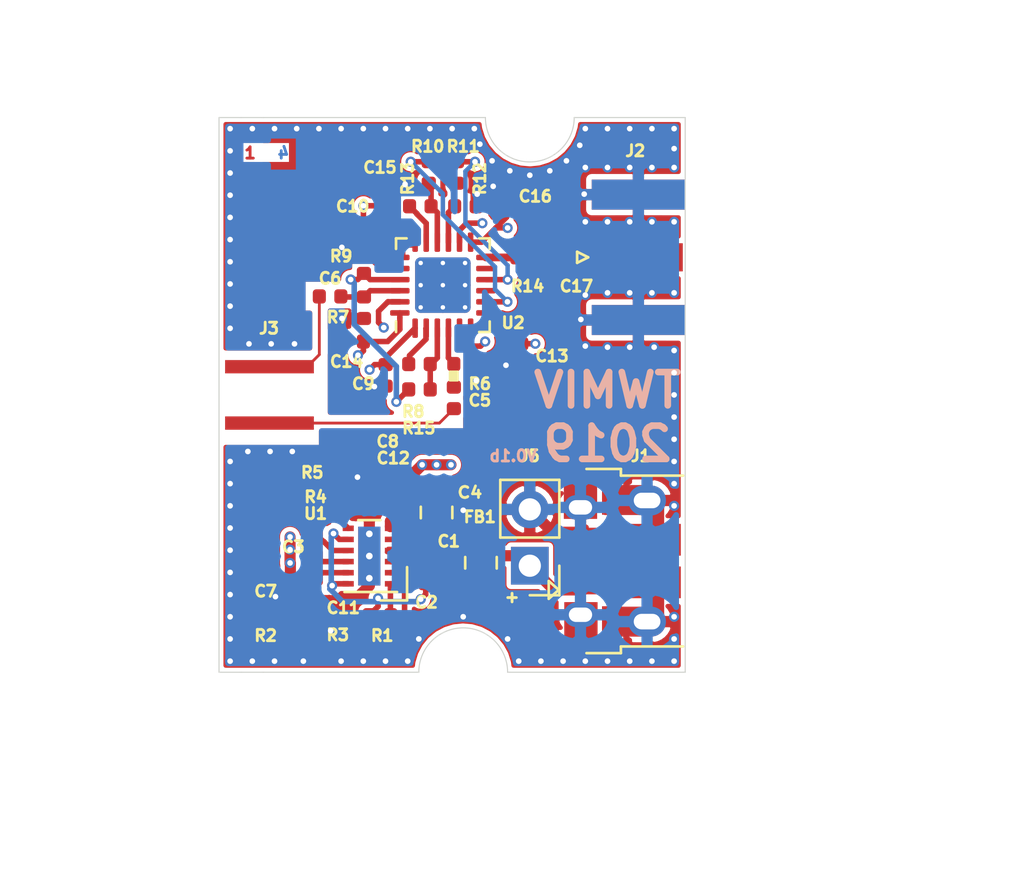
<source format=kicad_pcb>
(kicad_pcb (version 20171130) (host pcbnew "(5.1.4)-1")

  (general
    (thickness 1.6)
    (drawings 53)
    (tracks 409)
    (zones 0)
    (modules 39)
    (nets 34)
  )

  (page USLetter)
  (title_block
    (title "800 MHz Differential Active Probe")
    (date 2019-10-19)
    (rev 0.1b)
    (company TWMIV)
  )

  (layers
    (0 F.Cu mixed)
    (1 In1.Cu power)
    (2 In2.Cu power)
    (31 B.Cu mixed)
    (32 B.Adhes user hide)
    (33 F.Adhes user hide)
    (34 B.Paste user)
    (35 F.Paste user)
    (36 B.SilkS user)
    (37 F.SilkS user)
    (38 B.Mask user hide)
    (39 F.Mask user)
    (40 Dwgs.User user)
    (41 Cmts.User user)
    (42 Eco1.User user)
    (43 Eco2.User user)
    (44 Edge.Cuts user)
    (45 Margin user)
    (46 B.CrtYd user)
    (47 F.CrtYd user)
    (48 B.Fab user hide)
    (49 F.Fab user hide)
  )

  (setup
    (last_trace_width 0.25)
    (user_trace_width 0.127)
    (user_trace_width 0.25)
    (user_trace_width 0.35)
    (user_trace_width 0.393)
    (user_trace_width 0.5)
    (user_trace_width 1)
    (trace_clearance 0.2)
    (zone_clearance 0.175)
    (zone_45_only no)
    (trace_min 0.127)
    (via_size 0.4572)
    (via_drill 0.254)
    (via_min_size 0.4572)
    (via_min_drill 0.254)
    (uvia_size 0.3)
    (uvia_drill 0.1)
    (uvias_allowed no)
    (uvia_min_size 0.2)
    (uvia_min_drill 0.1)
    (edge_width 0.05)
    (segment_width 0.2)
    (pcb_text_width 0.3)
    (pcb_text_size 1.5 1.5)
    (mod_edge_width 0.127)
    (mod_text_size 0.508 0.508)
    (mod_text_width 0.127)
    (pad_size 1.524 1.524)
    (pad_drill 0.762)
    (pad_to_mask_clearance 0.0508)
    (solder_mask_min_width 0.101)
    (aux_axis_origin 0 0)
    (grid_origin 200 100)
    (visible_elements 7FFFFF7F)
    (pcbplotparams
      (layerselection 0x010fc_ffffffff)
      (usegerberextensions false)
      (usegerberattributes false)
      (usegerberadvancedattributes false)
      (creategerberjobfile false)
      (excludeedgelayer true)
      (linewidth 0.100000)
      (plotframeref false)
      (viasonmask false)
      (mode 1)
      (useauxorigin false)
      (hpglpennumber 1)
      (hpglpenspeed 20)
      (hpglpendiameter 15.000000)
      (psnegative false)
      (psa4output false)
      (plotreference true)
      (plotvalue true)
      (plotinvisibletext false)
      (padsonsilk false)
      (subtractmaskfromsilk false)
      (outputformat 1)
      (mirror false)
      (drillshape 1)
      (scaleselection 1)
      (outputdirectory ""))
  )

  (net 0 "")
  (net 1 GND)
  (net 2 "Net-(C3-Pad2)")
  (net 3 "Net-(C3-Pad1)")
  (net 4 "Net-(C4-Pad1)")
  (net 5 "Net-(C5-Pad1)")
  (net 6 "Net-(C6-Pad1)")
  (net 7 VCC)
  (net 8 VSS)
  (net 9 "Net-(R1-Pad1)")
  (net 10 "Net-(R2-Pad1)")
  (net 11 "Net-(R4-Pad1)")
  (net 12 "Net-(R8-Pad1)")
  (net 13 "Net-(R9-Pad1)")
  (net 14 "Net-(R10-Pad1)")
  (net 15 "Net-(R11-Pad2)")
  (net 16 "Net-(R13-Pad1)")
  (net 17 "Net-(U2-Pad7)")
  (net 18 "Net-(U2-Pad9)")
  (net 19 "Net-(U2-Pad11)")
  (net 20 /o-)
  (net 21 /o+)
  (net 22 "Net-(J1-Pad2)")
  (net 23 "Net-(J1-Pad3)")
  (net 24 "Net-(J1-Pad4)")
  (net 25 /o_3)
  (net 26 /o_2)
  (net 27 /o_1)
  (net 28 /vin)
  (net 29 /in+)
  (net 30 /fb1)
  (net 31 /fb2)
  (net 32 /+5v)
  (net 33 /in-)

  (net_class Default "This is the default net class."
    (clearance 0.2)
    (trace_width 0.25)
    (via_dia 0.4572)
    (via_drill 0.254)
    (uvia_dia 0.3)
    (uvia_drill 0.1)
    (add_net /+5v)
    (add_net /fb1)
    (add_net /fb2)
    (add_net /in+)
    (add_net /in-)
    (add_net /o+)
    (add_net /o-)
    (add_net /vin)
    (add_net "Net-(C3-Pad1)")
    (add_net "Net-(C3-Pad2)")
    (add_net "Net-(C4-Pad1)")
    (add_net "Net-(C5-Pad1)")
    (add_net "Net-(C6-Pad1)")
    (add_net "Net-(J1-Pad2)")
    (add_net "Net-(J1-Pad3)")
    (add_net "Net-(J1-Pad4)")
    (add_net "Net-(R1-Pad1)")
    (add_net "Net-(R10-Pad1)")
    (add_net "Net-(R11-Pad2)")
    (add_net "Net-(R13-Pad1)")
    (add_net "Net-(R2-Pad1)")
    (add_net "Net-(R4-Pad1)")
    (add_net "Net-(R8-Pad1)")
    (add_net "Net-(R9-Pad1)")
    (add_net "Net-(U2-Pad11)")
    (add_net "Net-(U2-Pad7)")
    (add_net "Net-(U2-Pad9)")
    (add_net VCC)
    (add_net VSS)
  )

  (net_class gnd ""
    (clearance 0.2)
    (trace_width 0.5)
    (via_dia 0.4572)
    (via_drill 0.254)
    (uvia_dia 0.3)
    (uvia_drill 0.1)
    (add_net GND)
  )

  (net_class t-line ""
    (clearance 0.2)
    (trace_width 0.349748)
    (via_dia 0.4572)
    (via_drill 0.254)
    (uvia_dia 0.3)
    (uvia_drill 0.1)
    (add_net /o_1)
    (add_net /o_2)
    (add_net /o_3)
  )

  (module swiss_pin:conn_01x02_swiss_female_smd (layer F.Cu) (tedit 5DABDE49) (tstamp 5DABE49C)
    (at 179 112.5 90)
    (path /5DB5B299)
    (attr smd)
    (fp_text reference J3 (at 3 2.25) (layer F.SilkS)
      (effects (font (size 0.508 0.508) (thickness 0.127)))
    )
    (fp_text value "Probe Tip" (at 0 -1.2267 90) (layer F.Fab) hide
      (effects (font (size 1 1) (thickness 0.15)))
    )
    (fp_line (start -1.82 0.0233) (end 1.82 0.0233) (layer F.CrtYd) (width 0.05))
    (fp_line (start 1.82 0.0233) (end 1.82 4.5233) (layer F.CrtYd) (width 0.05))
    (fp_line (start 1.82 4.5233) (end -1.82 4.5233) (layer F.CrtYd) (width 0.05))
    (fp_line (start -1.82 4.5233) (end -1.82 0.0233) (layer F.CrtYd) (width 0.05))
    (pad 1 smd rect (at -1.27 2.2733 90) (size 0.6 4) (layers F.Cu F.Paste F.Mask)
      (net 33 /in-))
    (pad 2 smd rect (at 1.27 2.2733 90) (size 0.6 4) (layers F.Cu F.Paste F.Mask)
      (net 29 /in+))
    (model ${KISYS3DMOD}/Connector_PinHeader_2.54mm.3dshapes/PinHeader_1x02_P2.54mm_Vertical.wrl
      (offset (xyz 1.27 0 0.3))
      (scale (xyz 1 1 1))
      (rotate (xyz 0 90 90))
    )
  )

  (module Resistor_SMD:R_0402_1005Metric (layer F.Cu) (tedit 5B301BBD) (tstamp 5DAC6304)
    (at 188.0296 111.1106)
    (descr "Resistor SMD 0402 (1005 Metric), square (rectangular) end terminal, IPC_7351 nominal, (Body size source: http://www.tortai-tech.com/upload/download/2011102023233369053.pdf), generated with kicad-footprint-generator")
    (tags resistor)
    (path /5DAEE253)
    (attr smd)
    (fp_text reference R8 (at -0.2796 2.1394) (layer F.SilkS)
      (effects (font (size 0.508 0.508) (thickness 0.127)))
    )
    (fp_text value 357 (at 0 1.17) (layer F.Fab)
      (effects (font (size 1 1) (thickness 0.15)))
    )
    (fp_text user %R (at 0 0) (layer F.Fab)
      (effects (font (size 0.25 0.25) (thickness 0.04)))
    )
    (fp_line (start 0.93 0.47) (end -0.93 0.47) (layer F.CrtYd) (width 0.05))
    (fp_line (start 0.93 -0.47) (end 0.93 0.47) (layer F.CrtYd) (width 0.05))
    (fp_line (start -0.93 -0.47) (end 0.93 -0.47) (layer F.CrtYd) (width 0.05))
    (fp_line (start -0.93 0.47) (end -0.93 -0.47) (layer F.CrtYd) (width 0.05))
    (fp_line (start 0.5 0.25) (end -0.5 0.25) (layer F.Fab) (width 0.1))
    (fp_line (start 0.5 -0.25) (end 0.5 0.25) (layer F.Fab) (width 0.1))
    (fp_line (start -0.5 -0.25) (end 0.5 -0.25) (layer F.Fab) (width 0.1))
    (fp_line (start -0.5 0.25) (end -0.5 -0.25) (layer F.Fab) (width 0.1))
    (pad 2 smd roundrect (at 0.485 0) (size 0.59 0.64) (layers F.Cu F.Paste F.Mask) (roundrect_rratio 0.25)
      (net 30 /fb1))
    (pad 1 smd roundrect (at -0.485 0) (size 0.59 0.64) (layers F.Cu F.Paste F.Mask) (roundrect_rratio 0.25)
      (net 12 "Net-(R8-Pad1)"))
    (model ${KISYS3DMOD}/Resistor_SMD.3dshapes/R_0402_1005Metric.wrl
      (at (xyz 0 0 0))
      (scale (xyz 1 1 1))
      (rotate (xyz 0 0 0))
    )
  )

  (module Package_CSP:LFCSP-24-1EP_4x4mm_P0.5mm_EP2.5x2.5mm_ThermalVias (layer F.Cu) (tedit 5C33D023) (tstamp 5DAC6202)
    (at 189.0837 107.5546 90)
    (descr "LFCSP, 24 Pin (https://www.analog.com/media/en/package-pcb-resources/package/pkg_pdf/lfcspcp/cp_24_7.pdf), generated with kicad-footprint-generator ipc_dfn_qfn_generator.py")
    (tags "LFCSP DFN_QFN")
    (path /5DA7A3B6)
    (attr smd)
    (fp_text reference U2 (at -1.6954 3.1663 180) (layer F.SilkS)
      (effects (font (size 0.508 0.508) (thickness 0.127)))
    )
    (fp_text value AD8003 (at 0 3.32 90) (layer F.Fab)
      (effects (font (size 1 1) (thickness 0.15)))
    )
    (fp_line (start 1.635 -2.11) (end 2.11 -2.11) (layer F.SilkS) (width 0.12))
    (fp_line (start 2.11 -2.11) (end 2.11 -1.635) (layer F.SilkS) (width 0.12))
    (fp_line (start -1.635 2.11) (end -2.11 2.11) (layer F.SilkS) (width 0.12))
    (fp_line (start -2.11 2.11) (end -2.11 1.635) (layer F.SilkS) (width 0.12))
    (fp_line (start 1.635 2.11) (end 2.11 2.11) (layer F.SilkS) (width 0.12))
    (fp_line (start 2.11 2.11) (end 2.11 1.635) (layer F.SilkS) (width 0.12))
    (fp_line (start -1.635 -2.11) (end -2.11 -2.11) (layer F.SilkS) (width 0.12))
    (fp_line (start -1 -2) (end 2 -2) (layer F.Fab) (width 0.1))
    (fp_line (start 2 -2) (end 2 2) (layer F.Fab) (width 0.1))
    (fp_line (start 2 2) (end -2 2) (layer F.Fab) (width 0.1))
    (fp_line (start -2 2) (end -2 -1) (layer F.Fab) (width 0.1))
    (fp_line (start -2 -1) (end -1 -2) (layer F.Fab) (width 0.1))
    (fp_line (start -2.62 -2.62) (end -2.62 2.62) (layer F.CrtYd) (width 0.05))
    (fp_line (start -2.62 2.62) (end 2.62 2.62) (layer F.CrtYd) (width 0.05))
    (fp_line (start 2.62 2.62) (end 2.62 -2.62) (layer F.CrtYd) (width 0.05))
    (fp_line (start 2.62 -2.62) (end -2.62 -2.62) (layer F.CrtYd) (width 0.05))
    (fp_text user %R (at 0 0 90) (layer F.Fab)
      (effects (font (size 1 1) (thickness 0.15)))
    )
    (pad 25 smd roundrect (at 0 0 90) (size 2.5 2.5) (layers F.Cu F.Mask) (roundrect_rratio 0.1)
      (net 1 GND))
    (pad 25 thru_hole circle (at -1 -1 90) (size 0.5 0.5) (drill 0.2) (layers *.Cu)
      (net 1 GND))
    (pad 25 thru_hole circle (at 0 -1 90) (size 0.5 0.5) (drill 0.2) (layers *.Cu)
      (net 1 GND))
    (pad 25 thru_hole circle (at 1 -1 90) (size 0.5 0.5) (drill 0.2) (layers *.Cu)
      (net 1 GND))
    (pad 25 thru_hole circle (at -1 0 90) (size 0.5 0.5) (drill 0.2) (layers *.Cu)
      (net 1 GND))
    (pad 25 thru_hole circle (at 0 0 90) (size 0.5 0.5) (drill 0.2) (layers *.Cu)
      (net 1 GND))
    (pad 25 thru_hole circle (at 1 0 90) (size 0.5 0.5) (drill 0.2) (layers *.Cu)
      (net 1 GND))
    (pad 25 thru_hole circle (at -1 1 90) (size 0.5 0.5) (drill 0.2) (layers *.Cu)
      (net 1 GND))
    (pad 25 thru_hole circle (at 0 1 90) (size 0.5 0.5) (drill 0.2) (layers *.Cu)
      (net 1 GND))
    (pad 25 thru_hole circle (at 1 1 90) (size 0.5 0.5) (drill 0.2) (layers *.Cu)
      (net 1 GND))
    (pad 25 smd roundrect (at 0 0 90) (size 2.5 2.5) (layers B.Cu) (roundrect_rratio 0.1)
      (net 1 GND))
    (pad "" smd roundrect (at -0.625 -0.625 90) (size 1.08 1.08) (layers F.Paste) (roundrect_rratio 0.231481))
    (pad "" smd roundrect (at -0.625 0.625 90) (size 1.08 1.08) (layers F.Paste) (roundrect_rratio 0.231481))
    (pad "" smd roundrect (at 0.625 -0.625 90) (size 1.08 1.08) (layers F.Paste) (roundrect_rratio 0.231481))
    (pad "" smd roundrect (at 0.625 0.625 90) (size 1.08 1.08) (layers F.Paste) (roundrect_rratio 0.231481))
    (pad 1 smd roundrect (at -1.9375 -1.25 90) (size 0.875 0.25) (layers F.Cu F.Paste F.Mask) (roundrect_rratio 0.25)
      (net 7 VCC))
    (pad 2 smd roundrect (at -1.9375 -0.75 90) (size 0.875 0.25) (layers F.Cu F.Paste F.Mask) (roundrect_rratio 0.25)
      (net 12 "Net-(R8-Pad1)"))
    (pad 3 smd roundrect (at -1.9375 -0.25 90) (size 0.875 0.25) (layers F.Cu F.Paste F.Mask) (roundrect_rratio 0.25)
      (net 30 /fb1))
    (pad 4 smd roundrect (at -1.9375 0.25 90) (size 0.875 0.25) (layers F.Cu F.Paste F.Mask) (roundrect_rratio 0.25)
      (net 5 "Net-(C5-Pad1)"))
    (pad 5 smd roundrect (at -1.9375 0.75 90) (size 0.875 0.25) (layers F.Cu F.Paste F.Mask) (roundrect_rratio 0.25)
      (net 7 VCC))
    (pad 6 smd roundrect (at -1.9375 1.25 90) (size 0.875 0.25) (layers F.Cu F.Paste F.Mask) (roundrect_rratio 0.25)
      (net 8 VSS))
    (pad 7 smd roundrect (at -1.25 1.9375 90) (size 0.25 0.875) (layers F.Cu F.Paste F.Mask) (roundrect_rratio 0.25)
      (net 17 "Net-(U2-Pad7)"))
    (pad 8 smd roundrect (at -0.75 1.9375 90) (size 0.25 0.875) (layers F.Cu F.Paste F.Mask) (roundrect_rratio 0.25)
      (net 20 /o-))
    (pad 9 smd roundrect (at -0.25 1.9375 90) (size 0.25 0.875) (layers F.Cu F.Paste F.Mask) (roundrect_rratio 0.25)
      (net 18 "Net-(U2-Pad9)"))
    (pad 10 smd roundrect (at 0.25 1.9375 90) (size 0.25 0.875) (layers F.Cu F.Paste F.Mask) (roundrect_rratio 0.25)
      (net 21 /o+))
    (pad 11 smd roundrect (at 0.75 1.9375 90) (size 0.25 0.875) (layers F.Cu F.Paste F.Mask) (roundrect_rratio 0.25)
      (net 19 "Net-(U2-Pad11)"))
    (pad 12 smd roundrect (at 1.25 1.9375 90) (size 0.25 0.875) (layers F.Cu F.Paste F.Mask) (roundrect_rratio 0.25)
      (net 27 /o_1))
    (pad 13 smd roundrect (at 1.9375 1.25 90) (size 0.875 0.25) (layers F.Cu F.Paste F.Mask) (roundrect_rratio 0.25)
      (net 8 VSS))
    (pad 14 smd roundrect (at 1.9375 0.75 90) (size 0.875 0.25) (layers F.Cu F.Paste F.Mask) (roundrect_rratio 0.25)
      (net 7 VCC))
    (pad 15 smd roundrect (at 1.9375 0.25 90) (size 0.875 0.25) (layers F.Cu F.Paste F.Mask) (roundrect_rratio 0.25)
      (net 15 "Net-(R11-Pad2)"))
    (pad 16 smd roundrect (at 1.9375 -0.25 90) (size 0.875 0.25) (layers F.Cu F.Paste F.Mask) (roundrect_rratio 0.25)
      (net 14 "Net-(R10-Pad1)"))
    (pad 17 smd roundrect (at 1.9375 -0.75 90) (size 0.875 0.25) (layers F.Cu F.Paste F.Mask) (roundrect_rratio 0.25)
      (net 16 "Net-(R13-Pad1)"))
    (pad 18 smd roundrect (at 1.9375 -1.25 90) (size 0.875 0.25) (layers F.Cu F.Paste F.Mask) (roundrect_rratio 0.25)
      (net 7 VCC))
    (pad 19 smd roundrect (at 1.25 -1.9375 90) (size 0.25 0.875) (layers F.Cu F.Paste F.Mask) (roundrect_rratio 0.25)
      (net 7 VCC))
    (pad 20 smd roundrect (at 0.75 -1.9375 90) (size 0.25 0.875) (layers F.Cu F.Paste F.Mask) (roundrect_rratio 0.25)
      (net 13 "Net-(R9-Pad1)"))
    (pad 21 smd roundrect (at 0.25 -1.9375 90) (size 0.25 0.875) (layers F.Cu F.Paste F.Mask) (roundrect_rratio 0.25)
      (net 31 /fb2))
    (pad 22 smd roundrect (at -0.25 -1.9375 90) (size 0.25 0.875) (layers F.Cu F.Paste F.Mask) (roundrect_rratio 0.25)
      (net 6 "Net-(C6-Pad1)"))
    (pad 23 smd roundrect (at -0.75 -1.9375 90) (size 0.25 0.875) (layers F.Cu F.Paste F.Mask) (roundrect_rratio 0.25)
      (net 7 VCC))
    (pad 24 smd roundrect (at -1.25 -1.9375 90) (size 0.25 0.875) (layers F.Cu F.Paste F.Mask) (roundrect_rratio 0.25)
      (net 8 VSS))
    (model ${KISYS3DMOD}/Package_CSP.3dshapes/LFCSP-24-1EP_4x4mm_P0.5mm_EP2.5x2.5mm.wrl
      (at (xyz 0 0 0))
      (scale (xyz 1 1 1))
      (rotate (xyz 0 0 0))
    )
    (model ${KISYS3DMOD}/Package_DFN_QFN.3dshapes/QFN-24_4x4mm_P0.5mm.wrl
      (at (xyz 0 0 0))
      (scale (xyz 1 1 1))
      (rotate (xyz 0 0 0))
    )
  )

  (module Inductor_SMD:L_0805_2012Metric (layer F.Cu) (tedit 5B36C52B) (tstamp 5DAC3FBC)
    (at 190.8 120.066 90)
    (descr "Inductor SMD 0805 (2012 Metric), square (rectangular) end terminal, IPC_7351 nominal, (Body size source: https://docs.google.com/spreadsheets/d/1BsfQQcO9C6DZCsRaXUlFlo91Tg2WpOkGARC1WS5S8t0/edit?usp=sharing), generated with kicad-footprint-generator")
    (tags inductor)
    (path /5DA4CAF9)
    (attr smd)
    (fp_text reference FB1 (at 2.066 -0.05 180) (layer F.SilkS)
      (effects (font (size 0.508 0.508) (thickness 0.127)))
    )
    (fp_text value Ferrite_Bead (at 0 1.65 90) (layer F.Fab)
      (effects (font (size 1 1) (thickness 0.15)))
    )
    (fp_line (start -1 0.6) (end -1 -0.6) (layer F.Fab) (width 0.1))
    (fp_line (start -1 -0.6) (end 1 -0.6) (layer F.Fab) (width 0.1))
    (fp_line (start 1 -0.6) (end 1 0.6) (layer F.Fab) (width 0.1))
    (fp_line (start 1 0.6) (end -1 0.6) (layer F.Fab) (width 0.1))
    (fp_line (start -0.258578 -0.71) (end 0.258578 -0.71) (layer F.SilkS) (width 0.12))
    (fp_line (start -0.258578 0.71) (end 0.258578 0.71) (layer F.SilkS) (width 0.12))
    (fp_line (start -1.68 0.95) (end -1.68 -0.95) (layer F.CrtYd) (width 0.05))
    (fp_line (start -1.68 -0.95) (end 1.68 -0.95) (layer F.CrtYd) (width 0.05))
    (fp_line (start 1.68 -0.95) (end 1.68 0.95) (layer F.CrtYd) (width 0.05))
    (fp_line (start 1.68 0.95) (end -1.68 0.95) (layer F.CrtYd) (width 0.05))
    (fp_text user %R (at 0 0 90) (layer F.Fab)
      (effects (font (size 0.5 0.5) (thickness 0.08)))
    )
    (pad 1 smd roundrect (at -0.9375 0 90) (size 0.975 1.4) (layers F.Cu F.Paste F.Mask) (roundrect_rratio 0.25)
      (net 28 /vin))
    (pad 2 smd roundrect (at 0.9375 0 90) (size 0.975 1.4) (layers F.Cu F.Paste F.Mask) (roundrect_rratio 0.25)
      (net 32 /+5v))
    (model ${KISYS3DMOD}/Inductor_SMD.3dshapes/L_0805_2012Metric.wrl
      (at (xyz 0 0 0))
      (scale (xyz 1 1 1))
      (rotate (xyz 0 0 0))
    )
  )

  (module Connector_Coaxial:SMA_Samtec_SMA-J-P-H-ST-EM1_EdgeMount (layer F.Cu) (tedit 5BA382C0) (tstamp 5DABBF00)
    (at 197.8914 106.299)
    (descr http://suddendocs.samtec.com/prints/sma-j-p-x-st-em1-mkt.pdf)
    (tags SMA)
    (path /5DA7DA0B)
    (attr smd)
    (fp_text reference J2 (at -0.1414 -4.799 180) (layer F.SilkS)
      (effects (font (size 0.508 0.508) (thickness 0.127)))
    )
    (fp_text value Conn_Coaxial (at 5 5.9) (layer F.Fab) hide
      (effects (font (size 1 1) (thickness 0.15)))
    )
    (fp_line (start -2.76 0.25) (end -2.26 0) (layer F.SilkS) (width 0.12))
    (fp_line (start -2.76 -0.25) (end -2.76 0.25) (layer F.SilkS) (width 0.12))
    (fp_line (start -2.26 0) (end -2.76 -0.25) (layer F.SilkS) (width 0.12))
    (fp_line (start 3.1 0) (end 2.1 0.75) (layer F.Fab) (width 0.1))
    (fp_line (start 2.1 -0.75) (end 3.1 0) (layer F.Fab) (width 0.1))
    (fp_text user %R (at 4.79 0 270) (layer F.Fab) hide
      (effects (font (size 1 1) (thickness 0.15)))
    )
    (fp_line (start 3 -4) (end -2.6 -4) (layer F.CrtYd) (width 0.05))
    (fp_line (start 12.12 -4.5) (end 12.12 4.5) (layer F.CrtYd) (width 0.05))
    (fp_line (start 3 4) (end -2.6 4) (layer F.CrtYd) (width 0.05))
    (fp_line (start -2.6 4) (end -2.6 -4) (layer F.CrtYd) (width 0.05))
    (fp_line (start 3 -4) (end -2.6 -4) (layer B.CrtYd) (width 0.05))
    (fp_line (start 12.12 -4.5) (end 12.12 4.5) (layer B.CrtYd) (width 0.05))
    (fp_line (start 3 4) (end -2.6 4) (layer B.CrtYd) (width 0.05))
    (fp_line (start -2.6 4) (end -2.6 -4) (layer B.CrtYd) (width 0.05))
    (fp_line (start 11.62 -3.165) (end 11.62 3.165) (layer F.Fab) (width 0.1))
    (fp_line (start -1.71 -3.175) (end 11.62 -3.175) (layer F.Fab) (width 0.1))
    (fp_line (start -1.71 -3.175) (end -1.71 -2.365) (layer F.Fab) (width 0.1))
    (fp_line (start -1.71 -2.365) (end 2.1 -2.365) (layer F.Fab) (width 0.1))
    (fp_line (start 2.1 -2.365) (end 2.1 2.365) (layer F.Fab) (width 0.1))
    (fp_line (start 2.1 2.365) (end -1.71 2.365) (layer F.Fab) (width 0.1))
    (fp_line (start -1.71 2.365) (end -1.71 3.175) (layer F.Fab) (width 0.1))
    (fp_line (start -1.71 3.175) (end 11.62 3.175) (layer F.Fab) (width 0.1))
    (fp_line (start 12.12 4.5) (end 3 4.5) (layer F.CrtYd) (width 0.05))
    (fp_line (start 3 4.5) (end 3 4) (layer F.CrtYd) (width 0.05))
    (fp_line (start 12.12 -4.5) (end 3 -4.5) (layer F.CrtYd) (width 0.05))
    (fp_line (start 3 -4.5) (end 3 -4) (layer F.CrtYd) (width 0.05))
    (fp_line (start 12.12 -4.5) (end 3 -4.5) (layer B.CrtYd) (width 0.05))
    (fp_line (start 3 -4.5) (end 3 -4) (layer B.CrtYd) (width 0.05))
    (fp_line (start 12.12 4.5) (end 3 4.5) (layer B.CrtYd) (width 0.05))
    (fp_line (start 3 4.5) (end 3 4) (layer B.CrtYd) (width 0.05))
    (fp_line (start 2.1 -3.5) (end 2.1 3.5) (layer Dwgs.User) (width 0.1))
    (fp_text user "PCB Edge" (at 2.6 0 90) (layer Dwgs.User) hide
      (effects (font (size 0.5 0.5) (thickness 0.1)))
    )
    (pad 2 smd rect (at 0 2.825 90) (size 1.35 4.2) (layers B.Cu B.Paste B.Mask)
      (net 1 GND))
    (pad 2 smd rect (at 0 -2.825 90) (size 1.35 4.2) (layers B.Cu B.Paste B.Mask)
      (net 1 GND))
    (pad 2 smd rect (at 0 2.825 90) (size 1.35 4.2) (layers F.Cu F.Paste F.Mask)
      (net 1 GND))
    (pad 2 smd rect (at 0 -2.825 90) (size 1.35 4.2) (layers F.Cu F.Paste F.Mask)
      (net 1 GND))
    (pad 1 smd rect (at 0.2 0 90) (size 1.27 3.6) (layers F.Cu F.Paste F.Mask)
      (net 25 /o_3))
    (model ${KISYS3DMOD}/Connector_Coaxial.3dshapes/SMA_Samtec_SMA-J-P-H-ST-EM1_EdgeMount.wrl
      (at (xyz 0 0 0))
      (scale (xyz 1 1 1))
      (rotate (xyz 0 0 0))
    )
    (model ${KIPRJMOD}/SMA-J-P-H-ST-EM1.STP--3DModel-STEP-66336.STEP
      (offset (xyz 4 0 0.55))
      (scale (xyz 1 1 1))
      (rotate (xyz 0 -90 90))
    )
  )

  (module Resistor_SMD:R_0402_1005Metric (layer F.Cu) (tedit 5B301BBD) (tstamp 5DAC3C8F)
    (at 186.2533 122.4304 180)
    (descr "Resistor SMD 0402 (1005 Metric), square (rectangular) end terminal, IPC_7351 nominal, (Body size source: http://www.tortai-tech.com/upload/download/2011102023233369053.pdf), generated with kicad-footprint-generator")
    (tags resistor)
    (path /5DA4F83E)
    (attr smd)
    (fp_text reference R1 (at -0.0967 -0.9196) (layer F.SilkS)
      (effects (font (size 0.508 0.508) (thickness 0.127)))
    )
    (fp_text value 10K (at 0 1.17) (layer F.Fab)
      (effects (font (size 1 1) (thickness 0.15)))
    )
    (fp_line (start -0.5 0.25) (end -0.5 -0.25) (layer F.Fab) (width 0.1))
    (fp_line (start -0.5 -0.25) (end 0.5 -0.25) (layer F.Fab) (width 0.1))
    (fp_line (start 0.5 -0.25) (end 0.5 0.25) (layer F.Fab) (width 0.1))
    (fp_line (start 0.5 0.25) (end -0.5 0.25) (layer F.Fab) (width 0.1))
    (fp_line (start -0.93 0.47) (end -0.93 -0.47) (layer F.CrtYd) (width 0.05))
    (fp_line (start -0.93 -0.47) (end 0.93 -0.47) (layer F.CrtYd) (width 0.05))
    (fp_line (start 0.93 -0.47) (end 0.93 0.47) (layer F.CrtYd) (width 0.05))
    (fp_line (start 0.93 0.47) (end -0.93 0.47) (layer F.CrtYd) (width 0.05))
    (fp_text user %R (at 0 0) (layer F.Fab)
      (effects (font (size 0.25 0.25) (thickness 0.04)))
    )
    (pad 1 smd roundrect (at -0.485 0 180) (size 0.59 0.64) (layers F.Cu F.Paste F.Mask) (roundrect_rratio 0.25)
      (net 9 "Net-(R1-Pad1)"))
    (pad 2 smd roundrect (at 0.485 0 180) (size 0.59 0.64) (layers F.Cu F.Paste F.Mask) (roundrect_rratio 0.25)
      (net 28 /vin))
    (model ${KISYS3DMOD}/Resistor_SMD.3dshapes/R_0402_1005Metric.wrl
      (at (xyz 0 0 0))
      (scale (xyz 1 1 1))
      (rotate (xyz 0 0 0))
    )
  )

  (module Resistor_SMD:R_0402_1005Metric (layer F.Cu) (tedit 5B301BBD) (tstamp 5DAC3B51)
    (at 182.2147 123.3194 90)
    (descr "Resistor SMD 0402 (1005 Metric), square (rectangular) end terminal, IPC_7351 nominal, (Body size source: http://www.tortai-tech.com/upload/download/2011102023233369053.pdf), generated with kicad-footprint-generator")
    (tags resistor)
    (path /5DA56C4A)
    (attr smd)
    (fp_text reference R2 (at -0.0306 -1.1147 180) (layer F.SilkS)
      (effects (font (size 0.508 0.508) (thickness 0.127)))
    )
    (fp_text value 1.4Meg (at 0 1.17 90) (layer F.Fab)
      (effects (font (size 1 1) (thickness 0.15)))
    )
    (fp_text user %R (at 0 0 90) (layer F.Fab)
      (effects (font (size 0.25 0.25) (thickness 0.04)))
    )
    (fp_line (start 0.93 0.47) (end -0.93 0.47) (layer F.CrtYd) (width 0.05))
    (fp_line (start 0.93 -0.47) (end 0.93 0.47) (layer F.CrtYd) (width 0.05))
    (fp_line (start -0.93 -0.47) (end 0.93 -0.47) (layer F.CrtYd) (width 0.05))
    (fp_line (start -0.93 0.47) (end -0.93 -0.47) (layer F.CrtYd) (width 0.05))
    (fp_line (start 0.5 0.25) (end -0.5 0.25) (layer F.Fab) (width 0.1))
    (fp_line (start 0.5 -0.25) (end 0.5 0.25) (layer F.Fab) (width 0.1))
    (fp_line (start -0.5 -0.25) (end 0.5 -0.25) (layer F.Fab) (width 0.1))
    (fp_line (start -0.5 0.25) (end -0.5 -0.25) (layer F.Fab) (width 0.1))
    (pad 2 smd roundrect (at 0.485 0 90) (size 0.59 0.64) (layers F.Cu F.Paste F.Mask) (roundrect_rratio 0.25)
      (net 7 VCC))
    (pad 1 smd roundrect (at -0.485 0 90) (size 0.59 0.64) (layers F.Cu F.Paste F.Mask) (roundrect_rratio 0.25)
      (net 10 "Net-(R2-Pad1)"))
    (model ${KISYS3DMOD}/Resistor_SMD.3dshapes/R_0402_1005Metric.wrl
      (at (xyz 0 0 0))
      (scale (xyz 1 1 1))
      (rotate (xyz 0 0 0))
    )
  )

  (module Resistor_SMD:R_0402_1005Metric (layer F.Cu) (tedit 5B301BBD) (tstamp 5DAC3BA5)
    (at 183.3577 123.3194 270)
    (descr "Resistor SMD 0402 (1005 Metric), square (rectangular) end terminal, IPC_7351 nominal, (Body size source: http://www.tortai-tech.com/upload/download/2011102023233369053.pdf), generated with kicad-footprint-generator")
    (tags resistor)
    (path /5DA5665C)
    (attr smd)
    (fp_text reference R3 (at 0 -0.9923 180) (layer F.SilkS)
      (effects (font (size 0.508 0.508) (thickness 0.127)))
    )
    (fp_text value 499K (at 0 1.17 90) (layer F.Fab)
      (effects (font (size 1 1) (thickness 0.15)))
    )
    (fp_line (start -0.5 0.25) (end -0.5 -0.25) (layer F.Fab) (width 0.1))
    (fp_line (start -0.5 -0.25) (end 0.5 -0.25) (layer F.Fab) (width 0.1))
    (fp_line (start 0.5 -0.25) (end 0.5 0.25) (layer F.Fab) (width 0.1))
    (fp_line (start 0.5 0.25) (end -0.5 0.25) (layer F.Fab) (width 0.1))
    (fp_line (start -0.93 0.47) (end -0.93 -0.47) (layer F.CrtYd) (width 0.05))
    (fp_line (start -0.93 -0.47) (end 0.93 -0.47) (layer F.CrtYd) (width 0.05))
    (fp_line (start 0.93 -0.47) (end 0.93 0.47) (layer F.CrtYd) (width 0.05))
    (fp_line (start 0.93 0.47) (end -0.93 0.47) (layer F.CrtYd) (width 0.05))
    (fp_text user %R (at 0 0 90) (layer F.Fab)
      (effects (font (size 0.25 0.25) (thickness 0.04)))
    )
    (pad 1 smd roundrect (at -0.485 0 270) (size 0.59 0.64) (layers F.Cu F.Paste F.Mask) (roundrect_rratio 0.25)
      (net 1 GND))
    (pad 2 smd roundrect (at 0.485 0 270) (size 0.59 0.64) (layers F.Cu F.Paste F.Mask) (roundrect_rratio 0.25)
      (net 10 "Net-(R2-Pad1)"))
    (model ${KISYS3DMOD}/Resistor_SMD.3dshapes/R_0402_1005Metric.wrl
      (at (xyz 0 0 0))
      (scale (xyz 1 1 1))
      (rotate (xyz 0 0 0))
    )
  )

  (module Resistor_SMD:R_0402_1005Metric (layer F.Cu) (tedit 5B301BBD) (tstamp 5DAC3AF7)
    (at 184.7547 117.2234)
    (descr "Resistor SMD 0402 (1005 Metric), square (rectangular) end terminal, IPC_7351 nominal, (Body size source: http://www.tortai-tech.com/upload/download/2011102023233369053.pdf), generated with kicad-footprint-generator")
    (tags resistor)
    (path /5DA5825E)
    (attr smd)
    (fp_text reference R4 (at -1.4047 -0.1234) (layer F.SilkS)
      (effects (font (size 0.508 0.508) (thickness 0.127)))
    )
    (fp_text value 499K (at 0 1.17) (layer F.Fab)
      (effects (font (size 1 1) (thickness 0.15)))
    )
    (fp_line (start -0.5 0.25) (end -0.5 -0.25) (layer F.Fab) (width 0.1))
    (fp_line (start -0.5 -0.25) (end 0.5 -0.25) (layer F.Fab) (width 0.1))
    (fp_line (start 0.5 -0.25) (end 0.5 0.25) (layer F.Fab) (width 0.1))
    (fp_line (start 0.5 0.25) (end -0.5 0.25) (layer F.Fab) (width 0.1))
    (fp_line (start -0.93 0.47) (end -0.93 -0.47) (layer F.CrtYd) (width 0.05))
    (fp_line (start -0.93 -0.47) (end 0.93 -0.47) (layer F.CrtYd) (width 0.05))
    (fp_line (start 0.93 -0.47) (end 0.93 0.47) (layer F.CrtYd) (width 0.05))
    (fp_line (start 0.93 0.47) (end -0.93 0.47) (layer F.CrtYd) (width 0.05))
    (fp_text user %R (at 0 0) (layer F.Fab)
      (effects (font (size 0.25 0.25) (thickness 0.04)))
    )
    (pad 1 smd roundrect (at -0.485 0) (size 0.59 0.64) (layers F.Cu F.Paste F.Mask) (roundrect_rratio 0.25)
      (net 11 "Net-(R4-Pad1)"))
    (pad 2 smd roundrect (at 0.485 0) (size 0.59 0.64) (layers F.Cu F.Paste F.Mask) (roundrect_rratio 0.25)
      (net 1 GND))
    (model ${KISYS3DMOD}/Resistor_SMD.3dshapes/R_0402_1005Metric.wrl
      (at (xyz 0 0 0))
      (scale (xyz 1 1 1))
      (rotate (xyz 0 0 0))
    )
  )

  (module Resistor_SMD:R_0402_1005Metric (layer F.Cu) (tedit 5B301BBD) (tstamp 5DAC3BCF)
    (at 184.2467 115.6994 270)
    (descr "Resistor SMD 0402 (1005 Metric), square (rectangular) end terminal, IPC_7351 nominal, (Body size source: http://www.tortai-tech.com/upload/download/2011102023233369053.pdf), generated with kicad-footprint-generator")
    (tags resistor)
    (path /5DA5FCD2)
    (attr smd)
    (fp_text reference R5 (at 0.3006 1.0467 180) (layer F.SilkS)
      (effects (font (size 0.508 0.508) (thickness 0.127)))
    )
    (fp_text value 1.37Meg (at 0 1.17 90) (layer F.Fab)
      (effects (font (size 1 1) (thickness 0.15)))
    )
    (fp_text user %R (at 0 0 90) (layer F.Fab)
      (effects (font (size 0.25 0.25) (thickness 0.04)))
    )
    (fp_line (start 0.93 0.47) (end -0.93 0.47) (layer F.CrtYd) (width 0.05))
    (fp_line (start 0.93 -0.47) (end 0.93 0.47) (layer F.CrtYd) (width 0.05))
    (fp_line (start -0.93 -0.47) (end 0.93 -0.47) (layer F.CrtYd) (width 0.05))
    (fp_line (start -0.93 0.47) (end -0.93 -0.47) (layer F.CrtYd) (width 0.05))
    (fp_line (start 0.5 0.25) (end -0.5 0.25) (layer F.Fab) (width 0.1))
    (fp_line (start 0.5 -0.25) (end 0.5 0.25) (layer F.Fab) (width 0.1))
    (fp_line (start -0.5 -0.25) (end 0.5 -0.25) (layer F.Fab) (width 0.1))
    (fp_line (start -0.5 0.25) (end -0.5 -0.25) (layer F.Fab) (width 0.1))
    (pad 2 smd roundrect (at 0.485 0 270) (size 0.59 0.64) (layers F.Cu F.Paste F.Mask) (roundrect_rratio 0.25)
      (net 11 "Net-(R4-Pad1)"))
    (pad 1 smd roundrect (at -0.485 0 270) (size 0.59 0.64) (layers F.Cu F.Paste F.Mask) (roundrect_rratio 0.25)
      (net 8 VSS))
    (model ${KISYS3DMOD}/Resistor_SMD.3dshapes/R_0402_1005Metric.wrl
      (at (xyz 0 0 0))
      (scale (xyz 1 1 1))
      (rotate (xyz 0 0 0))
    )
  )

  (module Resistor_SMD:R_0402_1005Metric (layer F.Cu) (tedit 5B301BBD) (tstamp 5DAC6181)
    (at 190.0616 111.1106 180)
    (descr "Resistor SMD 0402 (1005 Metric), square (rectangular) end terminal, IPC_7351 nominal, (Body size source: http://www.tortai-tech.com/upload/download/2011102023233369053.pdf), generated with kicad-footprint-generator")
    (tags resistor)
    (path /5DAE5F5D)
    (attr smd)
    (fp_text reference R6 (at -0.6884 -0.8894) (layer F.SilkS)
      (effects (font (size 0.508 0.508) (thickness 0.127)))
    )
    (fp_text value 100k (at 0 1.17) (layer F.Fab)
      (effects (font (size 1 1) (thickness 0.15)))
    )
    (fp_line (start -0.5 0.25) (end -0.5 -0.25) (layer F.Fab) (width 0.1))
    (fp_line (start -0.5 -0.25) (end 0.5 -0.25) (layer F.Fab) (width 0.1))
    (fp_line (start 0.5 -0.25) (end 0.5 0.25) (layer F.Fab) (width 0.1))
    (fp_line (start 0.5 0.25) (end -0.5 0.25) (layer F.Fab) (width 0.1))
    (fp_line (start -0.93 0.47) (end -0.93 -0.47) (layer F.CrtYd) (width 0.05))
    (fp_line (start -0.93 -0.47) (end 0.93 -0.47) (layer F.CrtYd) (width 0.05))
    (fp_line (start 0.93 -0.47) (end 0.93 0.47) (layer F.CrtYd) (width 0.05))
    (fp_line (start 0.93 0.47) (end -0.93 0.47) (layer F.CrtYd) (width 0.05))
    (fp_text user %R (at 0 0) (layer F.Fab)
      (effects (font (size 0.25 0.25) (thickness 0.04)))
    )
    (pad 1 smd roundrect (at -0.485 0 180) (size 0.59 0.64) (layers F.Cu F.Paste F.Mask) (roundrect_rratio 0.25)
      (net 1 GND))
    (pad 2 smd roundrect (at 0.485 0 180) (size 0.59 0.64) (layers F.Cu F.Paste F.Mask) (roundrect_rratio 0.25)
      (net 5 "Net-(C5-Pad1)"))
    (model ${KISYS3DMOD}/Resistor_SMD.3dshapes/R_0402_1005Metric.wrl
      (at (xyz 0 0 0))
      (scale (xyz 1 1 1))
      (rotate (xyz 0 0 0))
    )
  )

  (module Resistor_SMD:R_0402_1005Metric (layer F.Cu) (tedit 5B301BBD) (tstamp 5DAC605B)
    (at 185.5277 108.5706 90)
    (descr "Resistor SMD 0402 (1005 Metric), square (rectangular) end terminal, IPC_7351 nominal, (Body size source: http://www.tortai-tech.com/upload/download/2011102023233369053.pdf), generated with kicad-footprint-generator")
    (tags resistor)
    (path /5DAC2395)
    (attr smd)
    (fp_text reference R7 (at -0.4294 -1.17 180) (layer F.SilkS)
      (effects (font (size 0.508 0.508) (thickness 0.127)))
    )
    (fp_text value 100k (at 0 1.17 90) (layer F.Fab)
      (effects (font (size 1 1) (thickness 0.15)))
    )
    (fp_text user %R (at 0 0 90) (layer F.Fab)
      (effects (font (size 0.25 0.25) (thickness 0.04)))
    )
    (fp_line (start 0.93 0.47) (end -0.93 0.47) (layer F.CrtYd) (width 0.05))
    (fp_line (start 0.93 -0.47) (end 0.93 0.47) (layer F.CrtYd) (width 0.05))
    (fp_line (start -0.93 -0.47) (end 0.93 -0.47) (layer F.CrtYd) (width 0.05))
    (fp_line (start -0.93 0.47) (end -0.93 -0.47) (layer F.CrtYd) (width 0.05))
    (fp_line (start 0.5 0.25) (end -0.5 0.25) (layer F.Fab) (width 0.1))
    (fp_line (start 0.5 -0.25) (end 0.5 0.25) (layer F.Fab) (width 0.1))
    (fp_line (start -0.5 -0.25) (end 0.5 -0.25) (layer F.Fab) (width 0.1))
    (fp_line (start -0.5 0.25) (end -0.5 -0.25) (layer F.Fab) (width 0.1))
    (pad 2 smd roundrect (at 0.485 0 90) (size 0.59 0.64) (layers F.Cu F.Paste F.Mask) (roundrect_rratio 0.25)
      (net 6 "Net-(C6-Pad1)"))
    (pad 1 smd roundrect (at -0.485 0 90) (size 0.59 0.64) (layers F.Cu F.Paste F.Mask) (roundrect_rratio 0.25)
      (net 1 GND))
    (model ${KISYS3DMOD}/Resistor_SMD.3dshapes/R_0402_1005Metric.wrl
      (at (xyz 0 0 0))
      (scale (xyz 1 1 1))
      (rotate (xyz 0 0 0))
    )
  )

  (module Resistor_SMD:R_0402_1005Metric (layer F.Cu) (tedit 5B301BBD) (tstamp 5DAC6031)
    (at 185.5277 106.5386 270)
    (descr "Resistor SMD 0402 (1005 Metric), square (rectangular) end terminal, IPC_7351 nominal, (Body size source: http://www.tortai-tech.com/upload/download/2011102023233369053.pdf), generated with kicad-footprint-generator")
    (tags resistor)
    (path /5DABD708)
    (attr smd)
    (fp_text reference R9 (at -0.2886 1.0277 180) (layer F.SilkS)
      (effects (font (size 0.508 0.508) (thickness 0.127)))
    )
    (fp_text value 357 (at 0 1.17 90) (layer F.Fab)
      (effects (font (size 1 1) (thickness 0.15)))
    )
    (fp_line (start -0.5 0.25) (end -0.5 -0.25) (layer F.Fab) (width 0.1))
    (fp_line (start -0.5 -0.25) (end 0.5 -0.25) (layer F.Fab) (width 0.1))
    (fp_line (start 0.5 -0.25) (end 0.5 0.25) (layer F.Fab) (width 0.1))
    (fp_line (start 0.5 0.25) (end -0.5 0.25) (layer F.Fab) (width 0.1))
    (fp_line (start -0.93 0.47) (end -0.93 -0.47) (layer F.CrtYd) (width 0.05))
    (fp_line (start -0.93 -0.47) (end 0.93 -0.47) (layer F.CrtYd) (width 0.05))
    (fp_line (start 0.93 -0.47) (end 0.93 0.47) (layer F.CrtYd) (width 0.05))
    (fp_line (start 0.93 0.47) (end -0.93 0.47) (layer F.CrtYd) (width 0.05))
    (fp_text user %R (at 0 0 90) (layer F.Fab)
      (effects (font (size 0.25 0.25) (thickness 0.04)))
    )
    (pad 1 smd roundrect (at -0.485 0 270) (size 0.59 0.64) (layers F.Cu F.Paste F.Mask) (roundrect_rratio 0.25)
      (net 13 "Net-(R9-Pad1)"))
    (pad 2 smd roundrect (at 0.485 0 270) (size 0.59 0.64) (layers F.Cu F.Paste F.Mask) (roundrect_rratio 0.25)
      (net 31 /fb2))
    (model ${KISYS3DMOD}/Resistor_SMD.3dshapes/R_0402_1005Metric.wrl
      (at (xyz 0 0 0))
      (scale (xyz 1 1 1))
      (rotate (xyz 0 0 0))
    )
  )

  (module Resistor_SMD:R_0402_1005Metric (layer F.Cu) (tedit 5B301BBD) (tstamp 5DAC6157)
    (at 188.4487 102.4746 90)
    (descr "Resistor SMD 0402 (1005 Metric), square (rectangular) end terminal, IPC_7351 nominal, (Body size source: http://www.tortai-tech.com/upload/download/2011102023233369053.pdf), generated with kicad-footprint-generator")
    (tags resistor)
    (path /5DAA7BA6)
    (attr smd)
    (fp_text reference R10 (at 1.1746 -0.0487 180) (layer F.SilkS)
      (effects (font (size 0.508 0.508) (thickness 0.127)))
    )
    (fp_text value 3k (at 0 1.17 90) (layer F.Fab)
      (effects (font (size 1 1) (thickness 0.15)))
    )
    (fp_text user %R (at 0 0 90) (layer F.Fab)
      (effects (font (size 0.25 0.25) (thickness 0.04)))
    )
    (fp_line (start 0.93 0.47) (end -0.93 0.47) (layer F.CrtYd) (width 0.05))
    (fp_line (start 0.93 -0.47) (end 0.93 0.47) (layer F.CrtYd) (width 0.05))
    (fp_line (start -0.93 -0.47) (end 0.93 -0.47) (layer F.CrtYd) (width 0.05))
    (fp_line (start -0.93 0.47) (end -0.93 -0.47) (layer F.CrtYd) (width 0.05))
    (fp_line (start 0.5 0.25) (end -0.5 0.25) (layer F.Fab) (width 0.1))
    (fp_line (start 0.5 -0.25) (end 0.5 0.25) (layer F.Fab) (width 0.1))
    (fp_line (start -0.5 -0.25) (end 0.5 -0.25) (layer F.Fab) (width 0.1))
    (fp_line (start -0.5 0.25) (end -0.5 -0.25) (layer F.Fab) (width 0.1))
    (pad 2 smd roundrect (at 0.485 0 90) (size 0.59 0.64) (layers F.Cu F.Paste F.Mask) (roundrect_rratio 0.25)
      (net 20 /o-))
    (pad 1 smd roundrect (at -0.485 0 90) (size 0.59 0.64) (layers F.Cu F.Paste F.Mask) (roundrect_rratio 0.25)
      (net 14 "Net-(R10-Pad1)"))
    (model ${KISYS3DMOD}/Resistor_SMD.3dshapes/R_0402_1005Metric.wrl
      (at (xyz 0 0 0))
      (scale (xyz 1 1 1))
      (rotate (xyz 0 0 0))
    )
  )

  (module Resistor_SMD:R_0402_1005Metric (layer F.Cu) (tedit 5B301BBD) (tstamp 5DAC612D)
    (at 189.7187 102.4746 270)
    (descr "Resistor SMD 0402 (1005 Metric), square (rectangular) end terminal, IPC_7351 nominal, (Body size source: http://www.tortai-tech.com/upload/download/2011102023233369053.pdf), generated with kicad-footprint-generator")
    (tags resistor)
    (path /5DAA84BC)
    (attr smd)
    (fp_text reference R11 (at -1.1746 -0.2813 180) (layer F.SilkS)
      (effects (font (size 0.508 0.508) (thickness 0.127)))
    )
    (fp_text value 10k (at 0 1.17 90) (layer F.Fab)
      (effects (font (size 1 1) (thickness 0.15)))
    )
    (fp_text user %R (at 0 0 90) (layer F.Fab)
      (effects (font (size 0.25 0.25) (thickness 0.04)))
    )
    (fp_line (start 0.93 0.47) (end -0.93 0.47) (layer F.CrtYd) (width 0.05))
    (fp_line (start 0.93 -0.47) (end 0.93 0.47) (layer F.CrtYd) (width 0.05))
    (fp_line (start -0.93 -0.47) (end 0.93 -0.47) (layer F.CrtYd) (width 0.05))
    (fp_line (start -0.93 0.47) (end -0.93 -0.47) (layer F.CrtYd) (width 0.05))
    (fp_line (start 0.5 0.25) (end -0.5 0.25) (layer F.Fab) (width 0.1))
    (fp_line (start 0.5 -0.25) (end 0.5 0.25) (layer F.Fab) (width 0.1))
    (fp_line (start -0.5 -0.25) (end 0.5 -0.25) (layer F.Fab) (width 0.1))
    (fp_line (start -0.5 0.25) (end -0.5 -0.25) (layer F.Fab) (width 0.1))
    (pad 2 smd roundrect (at 0.485 0 270) (size 0.59 0.64) (layers F.Cu F.Paste F.Mask) (roundrect_rratio 0.25)
      (net 15 "Net-(R11-Pad2)"))
    (pad 1 smd roundrect (at -0.485 0 270) (size 0.59 0.64) (layers F.Cu F.Paste F.Mask) (roundrect_rratio 0.25)
      (net 21 /o+))
    (model ${KISYS3DMOD}/Resistor_SMD.3dshapes/R_0402_1005Metric.wrl
      (at (xyz 0 0 0))
      (scale (xyz 1 1 1))
      (rotate (xyz 0 0 0))
    )
  )

  (module Resistor_SMD:R_0402_1005Metric (layer F.Cu) (tedit 5B301BBD) (tstamp 5DAC6007)
    (at 190.0997 103.9986)
    (descr "Resistor SMD 0402 (1005 Metric), square (rectangular) end terminal, IPC_7351 nominal, (Body size source: http://www.tortai-tech.com/upload/download/2011102023233369053.pdf), generated with kicad-footprint-generator")
    (tags resistor)
    (path /5DAA87E6)
    (attr smd)
    (fp_text reference R12 (at 0.6503 -1.2486 90) (layer F.SilkS)
      (effects (font (size 0.508 0.508) (thickness 0.127)))
    )
    (fp_text value 357 (at 0 1.17) (layer F.Fab)
      (effects (font (size 1 1) (thickness 0.15)))
    )
    (fp_line (start -0.5 0.25) (end -0.5 -0.25) (layer F.Fab) (width 0.1))
    (fp_line (start -0.5 -0.25) (end 0.5 -0.25) (layer F.Fab) (width 0.1))
    (fp_line (start 0.5 -0.25) (end 0.5 0.25) (layer F.Fab) (width 0.1))
    (fp_line (start 0.5 0.25) (end -0.5 0.25) (layer F.Fab) (width 0.1))
    (fp_line (start -0.93 0.47) (end -0.93 -0.47) (layer F.CrtYd) (width 0.05))
    (fp_line (start -0.93 -0.47) (end 0.93 -0.47) (layer F.CrtYd) (width 0.05))
    (fp_line (start 0.93 -0.47) (end 0.93 0.47) (layer F.CrtYd) (width 0.05))
    (fp_line (start 0.93 0.47) (end -0.93 0.47) (layer F.CrtYd) (width 0.05))
    (fp_text user %R (at 0 0) (layer F.Fab)
      (effects (font (size 0.25 0.25) (thickness 0.04)))
    )
    (pad 1 smd roundrect (at -0.485 0) (size 0.59 0.64) (layers F.Cu F.Paste F.Mask) (roundrect_rratio 0.25)
      (net 15 "Net-(R11-Pad2)"))
    (pad 2 smd roundrect (at 0.485 0) (size 0.59 0.64) (layers F.Cu F.Paste F.Mask) (roundrect_rratio 0.25)
      (net 1 GND))
    (model ${KISYS3DMOD}/Resistor_SMD.3dshapes/R_0402_1005Metric.wrl
      (at (xyz 0 0 0))
      (scale (xyz 1 1 1))
      (rotate (xyz 0 0 0))
    )
  )

  (module Resistor_SMD:R_0402_1005Metric (layer F.Cu) (tedit 5B301BBD) (tstamp 5DAC6103)
    (at 188.0677 103.9986)
    (descr "Resistor SMD 0402 (1005 Metric), square (rectangular) end terminal, IPC_7351 nominal, (Body size source: http://www.tortai-tech.com/upload/download/2011102023233369053.pdf), generated with kicad-footprint-generator")
    (tags resistor)
    (path /5DAA43A3)
    (attr smd)
    (fp_text reference R13 (at -0.5677 -1.2486 90) (layer F.SilkS)
      (effects (font (size 0.508 0.508) (thickness 0.127)))
    )
    (fp_text value 357 (at 0 1.17) (layer F.Fab)
      (effects (font (size 1 1) (thickness 0.15)))
    )
    (fp_text user %R (at 0 0) (layer F.Fab)
      (effects (font (size 0.25 0.25) (thickness 0.04)))
    )
    (fp_line (start 0.93 0.47) (end -0.93 0.47) (layer F.CrtYd) (width 0.05))
    (fp_line (start 0.93 -0.47) (end 0.93 0.47) (layer F.CrtYd) (width 0.05))
    (fp_line (start -0.93 -0.47) (end 0.93 -0.47) (layer F.CrtYd) (width 0.05))
    (fp_line (start -0.93 0.47) (end -0.93 -0.47) (layer F.CrtYd) (width 0.05))
    (fp_line (start 0.5 0.25) (end -0.5 0.25) (layer F.Fab) (width 0.1))
    (fp_line (start 0.5 -0.25) (end 0.5 0.25) (layer F.Fab) (width 0.1))
    (fp_line (start -0.5 -0.25) (end 0.5 -0.25) (layer F.Fab) (width 0.1))
    (fp_line (start -0.5 0.25) (end -0.5 -0.25) (layer F.Fab) (width 0.1))
    (pad 2 smd roundrect (at 0.485 0) (size 0.59 0.64) (layers F.Cu F.Paste F.Mask) (roundrect_rratio 0.25)
      (net 14 "Net-(R10-Pad1)"))
    (pad 1 smd roundrect (at -0.485 0) (size 0.59 0.64) (layers F.Cu F.Paste F.Mask) (roundrect_rratio 0.25)
      (net 16 "Net-(R13-Pad1)"))
    (model ${KISYS3DMOD}/Resistor_SMD.3dshapes/R_0402_1005Metric.wrl
      (at (xyz 0 0 0))
      (scale (xyz 1 1 1))
      (rotate (xyz 0 0 0))
    )
  )

  (module Resistor_SMD:R_0402_1005Metric (layer F.Cu) (tedit 5B301BBD) (tstamp 5DAC61AB)
    (at 192.9 106.3)
    (descr "Resistor SMD 0402 (1005 Metric), square (rectangular) end terminal, IPC_7351 nominal, (Body size source: http://www.tortai-tech.com/upload/download/2011102023233369053.pdf), generated with kicad-footprint-generator")
    (tags resistor)
    (path /5DA96439)
    (attr smd)
    (fp_text reference R14 (at 0 1.3) (layer F.SilkS)
      (effects (font (size 0.508 0.508) (thickness 0.127)))
    )
    (fp_text value 49.9 (at 0 1.17) (layer F.Fab)
      (effects (font (size 1 1) (thickness 0.15)))
    )
    (fp_text user %R (at 0 0) (layer F.Fab)
      (effects (font (size 0.25 0.25) (thickness 0.04)))
    )
    (fp_line (start 0.93 0.47) (end -0.93 0.47) (layer F.CrtYd) (width 0.05))
    (fp_line (start 0.93 -0.47) (end 0.93 0.47) (layer F.CrtYd) (width 0.05))
    (fp_line (start -0.93 -0.47) (end 0.93 -0.47) (layer F.CrtYd) (width 0.05))
    (fp_line (start -0.93 0.47) (end -0.93 -0.47) (layer F.CrtYd) (width 0.05))
    (fp_line (start 0.5 0.25) (end -0.5 0.25) (layer F.Fab) (width 0.1))
    (fp_line (start 0.5 -0.25) (end 0.5 0.25) (layer F.Fab) (width 0.1))
    (fp_line (start -0.5 -0.25) (end 0.5 -0.25) (layer F.Fab) (width 0.1))
    (fp_line (start -0.5 0.25) (end -0.5 -0.25) (layer F.Fab) (width 0.1))
    (pad 2 smd roundrect (at 0.485 0) (size 0.59 0.64) (layers F.Cu F.Paste F.Mask) (roundrect_rratio 0.25)
      (net 26 /o_2))
    (pad 1 smd roundrect (at -0.485 0) (size 0.59 0.64) (layers F.Cu F.Paste F.Mask) (roundrect_rratio 0.25)
      (net 27 /o_1))
    (model ${KISYS3DMOD}/Resistor_SMD.3dshapes/R_0402_1005Metric.wrl
      (at (xyz 0 0 0))
      (scale (xyz 1 1 1))
      (rotate (xyz 0 0 0))
    )
  )

  (module Package_SON:WSON-12-1EP_3x2mm_P0.5mm_EP1x2.65_ThermalVias (layer F.Cu) (tedit 5A65F4F1) (tstamp 5DAC3C0F)
    (at 185.7707 119.7634 180)
    (descr "WSON-12 http://www.ti.com/lit/ds/symlink/lm27762.pdf")
    (tags WSON-12)
    (path /5DA4A10C)
    (attr smd)
    (fp_text reference U1 (at 2.4207 1.9134) (layer F.SilkS)
      (effects (font (size 0.508 0.508) (thickness 0.127)))
    )
    (fp_text value LM27762 (at 0 2.921) (layer F.Fab)
      (effects (font (size 1 1) (thickness 0.15)))
    )
    (fp_line (start -1.7 -0.5) (end -1.7 -2) (layer F.SilkS) (width 0.12))
    (fp_line (start -1.7 -2) (end -0.5 -2) (layer F.SilkS) (width 0.12))
    (fp_line (start -1 -1) (end -0.5 -1.5) (layer F.Fab) (width 0.1))
    (fp_line (start -1.45 -1.75) (end 1.45 -1.75) (layer F.CrtYd) (width 0.05))
    (fp_line (start 1.45 -1.75) (end 1.45 1.75) (layer F.CrtYd) (width 0.05))
    (fp_line (start 1.45 1.75) (end -1.45 1.75) (layer F.CrtYd) (width 0.05))
    (fp_line (start -1.45 1.75) (end -1.45 -1.75) (layer F.CrtYd) (width 0.05))
    (fp_text user %R (at 0 -0.25 90) (layer F.Fab)
      (effects (font (size 0.5 0.5) (thickness 0.05)))
    )
    (fp_line (start 0.5 1.62) (end -0.5 1.62) (layer F.SilkS) (width 0.12))
    (fp_line (start -1.25 -1.62) (end 1.12 -1.62) (layer F.SilkS) (width 0.12))
    (fp_line (start -0.5 -1.5) (end 1 -1.5) (layer F.Fab) (width 0.1))
    (fp_line (start 1 -1.5) (end 1 1.5) (layer F.Fab) (width 0.1))
    (fp_line (start 1 1.5) (end -1 1.5) (layer F.Fab) (width 0.1))
    (fp_line (start -1 1.5) (end -1 -1) (layer F.Fab) (width 0.1))
    (pad 1 smd rect (at -0.95 -1.25 180) (size 0.5 0.25) (layers F.Cu F.Paste F.Mask)
      (net 9 "Net-(R1-Pad1)"))
    (pad 2 smd rect (at -0.95 -0.75 180) (size 0.5 0.25) (layers F.Cu F.Paste F.Mask)
      (net 10 "Net-(R2-Pad1)"))
    (pad 3 smd rect (at -0.95 -0.25 180) (size 0.5 0.25) (layers F.Cu F.Paste F.Mask)
      (net 28 /vin))
    (pad 4 smd rect (at -0.95 0.25 180) (size 0.5 0.25) (layers F.Cu F.Paste F.Mask)
      (net 1 GND))
    (pad 5 smd rect (at -0.95 0.75 180) (size 0.5 0.25) (layers F.Cu F.Paste F.Mask)
      (net 4 "Net-(C4-Pad1)"))
    (pad 6 smd rect (at -0.95 1.25 180) (size 0.5 0.25) (layers F.Cu F.Paste F.Mask)
      (net 8 VSS))
    (pad 7 smd rect (at 0.95 1.25 180) (size 0.5 0.25) (layers F.Cu F.Paste F.Mask)
      (net 11 "Net-(R4-Pad1)"))
    (pad 8 smd rect (at 0.95 0.75 180) (size 0.5 0.25) (layers F.Cu F.Paste F.Mask)
      (net 28 /vin))
    (pad 9 smd rect (at 0.95 0.25 180) (size 0.5 0.25) (layers F.Cu F.Paste F.Mask)
      (net 2 "Net-(C3-Pad2)"))
    (pad 10 smd rect (at 0.95 -0.25 180) (size 0.5 0.25) (layers F.Cu F.Paste F.Mask)
      (net 3 "Net-(C3-Pad1)"))
    (pad 11 smd rect (at 0.95 -0.75 180) (size 0.5 0.25) (layers F.Cu F.Paste F.Mask)
      (net 7 VCC))
    (pad 12 smd rect (at 0.95 -1.25 180) (size 0.5 0.25) (layers F.Cu F.Paste F.Mask)
      (net 28 /vin))
    (pad 13 thru_hole circle (at 0 0 180) (size 0.6 0.6) (drill 0.3) (layers *.Cu)
      (net 1 GND))
    (pad 13 thru_hole circle (at 0 -1 270) (size 0.6 0.6) (drill 0.3) (layers *.Cu)
      (net 1 GND))
    (pad 13 thru_hole circle (at 0 1 180) (size 0.6 0.6) (drill 0.3) (layers *.Cu)
      (net 1 GND))
    (pad 13 smd rect (at 0 0 180) (size 1 2.65) (layers B.Cu)
      (net 1 GND))
    (pad 13 smd rect (at 0 0 180) (size 1 2.65) (layers F.Cu F.Mask)
      (net 1 GND))
    (pad "" smd rect (at 0 -0.5 180) (size 0.95 0.8) (layers F.Paste))
    (pad "" smd rect (at 0 0.5 180) (size 0.95 0.8) (layers F.Paste))
    (model ${KISYS3DMOD}/Package_SON.3dshapes/WSON-12-1EP_3x2mm_P0.5mm_EP1x2.65.wrl
      (at (xyz 0 0 0))
      (scale (xyz 1 1 1))
      (rotate (xyz 0 0 0))
    )
    (model ${KISYS3DMOD}/Package_SON.3dshapes/Texas_R-PWSON-N12_EP0.4x2mm.step
      (at (xyz 0 0 0))
      (scale (xyz 1 1 1))
      (rotate (xyz 0 0 0))
    )
  )

  (module Capacitor_SMD:C_0402_1005Metric (layer F.Cu) (tedit 5B301BBE) (tstamp 5DABF944)
    (at 188.3107 120.5254 90)
    (descr "Capacitor SMD 0402 (1005 Metric), square (rectangular) end terminal, IPC_7351 nominal, (Body size source: http://www.tortai-tech.com/upload/download/2011102023233369053.pdf), generated with kicad-footprint-generator")
    (tags capacitor)
    (path /5DA4EEFD)
    (attr smd)
    (fp_text reference C2 (at -1.3246 0.0393 180) (layer F.SilkS)
      (effects (font (size 0.508 0.508) (thickness 0.127)))
    )
    (fp_text value 0.1u (at 0 1.17 90) (layer F.Fab)
      (effects (font (size 1 1) (thickness 0.15)))
    )
    (fp_text user %R (at 0 0 90) (layer F.Fab)
      (effects (font (size 0.25 0.25) (thickness 0.04)))
    )
    (fp_line (start 0.93 0.47) (end -0.93 0.47) (layer F.CrtYd) (width 0.05))
    (fp_line (start 0.93 -0.47) (end 0.93 0.47) (layer F.CrtYd) (width 0.05))
    (fp_line (start -0.93 -0.47) (end 0.93 -0.47) (layer F.CrtYd) (width 0.05))
    (fp_line (start -0.93 0.47) (end -0.93 -0.47) (layer F.CrtYd) (width 0.05))
    (fp_line (start 0.5 0.25) (end -0.5 0.25) (layer F.Fab) (width 0.1))
    (fp_line (start 0.5 -0.25) (end 0.5 0.25) (layer F.Fab) (width 0.1))
    (fp_line (start -0.5 -0.25) (end 0.5 -0.25) (layer F.Fab) (width 0.1))
    (fp_line (start -0.5 0.25) (end -0.5 -0.25) (layer F.Fab) (width 0.1))
    (pad 2 smd roundrect (at 0.485 0 90) (size 0.59 0.64) (layers F.Cu F.Paste F.Mask) (roundrect_rratio 0.25)
      (net 1 GND))
    (pad 1 smd roundrect (at -0.485 0 90) (size 0.59 0.64) (layers F.Cu F.Paste F.Mask) (roundrect_rratio 0.25)
      (net 28 /vin))
    (model ${KISYS3DMOD}/Capacitor_SMD.3dshapes/C_0402_1005Metric.wrl
      (at (xyz 0 0 0))
      (scale (xyz 1 1 1))
      (rotate (xyz 0 0 0))
    )
  )

  (module Capacitor_SMD:C_0402_1005Metric (layer F.Cu) (tedit 5B301BBE) (tstamp 5DAC60D9)
    (at 189.579 112.6346 270)
    (descr "Capacitor SMD 0402 (1005 Metric), square (rectangular) end terminal, IPC_7351 nominal, (Body size source: http://www.tortai-tech.com/upload/download/2011102023233369053.pdf), generated with kicad-footprint-generator")
    (tags capacitor)
    (path /5DAE8D95)
    (attr smd)
    (fp_text reference C5 (at 0.1154 -1.17 180) (layer F.SilkS)
      (effects (font (size 0.508 0.508) (thickness 0.127)))
    )
    (fp_text value 2.2p (at 0 1.17 90) (layer F.Fab)
      (effects (font (size 1 1) (thickness 0.15)))
    )
    (fp_text user %R (at 0 0 90) (layer F.Fab)
      (effects (font (size 0.25 0.25) (thickness 0.04)))
    )
    (fp_line (start 0.93 0.47) (end -0.93 0.47) (layer F.CrtYd) (width 0.05))
    (fp_line (start 0.93 -0.47) (end 0.93 0.47) (layer F.CrtYd) (width 0.05))
    (fp_line (start -0.93 -0.47) (end 0.93 -0.47) (layer F.CrtYd) (width 0.05))
    (fp_line (start -0.93 0.47) (end -0.93 -0.47) (layer F.CrtYd) (width 0.05))
    (fp_line (start 0.5 0.25) (end -0.5 0.25) (layer F.Fab) (width 0.1))
    (fp_line (start 0.5 -0.25) (end 0.5 0.25) (layer F.Fab) (width 0.1))
    (fp_line (start -0.5 -0.25) (end 0.5 -0.25) (layer F.Fab) (width 0.1))
    (fp_line (start -0.5 0.25) (end -0.5 -0.25) (layer F.Fab) (width 0.1))
    (pad 2 smd roundrect (at 0.485 0 270) (size 0.59 0.64) (layers F.Cu F.Paste F.Mask) (roundrect_rratio 0.25)
      (net 33 /in-))
    (pad 1 smd roundrect (at -0.485 0 270) (size 0.59 0.64) (layers F.Cu F.Paste F.Mask) (roundrect_rratio 0.25)
      (net 5 "Net-(C5-Pad1)"))
    (model ${KISYS3DMOD}/Capacitor_SMD.3dshapes/C_0402_1005Metric.wrl
      (at (xyz 0 0 0))
      (scale (xyz 1 1 1))
      (rotate (xyz 0 0 0))
    )
  )

  (module Capacitor_SMD:C_0402_1005Metric (layer F.Cu) (tedit 5B301BBE) (tstamp 5DAC62DA)
    (at 184.0037 108.0626 180)
    (descr "Capacitor SMD 0402 (1005 Metric), square (rectangular) end terminal, IPC_7351 nominal, (Body size source: http://www.tortai-tech.com/upload/download/2011102023233369053.pdf), generated with kicad-footprint-generator")
    (tags capacitor)
    (path /5DAC2E3E)
    (attr smd)
    (fp_text reference C6 (at 0 0.8126) (layer F.SilkS)
      (effects (font (size 0.508 0.508) (thickness 0.127)))
    )
    (fp_text value 2.2p (at 0 1.17) (layer F.Fab)
      (effects (font (size 1 1) (thickness 0.15)))
    )
    (fp_text user %R (at 0 0) (layer F.Fab)
      (effects (font (size 0.25 0.25) (thickness 0.04)))
    )
    (fp_line (start 0.93 0.47) (end -0.93 0.47) (layer F.CrtYd) (width 0.05))
    (fp_line (start 0.93 -0.47) (end 0.93 0.47) (layer F.CrtYd) (width 0.05))
    (fp_line (start -0.93 -0.47) (end 0.93 -0.47) (layer F.CrtYd) (width 0.05))
    (fp_line (start -0.93 0.47) (end -0.93 -0.47) (layer F.CrtYd) (width 0.05))
    (fp_line (start 0.5 0.25) (end -0.5 0.25) (layer F.Fab) (width 0.1))
    (fp_line (start 0.5 -0.25) (end 0.5 0.25) (layer F.Fab) (width 0.1))
    (fp_line (start -0.5 -0.25) (end 0.5 -0.25) (layer F.Fab) (width 0.1))
    (fp_line (start -0.5 0.25) (end -0.5 -0.25) (layer F.Fab) (width 0.1))
    (pad 2 smd roundrect (at 0.485 0 180) (size 0.59 0.64) (layers F.Cu F.Paste F.Mask) (roundrect_rratio 0.25)
      (net 29 /in+))
    (pad 1 smd roundrect (at -0.485 0 180) (size 0.59 0.64) (layers F.Cu F.Paste F.Mask) (roundrect_rratio 0.25)
      (net 6 "Net-(C6-Pad1)"))
    (model ${KISYS3DMOD}/Capacitor_SMD.3dshapes/C_0402_1005Metric.wrl
      (at (xyz 0 0 0))
      (scale (xyz 1 1 1))
      (rotate (xyz 0 0 0))
    )
  )

  (module Capacitor_SMD:C_0402_1005Metric (layer F.Cu) (tedit 5B301BBE) (tstamp 5DAC5FDD)
    (at 186.5056 111.6186 90)
    (descr "Capacitor SMD 0402 (1005 Metric), square (rectangular) end terminal, IPC_7351 nominal, (Body size source: http://www.tortai-tech.com/upload/download/2011102023233369053.pdf), generated with kicad-footprint-generator")
    (tags capacitor)
    (path /5DA8D8AB)
    (attr smd)
    (fp_text reference C9 (at -0.3814 -1.0056 180) (layer F.SilkS)
      (effects (font (size 0.508 0.508) (thickness 0.127)))
    )
    (fp_text value 0.1u (at 0 1.17 90) (layer F.Fab)
      (effects (font (size 1 1) (thickness 0.15)))
    )
    (fp_text user %R (at 0 0 90) (layer F.Fab)
      (effects (font (size 0.25 0.25) (thickness 0.04)))
    )
    (fp_line (start 0.93 0.47) (end -0.93 0.47) (layer F.CrtYd) (width 0.05))
    (fp_line (start 0.93 -0.47) (end 0.93 0.47) (layer F.CrtYd) (width 0.05))
    (fp_line (start -0.93 -0.47) (end 0.93 -0.47) (layer F.CrtYd) (width 0.05))
    (fp_line (start -0.93 0.47) (end -0.93 -0.47) (layer F.CrtYd) (width 0.05))
    (fp_line (start 0.5 0.25) (end -0.5 0.25) (layer F.Fab) (width 0.1))
    (fp_line (start 0.5 -0.25) (end 0.5 0.25) (layer F.Fab) (width 0.1))
    (fp_line (start -0.5 -0.25) (end 0.5 -0.25) (layer F.Fab) (width 0.1))
    (fp_line (start -0.5 0.25) (end -0.5 -0.25) (layer F.Fab) (width 0.1))
    (pad 2 smd roundrect (at 0.485 0 90) (size 0.59 0.64) (layers F.Cu F.Paste F.Mask) (roundrect_rratio 0.25)
      (net 7 VCC))
    (pad 1 smd roundrect (at -0.485 0 90) (size 0.59 0.64) (layers F.Cu F.Paste F.Mask) (roundrect_rratio 0.25)
      (net 1 GND))
    (model ${KISYS3DMOD}/Capacitor_SMD.3dshapes/C_0402_1005Metric.wrl
      (at (xyz 0 0 0))
      (scale (xyz 1 1 1))
      (rotate (xyz 0 0 0))
    )
  )

  (module Capacitor_SMD:C_0402_1005Metric (layer F.Cu) (tedit 5B301BBE) (tstamp 5DAC62B0)
    (at 185.0197 105.0146)
    (descr "Capacitor SMD 0402 (1005 Metric), square (rectangular) end terminal, IPC_7351 nominal, (Body size source: http://www.tortai-tech.com/upload/download/2011102023233369053.pdf), generated with kicad-footprint-generator")
    (tags capacitor)
    (path /5DA8D6F6)
    (attr smd)
    (fp_text reference C10 (at 0 -1.0146) (layer F.SilkS)
      (effects (font (size 0.508 0.508) (thickness 0.127)))
    )
    (fp_text value 0.1u (at 0 1.17) (layer F.Fab)
      (effects (font (size 1 1) (thickness 0.15)))
    )
    (fp_line (start -0.5 0.25) (end -0.5 -0.25) (layer F.Fab) (width 0.1))
    (fp_line (start -0.5 -0.25) (end 0.5 -0.25) (layer F.Fab) (width 0.1))
    (fp_line (start 0.5 -0.25) (end 0.5 0.25) (layer F.Fab) (width 0.1))
    (fp_line (start 0.5 0.25) (end -0.5 0.25) (layer F.Fab) (width 0.1))
    (fp_line (start -0.93 0.47) (end -0.93 -0.47) (layer F.CrtYd) (width 0.05))
    (fp_line (start -0.93 -0.47) (end 0.93 -0.47) (layer F.CrtYd) (width 0.05))
    (fp_line (start 0.93 -0.47) (end 0.93 0.47) (layer F.CrtYd) (width 0.05))
    (fp_line (start 0.93 0.47) (end -0.93 0.47) (layer F.CrtYd) (width 0.05))
    (fp_text user %R (at 0 0) (layer F.Fab)
      (effects (font (size 0.25 0.25) (thickness 0.04)))
    )
    (pad 1 smd roundrect (at -0.485 0) (size 0.59 0.64) (layers F.Cu F.Paste F.Mask) (roundrect_rratio 0.25)
      (net 1 GND))
    (pad 2 smd roundrect (at 0.485 0) (size 0.59 0.64) (layers F.Cu F.Paste F.Mask) (roundrect_rratio 0.25)
      (net 7 VCC))
    (model ${KISYS3DMOD}/Capacitor_SMD.3dshapes/C_0402_1005Metric.wrl
      (at (xyz 0 0 0))
      (scale (xyz 1 1 1))
      (rotate (xyz 0 0 0))
    )
  )

  (module Capacitor_SMD:C_0402_1005Metric (layer F.Cu) (tedit 5B301BBE) (tstamp 5DAC3B7B)
    (at 183.3577 121.2874 270)
    (descr "Capacitor SMD 0402 (1005 Metric), square (rectangular) end terminal, IPC_7351 nominal, (Body size source: http://www.tortai-tech.com/upload/download/2011102023233369053.pdf), generated with kicad-footprint-generator")
    (tags capacitor)
    (path /5DB2BC12)
    (attr smd)
    (fp_text reference C11 (at 0.8126 -1.2423 180) (layer F.SilkS)
      (effects (font (size 0.508 0.508) (thickness 0.127)))
    )
    (fp_text value 0.1u (at 0 1.17 90) (layer F.Fab)
      (effects (font (size 1 1) (thickness 0.15)))
    )
    (fp_line (start -0.5 0.25) (end -0.5 -0.25) (layer F.Fab) (width 0.1))
    (fp_line (start -0.5 -0.25) (end 0.5 -0.25) (layer F.Fab) (width 0.1))
    (fp_line (start 0.5 -0.25) (end 0.5 0.25) (layer F.Fab) (width 0.1))
    (fp_line (start 0.5 0.25) (end -0.5 0.25) (layer F.Fab) (width 0.1))
    (fp_line (start -0.93 0.47) (end -0.93 -0.47) (layer F.CrtYd) (width 0.05))
    (fp_line (start -0.93 -0.47) (end 0.93 -0.47) (layer F.CrtYd) (width 0.05))
    (fp_line (start 0.93 -0.47) (end 0.93 0.47) (layer F.CrtYd) (width 0.05))
    (fp_line (start 0.93 0.47) (end -0.93 0.47) (layer F.CrtYd) (width 0.05))
    (fp_text user %R (at 0 0 90) (layer F.Fab)
      (effects (font (size 0.25 0.25) (thickness 0.04)))
    )
    (pad 1 smd roundrect (at -0.485 0 270) (size 0.59 0.64) (layers F.Cu F.Paste F.Mask) (roundrect_rratio 0.25)
      (net 7 VCC))
    (pad 2 smd roundrect (at 0.485 0 270) (size 0.59 0.64) (layers F.Cu F.Paste F.Mask) (roundrect_rratio 0.25)
      (net 1 GND))
    (model ${KISYS3DMOD}/Capacitor_SMD.3dshapes/C_0402_1005Metric.wrl
      (at (xyz 0 0 0))
      (scale (xyz 1 1 1))
      (rotate (xyz 0 0 0))
    )
  )

  (module Capacitor_SMD:C_0402_1005Metric (layer F.Cu) (tedit 5B301BBE) (tstamp 5DAC3AA3)
    (at 186.774 117.2234)
    (descr "Capacitor SMD 0402 (1005 Metric), square (rectangular) end terminal, IPC_7351 nominal, (Body size source: http://www.tortai-tech.com/upload/download/2011102023233369053.pdf), generated with kicad-footprint-generator")
    (tags capacitor)
    (path /5DB2C717)
    (attr smd)
    (fp_text reference C12 (at 0.076 -1.8734) (layer F.SilkS)
      (effects (font (size 0.508 0.508) (thickness 0.127)))
    )
    (fp_text value 0.1u (at 0 1.17) (layer F.Fab)
      (effects (font (size 1 1) (thickness 0.15)))
    )
    (fp_line (start -0.5 0.25) (end -0.5 -0.25) (layer F.Fab) (width 0.1))
    (fp_line (start -0.5 -0.25) (end 0.5 -0.25) (layer F.Fab) (width 0.1))
    (fp_line (start 0.5 -0.25) (end 0.5 0.25) (layer F.Fab) (width 0.1))
    (fp_line (start 0.5 0.25) (end -0.5 0.25) (layer F.Fab) (width 0.1))
    (fp_line (start -0.93 0.47) (end -0.93 -0.47) (layer F.CrtYd) (width 0.05))
    (fp_line (start -0.93 -0.47) (end 0.93 -0.47) (layer F.CrtYd) (width 0.05))
    (fp_line (start 0.93 -0.47) (end 0.93 0.47) (layer F.CrtYd) (width 0.05))
    (fp_line (start 0.93 0.47) (end -0.93 0.47) (layer F.CrtYd) (width 0.05))
    (fp_text user %R (at 0 0) (layer F.Fab)
      (effects (font (size 0.25 0.25) (thickness 0.04)))
    )
    (pad 1 smd roundrect (at -0.485 0) (size 0.59 0.64) (layers F.Cu F.Paste F.Mask) (roundrect_rratio 0.25)
      (net 1 GND))
    (pad 2 smd roundrect (at 0.485 0) (size 0.59 0.64) (layers F.Cu F.Paste F.Mask) (roundrect_rratio 0.25)
      (net 8 VSS))
    (model ${KISYS3DMOD}/Capacitor_SMD.3dshapes/C_0402_1005Metric.wrl
      (at (xyz 0 0 0))
      (scale (xyz 1 1 1))
      (rotate (xyz 0 0 0))
    )
  )

  (module Capacitor_SMD:C_0402_1005Metric (layer F.Cu) (tedit 5B301BBE) (tstamp 5DAC5FB3)
    (at 192.6143 110.6788 90)
    (descr "Capacitor SMD 0402 (1005 Metric), square (rectangular) end terminal, IPC_7351 nominal, (Body size source: http://www.tortai-tech.com/upload/download/2011102023233369053.pdf), generated with kicad-footprint-generator")
    (tags capacitor)
    (path /5DA8DC48)
    (attr smd)
    (fp_text reference C13 (at -0.0712 1.3857 180) (layer F.SilkS)
      (effects (font (size 0.508 0.508) (thickness 0.127)))
    )
    (fp_text value 0.1u (at 0 1.17 90) (layer F.Fab)
      (effects (font (size 1 1) (thickness 0.15)))
    )
    (fp_line (start -0.5 0.25) (end -0.5 -0.25) (layer F.Fab) (width 0.1))
    (fp_line (start -0.5 -0.25) (end 0.5 -0.25) (layer F.Fab) (width 0.1))
    (fp_line (start 0.5 -0.25) (end 0.5 0.25) (layer F.Fab) (width 0.1))
    (fp_line (start 0.5 0.25) (end -0.5 0.25) (layer F.Fab) (width 0.1))
    (fp_line (start -0.93 0.47) (end -0.93 -0.47) (layer F.CrtYd) (width 0.05))
    (fp_line (start -0.93 -0.47) (end 0.93 -0.47) (layer F.CrtYd) (width 0.05))
    (fp_line (start 0.93 -0.47) (end 0.93 0.47) (layer F.CrtYd) (width 0.05))
    (fp_line (start 0.93 0.47) (end -0.93 0.47) (layer F.CrtYd) (width 0.05))
    (fp_text user %R (at 0 0 90) (layer F.Fab)
      (effects (font (size 0.25 0.25) (thickness 0.04)))
    )
    (pad 1 smd roundrect (at -0.485 0 90) (size 0.59 0.64) (layers F.Cu F.Paste F.Mask) (roundrect_rratio 0.25)
      (net 1 GND))
    (pad 2 smd roundrect (at 0.485 0 90) (size 0.59 0.64) (layers F.Cu F.Paste F.Mask) (roundrect_rratio 0.25)
      (net 8 VSS))
    (model ${KISYS3DMOD}/Capacitor_SMD.3dshapes/C_0402_1005Metric.wrl
      (at (xyz 0 0 0))
      (scale (xyz 1 1 1))
      (rotate (xyz 0 0 0))
    )
  )

  (module Capacitor_SMD:C_0402_1005Metric (layer F.Cu) (tedit 5B301BBE) (tstamp 5DAC60AF)
    (at 185.0197 110.0946)
    (descr "Capacitor SMD 0402 (1005 Metric), square (rectangular) end terminal, IPC_7351 nominal, (Body size source: http://www.tortai-tech.com/upload/download/2011102023233369053.pdf), generated with kicad-footprint-generator")
    (tags capacitor)
    (path /5DA8D41A)
    (attr smd)
    (fp_text reference C14 (at -0.2697 0.9054) (layer F.SilkS)
      (effects (font (size 0.508 0.508) (thickness 0.127)))
    )
    (fp_text value 0.1u (at 0 1.17) (layer F.Fab)
      (effects (font (size 1 1) (thickness 0.15)))
    )
    (fp_line (start -0.5 0.25) (end -0.5 -0.25) (layer F.Fab) (width 0.1))
    (fp_line (start -0.5 -0.25) (end 0.5 -0.25) (layer F.Fab) (width 0.1))
    (fp_line (start 0.5 -0.25) (end 0.5 0.25) (layer F.Fab) (width 0.1))
    (fp_line (start 0.5 0.25) (end -0.5 0.25) (layer F.Fab) (width 0.1))
    (fp_line (start -0.93 0.47) (end -0.93 -0.47) (layer F.CrtYd) (width 0.05))
    (fp_line (start -0.93 -0.47) (end 0.93 -0.47) (layer F.CrtYd) (width 0.05))
    (fp_line (start 0.93 -0.47) (end 0.93 0.47) (layer F.CrtYd) (width 0.05))
    (fp_line (start 0.93 0.47) (end -0.93 0.47) (layer F.CrtYd) (width 0.05))
    (fp_text user %R (at 0 0) (layer F.Fab)
      (effects (font (size 0.25 0.25) (thickness 0.04)))
    )
    (pad 1 smd roundrect (at -0.485 0) (size 0.59 0.64) (layers F.Cu F.Paste F.Mask) (roundrect_rratio 0.25)
      (net 1 GND))
    (pad 2 smd roundrect (at 0.485 0) (size 0.59 0.64) (layers F.Cu F.Paste F.Mask) (roundrect_rratio 0.25)
      (net 8 VSS))
    (model ${KISYS3DMOD}/Capacitor_SMD.3dshapes/C_0402_1005Metric.wrl
      (at (xyz 0 0 0))
      (scale (xyz 1 1 1))
      (rotate (xyz 0 0 0))
    )
  )

  (module Capacitor_SMD:C_0402_1005Metric (layer F.Cu) (tedit 5B301BBE) (tstamp 5DABFDDF)
    (at 186.5437 103.4906 270)
    (descr "Capacitor SMD 0402 (1005 Metric), square (rectangular) end terminal, IPC_7351 nominal, (Body size source: http://www.tortai-tech.com/upload/download/2011102023233369053.pdf), generated with kicad-footprint-generator")
    (tags capacitor)
    (path /5DA8DEEC)
    (attr smd)
    (fp_text reference C15 (at -1.2406 0.2937 180) (layer F.SilkS)
      (effects (font (size 0.508 0.508) (thickness 0.127)))
    )
    (fp_text value 0.1u (at 0 1.17 90) (layer F.Fab)
      (effects (font (size 1 1) (thickness 0.15)))
    )
    (fp_text user %R (at 0 0 90) (layer F.Fab)
      (effects (font (size 0.25 0.25) (thickness 0.04)))
    )
    (fp_line (start 0.93 0.47) (end -0.93 0.47) (layer F.CrtYd) (width 0.05))
    (fp_line (start 0.93 -0.47) (end 0.93 0.47) (layer F.CrtYd) (width 0.05))
    (fp_line (start -0.93 -0.47) (end 0.93 -0.47) (layer F.CrtYd) (width 0.05))
    (fp_line (start -0.93 0.47) (end -0.93 -0.47) (layer F.CrtYd) (width 0.05))
    (fp_line (start 0.5 0.25) (end -0.5 0.25) (layer F.Fab) (width 0.1))
    (fp_line (start 0.5 -0.25) (end 0.5 0.25) (layer F.Fab) (width 0.1))
    (fp_line (start -0.5 -0.25) (end 0.5 -0.25) (layer F.Fab) (width 0.1))
    (fp_line (start -0.5 0.25) (end -0.5 -0.25) (layer F.Fab) (width 0.1))
    (pad 2 smd roundrect (at 0.485 0 270) (size 0.59 0.64) (layers F.Cu F.Paste F.Mask) (roundrect_rratio 0.25)
      (net 7 VCC))
    (pad 1 smd roundrect (at -0.485 0 270) (size 0.59 0.64) (layers F.Cu F.Paste F.Mask) (roundrect_rratio 0.25)
      (net 1 GND))
    (model ${KISYS3DMOD}/Capacitor_SMD.3dshapes/C_0402_1005Metric.wrl
      (at (xyz 0 0 0))
      (scale (xyz 1 1 1))
      (rotate (xyz 0 0 0))
    )
  )

  (module Capacitor_SMD:C_0402_1005Metric (layer F.Cu) (tedit 5B301BBE) (tstamp 5DAC6085)
    (at 191.95 103.55 270)
    (descr "Capacitor SMD 0402 (1005 Metric), square (rectangular) end terminal, IPC_7351 nominal, (Body size source: http://www.tortai-tech.com/upload/download/2011102023233369053.pdf), generated with kicad-footprint-generator")
    (tags capacitor)
    (path /5DA8E27D)
    (attr smd)
    (fp_text reference C16 (at 0 -1.3 180) (layer F.SilkS)
      (effects (font (size 0.508 0.508) (thickness 0.127)))
    )
    (fp_text value 0.1u (at 0 1.17 90) (layer F.Fab)
      (effects (font (size 1 1) (thickness 0.15)))
    )
    (fp_line (start -0.5 0.25) (end -0.5 -0.25) (layer F.Fab) (width 0.1))
    (fp_line (start -0.5 -0.25) (end 0.5 -0.25) (layer F.Fab) (width 0.1))
    (fp_line (start 0.5 -0.25) (end 0.5 0.25) (layer F.Fab) (width 0.1))
    (fp_line (start 0.5 0.25) (end -0.5 0.25) (layer F.Fab) (width 0.1))
    (fp_line (start -0.93 0.47) (end -0.93 -0.47) (layer F.CrtYd) (width 0.05))
    (fp_line (start -0.93 -0.47) (end 0.93 -0.47) (layer F.CrtYd) (width 0.05))
    (fp_line (start 0.93 -0.47) (end 0.93 0.47) (layer F.CrtYd) (width 0.05))
    (fp_line (start 0.93 0.47) (end -0.93 0.47) (layer F.CrtYd) (width 0.05))
    (fp_text user %R (at 0 0 90) (layer F.Fab)
      (effects (font (size 0.25 0.25) (thickness 0.04)))
    )
    (pad 1 smd roundrect (at -0.485 0 270) (size 0.59 0.64) (layers F.Cu F.Paste F.Mask) (roundrect_rratio 0.25)
      (net 1 GND))
    (pad 2 smd roundrect (at 0.485 0 270) (size 0.59 0.64) (layers F.Cu F.Paste F.Mask) (roundrect_rratio 0.25)
      (net 8 VSS))
    (model ${KISYS3DMOD}/Capacitor_SMD.3dshapes/C_0402_1005Metric.wrl
      (at (xyz 0 0 0))
      (scale (xyz 1 1 1))
      (rotate (xyz 0 0 0))
    )
  )

  (module Capacitor_SMD:C_0402_1005Metric (layer F.Cu) (tedit 5B301BBE) (tstamp 5DA695D9)
    (at 195.072 106.299 180)
    (descr "Capacitor SMD 0402 (1005 Metric), square (rectangular) end terminal, IPC_7351 nominal, (Body size source: http://www.tortai-tech.com/upload/download/2011102023233369053.pdf), generated with kicad-footprint-generator")
    (tags capacitor)
    (path /5DA7E803)
    (attr smd)
    (fp_text reference C17 (at -0.028 -1.301) (layer F.SilkS)
      (effects (font (size 0.508 0.508) (thickness 0.127)))
    )
    (fp_text value 3p (at 0 1.17) (layer F.Fab)
      (effects (font (size 1 1) (thickness 0.15)))
    )
    (fp_text user %R (at 0 0) (layer F.Fab)
      (effects (font (size 0.25 0.25) (thickness 0.04)))
    )
    (fp_line (start 0.93 0.47) (end -0.93 0.47) (layer F.CrtYd) (width 0.05))
    (fp_line (start 0.93 -0.47) (end 0.93 0.47) (layer F.CrtYd) (width 0.05))
    (fp_line (start -0.93 -0.47) (end 0.93 -0.47) (layer F.CrtYd) (width 0.05))
    (fp_line (start -0.93 0.47) (end -0.93 -0.47) (layer F.CrtYd) (width 0.05))
    (fp_line (start 0.5 0.25) (end -0.5 0.25) (layer F.Fab) (width 0.1))
    (fp_line (start 0.5 -0.25) (end 0.5 0.25) (layer F.Fab) (width 0.1))
    (fp_line (start -0.5 -0.25) (end 0.5 -0.25) (layer F.Fab) (width 0.1))
    (fp_line (start -0.5 0.25) (end -0.5 -0.25) (layer F.Fab) (width 0.1))
    (pad 2 smd roundrect (at 0.485 0 180) (size 0.59 0.64) (layers F.Cu F.Paste F.Mask) (roundrect_rratio 0.25)
      (net 26 /o_2))
    (pad 1 smd roundrect (at -0.485 0 180) (size 0.59 0.64) (layers F.Cu F.Paste F.Mask) (roundrect_rratio 0.25)
      (net 25 /o_3))
    (model ${KISYS3DMOD}/Capacitor_SMD.3dshapes/C_0402_1005Metric.wrl
      (at (xyz 0 0 0))
      (scale (xyz 1 1 1))
      (rotate (xyz 0 0 0))
    )
  )

  (module Capacitor_SMD:C_0402_1005Metric (layer F.Cu) (tedit 5B301BBE) (tstamp 5DAC3A79)
    (at 189.3648 120.5254 90)
    (descr "Capacitor SMD 0402 (1005 Metric), square (rectangular) end terminal, IPC_7351 nominal, (Body size source: http://www.tortai-tech.com/upload/download/2011102023233369053.pdf), generated with kicad-footprint-generator")
    (tags capacitor)
    (path /5DA7239A)
    (attr smd)
    (fp_text reference C1 (at 1.4254 -0.0148 180) (layer F.SilkS)
      (effects (font (size 0.508 0.508) (thickness 0.127)))
    )
    (fp_text value 4.7u (at 0 1.17 90) (layer F.Fab)
      (effects (font (size 1 1) (thickness 0.15)))
    )
    (fp_line (start -0.5 0.25) (end -0.5 -0.25) (layer F.Fab) (width 0.1))
    (fp_line (start -0.5 -0.25) (end 0.5 -0.25) (layer F.Fab) (width 0.1))
    (fp_line (start 0.5 -0.25) (end 0.5 0.25) (layer F.Fab) (width 0.1))
    (fp_line (start 0.5 0.25) (end -0.5 0.25) (layer F.Fab) (width 0.1))
    (fp_line (start -0.93 0.47) (end -0.93 -0.47) (layer F.CrtYd) (width 0.05))
    (fp_line (start -0.93 -0.47) (end 0.93 -0.47) (layer F.CrtYd) (width 0.05))
    (fp_line (start 0.93 -0.47) (end 0.93 0.47) (layer F.CrtYd) (width 0.05))
    (fp_line (start 0.93 0.47) (end -0.93 0.47) (layer F.CrtYd) (width 0.05))
    (fp_text user %R (at 0 0 90) (layer F.Fab)
      (effects (font (size 0.25 0.25) (thickness 0.04)))
    )
    (pad 1 smd roundrect (at -0.485 0 90) (size 0.59 0.64) (layers F.Cu F.Paste F.Mask) (roundrect_rratio 0.25)
      (net 28 /vin))
    (pad 2 smd roundrect (at 0.485 0 90) (size 0.59 0.64) (layers F.Cu F.Paste F.Mask) (roundrect_rratio 0.25)
      (net 1 GND))
    (model ${KISYS3DMOD}/Capacitor_SMD.3dshapes/C_0402_1005Metric.wrl
      (at (xyz 0 0 0))
      (scale (xyz 1 1 1))
      (rotate (xyz 0 0 0))
    )
  )

  (module Capacitor_SMD:C_0402_1005Metric (layer F.Cu) (tedit 5B301BBE) (tstamp 5DAC3A4F)
    (at 183.3577 119.2554 90)
    (descr "Capacitor SMD 0402 (1005 Metric), square (rectangular) end terminal, IPC_7351 nominal, (Body size source: http://www.tortai-tech.com/upload/download/2011102023233369053.pdf), generated with kicad-footprint-generator")
    (tags capacitor)
    (path /5DA4E1A9)
    (attr smd)
    (fp_text reference C3 (at -0.0946 -1.0077 180) (layer F.SilkS)
      (effects (font (size 0.508 0.508) (thickness 0.127)))
    )
    (fp_text value 1u (at 0 1.17 90) (layer F.Fab)
      (effects (font (size 1 1) (thickness 0.15)))
    )
    (fp_line (start -0.5 0.25) (end -0.5 -0.25) (layer F.Fab) (width 0.1))
    (fp_line (start -0.5 -0.25) (end 0.5 -0.25) (layer F.Fab) (width 0.1))
    (fp_line (start 0.5 -0.25) (end 0.5 0.25) (layer F.Fab) (width 0.1))
    (fp_line (start 0.5 0.25) (end -0.5 0.25) (layer F.Fab) (width 0.1))
    (fp_line (start -0.93 0.47) (end -0.93 -0.47) (layer F.CrtYd) (width 0.05))
    (fp_line (start -0.93 -0.47) (end 0.93 -0.47) (layer F.CrtYd) (width 0.05))
    (fp_line (start 0.93 -0.47) (end 0.93 0.47) (layer F.CrtYd) (width 0.05))
    (fp_line (start 0.93 0.47) (end -0.93 0.47) (layer F.CrtYd) (width 0.05))
    (fp_text user %R (at 0 0 90) (layer F.Fab)
      (effects (font (size 0.25 0.25) (thickness 0.04)))
    )
    (pad 1 smd roundrect (at -0.485 0 90) (size 0.59 0.64) (layers F.Cu F.Paste F.Mask) (roundrect_rratio 0.25)
      (net 3 "Net-(C3-Pad1)"))
    (pad 2 smd roundrect (at 0.485 0 90) (size 0.59 0.64) (layers F.Cu F.Paste F.Mask) (roundrect_rratio 0.25)
      (net 2 "Net-(C3-Pad2)"))
    (model ${KISYS3DMOD}/Capacitor_SMD.3dshapes/C_0402_1005Metric.wrl
      (at (xyz 0 0 0))
      (scale (xyz 1 1 1))
      (rotate (xyz 0 0 0))
    )
  )

  (module Capacitor_SMD:C_0402_1005Metric (layer F.Cu) (tedit 5B301BBE) (tstamp 5DAC3A25)
    (at 182.2147 121.2874 270)
    (descr "Capacitor SMD 0402 (1005 Metric), square (rectangular) end terminal, IPC_7351 nominal, (Body size source: http://www.tortai-tech.com/upload/download/2011102023233369053.pdf), generated with kicad-footprint-generator")
    (tags capacitor)
    (path /5DA56FF3)
    (attr smd)
    (fp_text reference C7 (at 0.0626 1.1147 180) (layer F.SilkS)
      (effects (font (size 0.508 0.508) (thickness 0.127)))
    )
    (fp_text value 4.7u (at 0 1.17 90) (layer F.Fab)
      (effects (font (size 1 1) (thickness 0.15)))
    )
    (fp_text user %R (at 0 0 90) (layer F.Fab)
      (effects (font (size 0.25 0.25) (thickness 0.04)))
    )
    (fp_line (start 0.93 0.47) (end -0.93 0.47) (layer F.CrtYd) (width 0.05))
    (fp_line (start 0.93 -0.47) (end 0.93 0.47) (layer F.CrtYd) (width 0.05))
    (fp_line (start -0.93 -0.47) (end 0.93 -0.47) (layer F.CrtYd) (width 0.05))
    (fp_line (start -0.93 0.47) (end -0.93 -0.47) (layer F.CrtYd) (width 0.05))
    (fp_line (start 0.5 0.25) (end -0.5 0.25) (layer F.Fab) (width 0.1))
    (fp_line (start 0.5 -0.25) (end 0.5 0.25) (layer F.Fab) (width 0.1))
    (fp_line (start -0.5 -0.25) (end 0.5 -0.25) (layer F.Fab) (width 0.1))
    (fp_line (start -0.5 0.25) (end -0.5 -0.25) (layer F.Fab) (width 0.1))
    (pad 2 smd roundrect (at 0.485 0 270) (size 0.59 0.64) (layers F.Cu F.Paste F.Mask) (roundrect_rratio 0.25)
      (net 1 GND))
    (pad 1 smd roundrect (at -0.485 0 270) (size 0.59 0.64) (layers F.Cu F.Paste F.Mask) (roundrect_rratio 0.25)
      (net 7 VCC))
    (model ${KISYS3DMOD}/Capacitor_SMD.3dshapes/C_0402_1005Metric.wrl
      (at (xyz 0 0 0))
      (scale (xyz 1 1 1))
      (rotate (xyz 0 0 0))
    )
  )

  (module Capacitor_SMD:C_0402_1005Metric (layer F.Cu) (tedit 5B301BBE) (tstamp 5DAC3C65)
    (at 186.774 116.1566)
    (descr "Capacitor SMD 0402 (1005 Metric), square (rectangular) end terminal, IPC_7351 nominal, (Body size source: http://www.tortai-tech.com/upload/download/2011102023233369053.pdf), generated with kicad-footprint-generator")
    (tags capacitor)
    (path /5DA5EFDA)
    (attr smd)
    (fp_text reference C8 (at -0.174 -1.5566) (layer F.SilkS)
      (effects (font (size 0.508 0.508) (thickness 0.127)))
    )
    (fp_text value 4.7u (at 0 1.17) (layer F.Fab)
      (effects (font (size 1 1) (thickness 0.15)))
    )
    (fp_line (start -0.5 0.25) (end -0.5 -0.25) (layer F.Fab) (width 0.1))
    (fp_line (start -0.5 -0.25) (end 0.5 -0.25) (layer F.Fab) (width 0.1))
    (fp_line (start 0.5 -0.25) (end 0.5 0.25) (layer F.Fab) (width 0.1))
    (fp_line (start 0.5 0.25) (end -0.5 0.25) (layer F.Fab) (width 0.1))
    (fp_line (start -0.93 0.47) (end -0.93 -0.47) (layer F.CrtYd) (width 0.05))
    (fp_line (start -0.93 -0.47) (end 0.93 -0.47) (layer F.CrtYd) (width 0.05))
    (fp_line (start 0.93 -0.47) (end 0.93 0.47) (layer F.CrtYd) (width 0.05))
    (fp_line (start 0.93 0.47) (end -0.93 0.47) (layer F.CrtYd) (width 0.05))
    (fp_text user %R (at 0 0) (layer F.Fab)
      (effects (font (size 0.25 0.25) (thickness 0.04)))
    )
    (pad 1 smd roundrect (at -0.485 0) (size 0.59 0.64) (layers F.Cu F.Paste F.Mask) (roundrect_rratio 0.25)
      (net 1 GND))
    (pad 2 smd roundrect (at 0.485 0) (size 0.59 0.64) (layers F.Cu F.Paste F.Mask) (roundrect_rratio 0.25)
      (net 8 VSS))
    (model ${KISYS3DMOD}/Capacitor_SMD.3dshapes/C_0402_1005Metric.wrl
      (at (xyz 0 0 0))
      (scale (xyz 1 1 1))
      (rotate (xyz 0 0 0))
    )
  )

  (module Connector_USB:USB_Micro-B_Amphenol_10103594-0001LF_Horizontal (layer F.Cu) (tedit 5A1DC0BD) (tstamp 5DABF2C1)
    (at 197.1675 119.9642 90)
    (descr "Micro USB Type B 10103594-0001LF, http://cdn.amphenol-icc.com/media/wysiwyg/files/drawing/10103594.pdf")
    (tags "USB USB_B USB_micro USB_OTG")
    (path /5DAB894C)
    (attr smd)
    (fp_text reference J1 (at 4.7142 0.8325 180) (layer F.SilkS)
      (effects (font (size 0.508 0.508) (thickness 0.127)))
    )
    (fp_text value USB_B_Micro (at -0.025 4.435 90) (layer F.Fab) hide
      (effects (font (size 1 1) (thickness 0.15)))
    )
    (fp_text user "PCB edge" (at -0.025 2.235 90) (layer Dwgs.User) hide
      (effects (font (size 0.5 0.5) (thickness 0.075)))
    )
    (fp_text user %R (at -0.025 -0.015 90) (layer F.Fab) hide
      (effects (font (size 1 1) (thickness 0.15)))
    )
    (fp_line (start -4.175 -0.065) (end -4.175 -1.615) (layer F.SilkS) (width 0.12))
    (fp_line (start -4.175 -0.065) (end -3.875 -0.065) (layer F.SilkS) (width 0.12))
    (fp_line (start -3.875 2.735) (end -3.875 -0.065) (layer F.SilkS) (width 0.12))
    (fp_line (start 4.125 -0.065) (end 4.125 -1.615) (layer F.SilkS) (width 0.12))
    (fp_line (start 3.825 -0.065) (end 4.125 -0.065) (layer F.SilkS) (width 0.12))
    (fp_line (start 3.825 2.735) (end 3.825 -0.065) (layer F.SilkS) (width 0.12))
    (fp_line (start -0.925 -3.315) (end -1.325 -2.865) (layer F.SilkS) (width 0.12))
    (fp_line (start -1.725 -3.315) (end -0.925 -3.315) (layer F.SilkS) (width 0.12))
    (fp_line (start -1.325 -2.865) (end -1.725 -3.315) (layer F.SilkS) (width 0.12))
    (fp_line (start -3.775 -0.865) (end -2.975 -1.615) (layer F.Fab) (width 0.12))
    (fp_line (start 3.725 3.335) (end -3.775 3.335) (layer F.Fab) (width 0.12))
    (fp_line (start 3.725 -1.615) (end 3.725 3.335) (layer F.Fab) (width 0.12))
    (fp_line (start -2.975 -1.615) (end 3.725 -1.615) (layer F.Fab) (width 0.12))
    (fp_line (start -3.775 3.335) (end -3.775 -0.865) (layer F.Fab) (width 0.12))
    (fp_line (start -4.025 2.835) (end 3.975 2.835) (layer Dwgs.User) (width 0.1))
    (fp_line (start -4.13 -2.88) (end 4.14 -2.88) (layer F.CrtYd) (width 0.05))
    (fp_line (start -4.13 -2.88) (end -4.13 3.58) (layer F.CrtYd) (width 0.05))
    (fp_line (start 4.14 3.58) (end 4.14 -2.88) (layer F.CrtYd) (width 0.05))
    (fp_line (start 4.14 3.58) (end -4.13 3.58) (layer F.CrtYd) (width 0.05))
    (pad 6 smd rect (at 2.725 0.185 90) (size 1.35 2) (layers F.Cu F.Paste F.Mask)
      (net 1 GND))
    (pad 6 smd rect (at -2.755 0.185 90) (size 1.35 2) (layers F.Cu F.Paste F.Mask)
      (net 1 GND))
    (pad 6 smd rect (at -2.975 -0.565 90) (size 1.825 0.7) (layers F.Cu F.Paste F.Mask)
      (net 1 GND))
    (pad 6 smd rect (at 2.975 -0.565 90) (size 1.825 0.7) (layers F.Cu F.Paste F.Mask)
      (net 1 GND))
    (pad 6 smd rect (at -2.875 -1.865 90) (size 2 1.5) (layers F.Cu F.Paste F.Mask)
      (net 1 GND))
    (pad 6 smd rect (at 2.875 -1.885 90) (size 2 1.5) (layers F.Cu F.Paste F.Mask)
      (net 1 GND))
    (pad 1 smd rect (at -1.325 -1.765 180) (size 1.65 0.4) (layers F.Cu F.Paste F.Mask)
      (net 32 /+5v))
    (pad 2 smd rect (at -0.675 -1.765 180) (size 1.65 0.4) (layers F.Cu F.Paste F.Mask)
      (net 22 "Net-(J1-Pad2)"))
    (pad 3 smd rect (at -0.025 -1.765 180) (size 1.65 0.4) (layers F.Cu F.Paste F.Mask)
      (net 23 "Net-(J1-Pad3)"))
    (pad 4 smd rect (at 0.625 -1.765 180) (size 1.65 0.4) (layers F.Cu F.Paste F.Mask)
      (net 24 "Net-(J1-Pad4)"))
    (pad 5 smd rect (at 1.275 -1.765 180) (size 1.65 0.4) (layers F.Cu F.Paste F.Mask)
      (net 1 GND))
    (pad 6 thru_hole oval (at -2.445 -1.885 180) (size 1.5 1.1) (drill oval 1.05 0.65) (layers *.Cu *.Mask)
      (net 1 GND))
    (pad 6 thru_hole oval (at 2.395 -1.885 180) (size 1.5 1.1) (drill oval 1.05 0.65) (layers *.Cu *.Mask)
      (net 1 GND))
    (pad 6 thru_hole oval (at -2.755 1.115 180) (size 1.7 1.35) (drill oval 1.2 0.7) (layers *.Cu *.Mask)
      (net 1 GND))
    (pad 6 thru_hole oval (at 2.705 1.115 180) (size 1.7 1.35) (drill oval 1.2 0.7) (layers *.Cu *.Mask)
      (net 1 GND))
    (pad 6 smd rect (at -0.985 1.385 180) (size 2.5 1.43) (layers F.Cu F.Paste F.Mask)
      (net 1 GND))
    (pad 6 smd rect (at 0.935 1.385 180) (size 2.5 1.43) (layers F.Cu F.Paste F.Mask)
      (net 1 GND))
    (model ${KISYS3DMOD}/Connector_USB.3dshapes/USB_Micro-B_Amphenol_10103594-0001LF_Horizontal.wrl
      (at (xyz 0 0 0))
      (scale (xyz 1 1 1))
      (rotate (xyz 0 0 0))
    )
    (model ${KIPRJMOD}/10103594-0001LF--3DModel-STEP-56544.STEP
      (offset (xyz 0 0.2 -0.2))
      (scale (xyz 1 1 1))
      (rotate (xyz -90 0 0))
    )
  )

  (module Connector_PinHeader_2.54mm:PinHeader_1x02_P2.54mm_Vertical (layer F.Cu) (tedit 59FED5CC) (tstamp 5DABBE5D)
    (at 193 120.2 180)
    (descr "Through hole straight pin header, 1x02, 2.54mm pitch, single row")
    (tags "Through hole pin header THT 1x02 2.54mm single row")
    (path /5DAC8412)
    (fp_text reference J5 (at 0 4.95) (layer F.SilkS)
      (effects (font (size 0.508 0.508) (thickness 0.127)))
    )
    (fp_text value VIN (at 0 4.87) (layer F.Fab)
      (effects (font (size 1 1) (thickness 0.15)))
    )
    (fp_text user %R (at 0 1.27 90) (layer F.Fab)
      (effects (font (size 1 1) (thickness 0.15)))
    )
    (fp_line (start 1.8 -1.8) (end -1.8 -1.8) (layer F.CrtYd) (width 0.05))
    (fp_line (start 1.8 4.35) (end 1.8 -1.8) (layer F.CrtYd) (width 0.05))
    (fp_line (start -1.8 4.35) (end 1.8 4.35) (layer F.CrtYd) (width 0.05))
    (fp_line (start -1.8 -1.8) (end -1.8 4.35) (layer F.CrtYd) (width 0.05))
    (fp_line (start -1.33 -1.33) (end 0 -1.33) (layer F.SilkS) (width 0.12))
    (fp_line (start -1.33 0) (end -1.33 -1.33) (layer F.SilkS) (width 0.12))
    (fp_line (start -1.33 1.27) (end 1.33 1.27) (layer F.SilkS) (width 0.12))
    (fp_line (start 1.33 1.27) (end 1.33 3.87) (layer F.SilkS) (width 0.12))
    (fp_line (start -1.33 1.27) (end -1.33 3.87) (layer F.SilkS) (width 0.12))
    (fp_line (start -1.33 3.87) (end 1.33 3.87) (layer F.SilkS) (width 0.12))
    (fp_line (start -1.27 -0.635) (end -0.635 -1.27) (layer F.Fab) (width 0.1))
    (fp_line (start -1.27 3.81) (end -1.27 -0.635) (layer F.Fab) (width 0.1))
    (fp_line (start 1.27 3.81) (end -1.27 3.81) (layer F.Fab) (width 0.1))
    (fp_line (start 1.27 -1.27) (end 1.27 3.81) (layer F.Fab) (width 0.1))
    (fp_line (start -0.635 -1.27) (end 1.27 -1.27) (layer F.Fab) (width 0.1))
    (pad 2 thru_hole oval (at 0 2.54 180) (size 1.7 1.7) (drill 1) (layers *.Cu *.Mask)
      (net 1 GND))
    (pad 1 thru_hole rect (at 0 0 180) (size 1.7 1.7) (drill 1) (layers *.Cu *.Mask)
      (net 32 /+5v))
  )

  (module Resistor_SMD:R_0402_1005Metric (layer F.Cu) (tedit 5B301BBD) (tstamp 5DAC632E)
    (at 188.0296 112.2536 180)
    (descr "Resistor SMD 0402 (1005 Metric), square (rectangular) end terminal, IPC_7351 nominal, (Body size source: http://www.tortai-tech.com/upload/download/2011102023233369053.pdf), generated with kicad-footprint-generator")
    (tags resistor)
    (path /5DAE171C)
    (attr smd)
    (fp_text reference R15 (at 0.0296 -1.7464) (layer F.SilkS)
      (effects (font (size 0.508 0.508) (thickness 0.127)))
    )
    (fp_text value 10k (at 0 1.17) (layer F.Fab)
      (effects (font (size 1 1) (thickness 0.15)))
    )
    (fp_line (start -0.5 0.25) (end -0.5 -0.25) (layer F.Fab) (width 0.1))
    (fp_line (start -0.5 -0.25) (end 0.5 -0.25) (layer F.Fab) (width 0.1))
    (fp_line (start 0.5 -0.25) (end 0.5 0.25) (layer F.Fab) (width 0.1))
    (fp_line (start 0.5 0.25) (end -0.5 0.25) (layer F.Fab) (width 0.1))
    (fp_line (start -0.93 0.47) (end -0.93 -0.47) (layer F.CrtYd) (width 0.05))
    (fp_line (start -0.93 -0.47) (end 0.93 -0.47) (layer F.CrtYd) (width 0.05))
    (fp_line (start 0.93 -0.47) (end 0.93 0.47) (layer F.CrtYd) (width 0.05))
    (fp_line (start 0.93 0.47) (end -0.93 0.47) (layer F.CrtYd) (width 0.05))
    (fp_text user %R (at 0 0) (layer F.Fab)
      (effects (font (size 0.25 0.25) (thickness 0.04)))
    )
    (pad 1 smd roundrect (at -0.485 0 180) (size 0.59 0.64) (layers F.Cu F.Paste F.Mask) (roundrect_rratio 0.25)
      (net 30 /fb1))
    (pad 2 smd roundrect (at 0.485 0 180) (size 0.59 0.64) (layers F.Cu F.Paste F.Mask) (roundrect_rratio 0.25)
      (net 31 /fb2))
    (model ${KISYS3DMOD}/Resistor_SMD.3dshapes/R_0402_1005Metric.wrl
      (at (xyz 0 0 0))
      (scale (xyz 1 1 1))
      (rotate (xyz 0 0 0))
    )
  )

  (module Capacitor_SMD:C_0805_2012Metric (layer F.Cu) (tedit 5B36C52B) (tstamp 5DAC18CA)
    (at 188.8 117.8 270)
    (descr "Capacitor SMD 0805 (2012 Metric), square (rectangular) end terminal, IPC_7351 nominal, (Body size source: https://docs.google.com/spreadsheets/d/1BsfQQcO9C6DZCsRaXUlFlo91Tg2WpOkGARC1WS5S8t0/edit?usp=sharing), generated with kicad-footprint-generator")
    (tags capacitor)
    (path /5DA545E5)
    (attr smd)
    (fp_text reference C4 (at -0.9 -1.5 180) (layer F.SilkS)
      (effects (font (size 0.5 0.56) (thickness 0.125)))
    )
    (fp_text value 10u (at 0 1.65 90) (layer F.Fab)
      (effects (font (size 1 1) (thickness 0.15)))
    )
    (fp_line (start -1 0.6) (end -1 -0.6) (layer F.Fab) (width 0.1))
    (fp_line (start -1 -0.6) (end 1 -0.6) (layer F.Fab) (width 0.1))
    (fp_line (start 1 -0.6) (end 1 0.6) (layer F.Fab) (width 0.1))
    (fp_line (start 1 0.6) (end -1 0.6) (layer F.Fab) (width 0.1))
    (fp_line (start -0.258578 -0.71) (end 0.258578 -0.71) (layer F.SilkS) (width 0.12))
    (fp_line (start -0.258578 0.71) (end 0.258578 0.71) (layer F.SilkS) (width 0.12))
    (fp_line (start -1.68 0.95) (end -1.68 -0.95) (layer F.CrtYd) (width 0.05))
    (fp_line (start -1.68 -0.95) (end 1.68 -0.95) (layer F.CrtYd) (width 0.05))
    (fp_line (start 1.68 -0.95) (end 1.68 0.95) (layer F.CrtYd) (width 0.05))
    (fp_line (start 1.68 0.95) (end -1.68 0.95) (layer F.CrtYd) (width 0.05))
    (fp_text user %R (at 0 0 90) (layer F.Fab)
      (effects (font (size 0.5 0.5) (thickness 0.08)))
    )
    (pad 1 smd roundrect (at -0.9375 0 270) (size 0.975 1.4) (layers F.Cu F.Paste F.Mask) (roundrect_rratio 0.25)
      (net 4 "Net-(C4-Pad1)"))
    (pad 2 smd roundrect (at 0.9375 0 270) (size 0.975 1.4) (layers F.Cu F.Paste F.Mask) (roundrect_rratio 0.25)
      (net 1 GND))
    (model ${KISYS3DMOD}/Capacitor_SMD.3dshapes/C_0805_2012Metric.wrl
      (at (xyz 0 0 0))
      (scale (xyz 1 1 1))
      (rotate (xyz 0 0 0))
    )
  )

  (gr_poly (pts (xy 199.8 110.05) (xy 199.2 110.05) (xy 199.2 115.8) (xy 199.8 115.8)) (layer F.Mask) (width 0.1))
  (gr_poly (pts (xy 192.2 124.8) (xy 192.2 124.2) (xy 199.2 124.2) (xy 199.8 124.2) (xy 199.8 124.8)) (layer F.Mask) (width 0.1))
  (gr_poly (pts (xy 179.2 114.75) (xy 182.6 114.75) (xy 183.5 114.75) (xy 183.5 115.35) (xy 179.8 115.35) (xy 179.8 124.2) (xy 181.8 124.2) (xy 182 124.35) (xy 183.6 124.35) (xy 183.85 124.2) (xy 187.8 124.2) (xy 187.8 124.8) (xy 179.2 124.8)) (layer F.Mask) (width 0.1))
  (gr_poly (pts (xy 195.2 100.2) (xy 195.2 100.8) (xy 199.2 100.8) (xy 199.2 102.55) (xy 199.8 102.55) (xy 199.8 100.2)) (layer F.Mask) (width 0.1))
  (gr_poly (pts (xy 179.2 100.2) (xy 179.2 110.5) (xy 183.2 110.5) (xy 183.2 109.9) (xy 179.85 109.9) (xy 179.85 100.9) (xy 179.85 100.85) (xy 190.8 100.85) (xy 190.8 100.2)) (layer F.Mask) (width 0.1))
  (gr_poly (pts (xy 180.1 101.2) (xy 182.2 101.2) (xy 182.2 102) (xy 180.1 102)) (layer B.Mask) (width 0.1))
  (gr_poly (pts (xy 180.1 101.2) (xy 182.1 101.2) (xy 182.3 101.2) (xy 182.3 102) (xy 180.1 102)) (layer F.Mask) (width 0.1))
  (gr_text 4 (at 181.9 101.6) (layer B.Cu)
    (effects (font (size 0.508 0.508) (thickness 0.127)) (justify mirror))
  )
  (gr_text 3 (at 181.4 101.6) (layer In2.Cu)
    (effects (font (size 0.508 0.508) (thickness 0.127)) (justify mirror))
  )
  (gr_text 2 (at 180.9 101.6) (layer In1.Cu)
    (effects (font (size 0.508 0.508) (thickness 0.127)))
  )
  (gr_text 1 (at 180.4 101.6) (layer F.Cu)
    (effects (font (size 0.508 0.508) (thickness 0.127)))
  )
  (gr_text + (at 192.2 121.6) (layer F.SilkS)
    (effects (font (size 0.508 0.508) (thickness 0.127)))
  )
  (gr_poly (pts (xy 188.697 105.1562) (xy 188.697 104.318) (xy 188.8748 104.1148) (xy 188.9764 104.2418) (xy 188.9764 105.1562)) (layer F.Mask) (width 0.1))
  (gr_poly (pts (xy 188.189 109.9314) (xy 187.3508 110.7696) (xy 187.7318 110.7696) (xy 188.4684 110.0584) (xy 188.4684 109.9314)) (layer F.Mask) (width 0.1))
  (gr_poly (pts (xy 188.697 109.9314) (xy 188.697 110.7696) (xy 188.8494 110.9982) (xy 188.9764 110.8712) (xy 188.9764 109.9314)) (layer F.Mask) (width 0.1))
  (gr_poly (pts (xy 188.189 105.1562) (xy 188.189 104.8514) (xy 187.681 104.318) (xy 187.9096 104.1148) (xy 188.4684 104.699) (xy 188.4684 105.1562)) (layer F.Mask) (width 0.1))
  (gr_poly (pts (xy 186.6904 106.9342) (xy 186.2332 106.9342) (xy 185.5982 106.3246) (xy 185.8522 106.1722) (xy 186.3602 106.6548) (xy 186.6904 106.6548)) (layer F.Mask) (width 0.1))
  (gr_poly (pts (xy 186.6904 107.1628) (xy 185.649 107.1628) (xy 185.649 107.4422) (xy 186.6904 107.4422)) (layer F.Mask) (width 0.1))
  (gr_poly (pts (xy 185.649 107.7724) (xy 185.649 107.6708) (xy 186.7158 107.6708) (xy 186.7158 107.9502) (xy 185.649 107.9502)) (layer F.Mask) (width 0.1))
  (gr_poly (pts (xy 184.8108 107.9248) (xy 184.8108 108.255) (xy 185.1918 108.255) (xy 185.1918 107.9248)) (layer F.Mask) (width 0.1))
  (gr_poly (pts (xy 183.1344 110.8966) (xy 183.3884 110.6426) (xy 183.3884 108.4074) (xy 183.6424 108.4074) (xy 183.6424 110.6934) (xy 183.6424 110.7188) (xy 183.2614 111.0998)) (layer F.Mask) (width 0.1))
  (gr_poly (pts (xy 189.1796 109.8806) (xy 189.4844 109.8806) (xy 189.4844 110.9474) (xy 189.1796 110.9474)) (layer F.Mask) (width 0.1))
  (gr_poly (pts (xy 189.4 111.45) (xy 189.4 111.85) (xy 189.75 111.85) (xy 189.75 111.45)) (layer F.SilkS) (width 0.1))
  (gr_poly (pts (xy 183.3 113.7) (xy 183.3 113.85) (xy 188.95 113.85) (xy 189 113.8) (xy 189.4 113.4) (xy 189.3 113.3) (xy 188.9 113.7) (xy 183.3 113.7)) (layer F.Mask) (width 0.1))
  (gr_poly (pts (xy 191.4 106.1) (xy 191.4 106.5) (xy 192.1 106.5) (xy 192.1 106.1)) (layer F.Mask) (width 0.1))
  (gr_poly (pts (xy 193.7 106.1) (xy 194.3 106.1) (xy 194.3 106.5) (xy 193.7 106.5)) (layer F.Mask) (width 0.1))
  (gr_poly (pts (xy 195.9 106.1) (xy 196.3 106.1) (xy 196.3 106.5) (xy 195.9 106.5)) (layer F.Mask) (width 0.1))
  (gr_text V0.1b (at 192.25 115.25) (layer B.SilkS)
    (effects (font (size 0.508 0.508) (thickness 0.127)) (justify mirror))
  )
  (gr_text "TWMIV\n2019" (at 196.5 113.5) (layer B.SilkS)
    (effects (font (size 1.5 1.5) (thickness 0.3)) (justify mirror))
  )
  (dimension 11.2 (width 0.15) (layer Dwgs.User)
    (gr_text "11.200 mm" (at 172.8 119.4 270) (layer Dwgs.User)
      (effects (font (size 1 1) (thickness 0.15)))
    )
    (feature1 (pts (xy 179 125) (xy 173.513579 125)))
    (feature2 (pts (xy 179 113.8) (xy 173.513579 113.8)))
    (crossbar (pts (xy 174.1 113.8) (xy 174.1 125)))
    (arrow1a (pts (xy 174.1 125) (xy 173.513579 123.873496)))
    (arrow1b (pts (xy 174.1 125) (xy 174.686421 123.873496)))
    (arrow2a (pts (xy 174.1 113.8) (xy 173.513579 114.926504)))
    (arrow2b (pts (xy 174.1 113.8) (xy 174.686421 114.926504)))
  )
  (dimension 12.5 (width 0.15) (layer Dwgs.User)
    (gr_text "12.500 mm" (at 172.8 106.25 90) (layer Dwgs.User)
      (effects (font (size 1 1) (thickness 0.15)))
    )
    (feature1 (pts (xy 179 100) (xy 173.513579 100)))
    (feature2 (pts (xy 179 112.5) (xy 173.513579 112.5)))
    (crossbar (pts (xy 174.1 112.5) (xy 174.1 100)))
    (arrow1a (pts (xy 174.1 100) (xy 174.686421 101.126504)))
    (arrow1b (pts (xy 174.1 100) (xy 173.513579 101.126504)))
    (arrow2a (pts (xy 174.1 112.5) (xy 174.686421 111.373496)))
    (arrow2b (pts (xy 174.1 112.5) (xy 173.513579 111.373496)))
  )
  (dimension 2 (width 0.15) (layer Dwgs.User)
    (gr_text "2.000 mm" (at 189 130.7) (layer Dwgs.User)
      (effects (font (size 1 1) (thickness 0.15)))
    )
    (feature1 (pts (xy 190 125) (xy 190 129.986421)))
    (feature2 (pts (xy 188 125) (xy 188 129.986421)))
    (crossbar (pts (xy 188 129.4) (xy 190 129.4)))
    (arrow1a (pts (xy 190 129.4) (xy 188.873496 129.986421)))
    (arrow1b (pts (xy 190 129.4) (xy 188.873496 128.813579)))
    (arrow2a (pts (xy 188 129.4) (xy 189.126504 129.986421)))
    (arrow2b (pts (xy 188 129.4) (xy 189.126504 128.813579)))
  )
  (dimension 10 (width 0.15) (layer Dwgs.User)
    (gr_text "10.000 mm" (at 195 128.1) (layer Dwgs.User)
      (effects (font (size 1 1) (thickness 0.15)))
    )
    (feature1 (pts (xy 200 125) (xy 200 127.386421)))
    (feature2 (pts (xy 190 125) (xy 190 127.386421)))
    (crossbar (pts (xy 190 126.8) (xy 200 126.8)))
    (arrow1a (pts (xy 200 126.8) (xy 198.873496 127.386421)))
    (arrow1b (pts (xy 200 126.8) (xy 198.873496 126.213579)))
    (arrow2a (pts (xy 190 126.8) (xy 191.126504 127.386421)))
    (arrow2b (pts (xy 190 126.8) (xy 191.126504 126.213579)))
  )
  (dimension 2 (width 0.15) (layer Dwgs.User)
    (gr_text "2.000 mm" (at 192 97.9) (layer Dwgs.User)
      (effects (font (size 1 1) (thickness 0.15)))
    )
    (feature1 (pts (xy 193 100) (xy 193 98.613579)))
    (feature2 (pts (xy 191 100) (xy 191 98.613579)))
    (crossbar (pts (xy 191 99.2) (xy 193 99.2)))
    (arrow1a (pts (xy 193 99.2) (xy 191.873496 99.786421)))
    (arrow1b (pts (xy 193 99.2) (xy 191.873496 98.613579)))
    (arrow2a (pts (xy 191 99.2) (xy 192.126504 99.786421)))
    (arrow2b (pts (xy 191 99.2) (xy 192.126504 98.613579)))
  )
  (dimension 7 (width 0.15) (layer Dwgs.User)
    (gr_text "7.000 mm" (at 196.5 95.4) (layer Dwgs.User)
      (effects (font (size 1 1) (thickness 0.15)))
    )
    (feature1 (pts (xy 193 100) (xy 193 96.113579)))
    (feature2 (pts (xy 200 100) (xy 200 96.113579)))
    (crossbar (pts (xy 200 96.7) (xy 193 96.7)))
    (arrow1a (pts (xy 193 96.7) (xy 194.126504 96.113579)))
    (arrow1b (pts (xy 193 96.7) (xy 194.126504 97.286421)))
    (arrow2a (pts (xy 200 96.7) (xy 198.873496 96.113579)))
    (arrow2b (pts (xy 200 96.7) (xy 198.873496 97.286421)))
  )
  (dimension 25 (width 0.15) (layer Dwgs.User)
    (gr_text "25.000 mm" (at 213.9 112.5 90) (layer Dwgs.User)
      (effects (font (size 1 1) (thickness 0.15)))
    )
    (feature1 (pts (xy 200 100) (xy 213.186421 100)))
    (feature2 (pts (xy 200 125) (xy 213.186421 125)))
    (crossbar (pts (xy 212.6 125) (xy 212.6 100)))
    (arrow1a (pts (xy 212.6 100) (xy 213.186421 101.126504)))
    (arrow1b (pts (xy 212.6 100) (xy 212.013579 101.126504)))
    (arrow2a (pts (xy 212.6 125) (xy 213.186421 123.873496)))
    (arrow2b (pts (xy 212.6 125) (xy 212.013579 123.873496)))
  )
  (dimension 21 (width 0.15) (layer Dwgs.User)
    (gr_text "21.000 mm" (at 189.5 135.1) (layer Dwgs.User)
      (effects (font (size 1 1) (thickness 0.15)))
    )
    (feature1 (pts (xy 200 125) (xy 200 134.386421)))
    (feature2 (pts (xy 179 125) (xy 179 134.386421)))
    (crossbar (pts (xy 179 133.8) (xy 200 133.8)))
    (arrow1a (pts (xy 200 133.8) (xy 198.873496 134.386421)))
    (arrow1b (pts (xy 200 133.8) (xy 198.873496 133.213579)))
    (arrow2a (pts (xy 179 133.8) (xy 180.126504 134.386421)))
    (arrow2b (pts (xy 179 133.8) (xy 180.126504 133.213579)))
  )
  (gr_line (start 179 125) (end 180 125) (layer Edge.Cuts) (width 0.05) (tstamp 5DAC7233))
  (gr_line (start 179 115) (end 179 125) (layer Edge.Cuts) (width 0.05))
  (gr_line (start 179 100) (end 180 100) (layer Edge.Cuts) (width 0.05) (tstamp 5DAC722A))
  (gr_line (start 179 106) (end 179 100) (layer Edge.Cuts) (width 0.05))
  (gr_line (start 179 110) (end 179 106) (layer Edge.Cuts) (width 0.05))
  (gr_line (start 181 100) (end 180 100) (layer Edge.Cuts) (width 0.05))
  (gr_line (start 181 125) (end 180 125) (layer Edge.Cuts) (width 0.05))
  (gr_line (start 179 115) (end 179 110) (layer Edge.Cuts) (width 0.05))
  (gr_line (start 191 100) (end 181 100) (layer Edge.Cuts) (width 0.05) (tstamp 5DAC5931))
  (gr_line (start 188 125) (end 181 125) (layer Edge.Cuts) (width 0.05) (tstamp 5DAC5927))
  (gr_line (start 195 100) (end 200 100) (layer Edge.Cuts) (width 0.05) (tstamp 5DAC583A))
  (gr_arc (start 190 125) (end 192 125) (angle -180) (layer Edge.Cuts) (width 0.05))
  (gr_line (start 191 100) (end 191 100) (layer Edge.Cuts) (width 0.05) (tstamp 5DAC381D))
  (gr_arc (start 193 100) (end 191 100) (angle -180) (layer Edge.Cuts) (width 0.05))
  (gr_line (start 200 125) (end 192 125) (layer Edge.Cuts) (width 0.05))
  (gr_line (start 200 100) (end 200 125) (layer Edge.Cuts) (width 0.05))

  (segment (start 188.675 112.625) (end 190.4 112.625) (width 0.5) (layer In1.Cu) (net 1))
  (segment (start 183.8887 122.3034) (end 183.3577 122.8344) (width 0.5) (layer F.Cu) (net 1) (tstamp 5DAC3D21))
  (segment (start 183.8887 122.3034) (end 183.3577 121.7724) (width 0.5) (layer F.Cu) (net 1) (tstamp 5DAC3D27))
  (segment (start 183.3577 121.7724) (end 182.2147 121.7724) (width 0.5) (layer F.Cu) (net 1) (tstamp 5DAC3D1E))
  (segment (start 186.3017 117.2234) (end 186.2787 117.2234) (width 0.5) (layer F.Cu) (net 1) (tstamp 5DAC3D24))
  (via (at 184.5371 109.0532) (size 0.4572) (drill 0.254) (layers F.Cu B.Cu) (net 1) (tstamp 5DAC6354))
  (segment (start 184.5347 109.0556) (end 184.5371 109.0532) (width 0.5) (layer F.Cu) (net 1) (tstamp 5DAC6402))
  (segment (start 184.5347 110.0946) (end 184.5347 109.0556) (width 0.5) (layer F.Cu) (net 1) (tstamp 5DAC6405))
  (segment (start 184.5395 109.0556) (end 184.5371 109.0532) (width 0.5) (layer F.Cu) (net 1) (tstamp 5DAC63FF))
  (segment (start 185.5277 109.0556) (end 184.5395 109.0556) (width 0.5) (layer F.Cu) (net 1) (tstamp 5DAC63FC))
  (via (at 187.381842 103.008) (size 0.4572) (drill 0.254) (layers F.Cu B.Cu) (net 1) (tstamp 5DAC636C))
  (segment (start 187.379442 103.0056) (end 187.381842 103.008) (width 0.5) (layer F.Cu) (net 1) (tstamp 5DAC63E1))
  (segment (start 186.5437 103.0056) (end 187.379442 103.0056) (width 0.5) (layer F.Cu) (net 1) (tstamp 5DAC63D5))
  (segment (start 188.3107 120.0404) (end 188.3107 119.9896) (width 0.5) (layer F.Cu) (net 1) (tstamp 5DAC3CD0))
  (via (at 184.5347 105.850362) (size 0.4572) (drill 0.254) (layers F.Cu B.Cu) (net 1) (tstamp 5DAC635D))
  (segment (start 184.5347 105.0146) (end 184.5347 105.850362) (width 0.5) (layer F.Cu) (net 1) (tstamp 5DAC63F9))
  (segment (start 185.7707 117.7544) (end 185.2397 117.2234) (width 0.5) (layer F.Cu) (net 1) (tstamp 5DAC3CE5))
  (segment (start 185.7707 119.7634) (end 185.7707 117.7544) (width 0.5) (layer F.Cu) (net 1) (tstamp 5DAC3D03))
  (via (at 185.2373 116.2074) (size 0.4572) (drill 0.254) (layers F.Cu B.Cu) (net 1) (tstamp 5DAC3CBE))
  (segment (start 185.2397 117.2234) (end 185.2397 116.2098) (width 0.5) (layer F.Cu) (net 1) (tstamp 5DAC3D12))
  (segment (start 185.2397 116.2098) (end 185.2373 116.2074) (width 0.5) (layer F.Cu) (net 1) (tstamp 5DAC3CF1))
  (segment (start 184.4753 122.3034) (end 183.8887 122.3034) (width 0.5) (layer F.Cu) (net 1) (tstamp 5DAC3D06))
  (segment (start 184.566928 122.3034) (end 184.4753 122.3034) (width 0.5) (layer F.Cu) (net 1) (tstamp 5DAC3CEE))
  (segment (start 185.7707 119.7634) (end 185.7707 121.099628) (width 0.5) (layer F.Cu) (net 1) (tstamp 5DAC3CD6))
  (segment (start 185.7707 121.099628) (end 184.566928 122.3034) (width 0.5) (layer F.Cu) (net 1) (tstamp 5DAC3D0C))
  (via (at 184.0308 123.1258) (size 0.4572) (drill 0.254) (layers F.Cu B.Cu) (net 1) (tstamp 5DAC3CAF))
  (segment (start 183.3577 122.8344) (end 183.7394 122.8344) (width 0.35) (layer F.Cu) (net 1) (tstamp 5DAC39A0))
  (segment (start 183.7394 122.8344) (end 184.0308 123.1258) (width 0.35) (layer F.Cu) (net 1) (tstamp 5DAC399D))
  (via (at 181.5416 121.5922) (size 0.4572) (drill 0.254) (layers F.Cu B.Cu) (net 1) (tstamp 5DAC3CB2))
  (segment (start 182.2147 121.7724) (end 181.7218 121.7724) (width 0.35) (layer F.Cu) (net 1) (tstamp 5DAC39A9))
  (segment (start 181.7218 121.7724) (end 181.5416 121.5922) (width 0.35) (layer F.Cu) (net 1) (tstamp 5DAC39A3))
  (segment (start 186.289 117.2234) (end 186.289 116.1566) (width 0.5) (layer F.Cu) (net 1) (tstamp 5DAC39A6))
  (segment (start 185.7707 117.7417) (end 186.289 117.2234) (width 0.5) (layer F.Cu) (net 1) (tstamp 5DAC3973))
  (segment (start 185.7707 117.7544) (end 185.7707 117.7417) (width 0.5) (layer F.Cu) (net 1) (tstamp 5DAC3970))
  (segment (start 185.2881 116.1566) (end 185.2373 116.2074) (width 0.5) (layer F.Cu) (net 1) (tstamp 5DAC39EB))
  (segment (start 186.289 116.1566) (end 185.2881 116.1566) (width 0.5) (layer F.Cu) (net 1) (tstamp 5DAC39E8))
  (via (at 185.9976 112.1266) (size 0.4572) (drill 0.254) (layers F.Cu B.Cu) (net 1) (tstamp 5DAC5FA3))
  (via (at 190.5847 111.849792) (size 0.4572) (drill 0.254) (layers F.Cu B.Cu) (net 1) (tstamp 5DAC5FA0))
  (via (at 191.926067 111.163833) (size 0.4572) (drill 0.254) (layers F.Cu B.Cu) (net 1) (tstamp 5DAC5F97))
  (segment (start 191.9261 111.1638) (end 191.926067 111.163833) (width 0.5) (layer F.Cu) (net 1) (tstamp 5DAC5F82))
  (segment (start 192.6143 111.1638) (end 191.9261 111.1638) (width 0.5) (layer F.Cu) (net 1) (tstamp 5DAC5F7F))
  (segment (start 190.5847 111.1106) (end 190.5847 111.849792) (width 0.5) (layer F.Cu) (net 1) (tstamp 5DAC5F2B))
  (segment (start 186.0206 112.1036) (end 185.9976 112.1266) (width 0.5) (layer F.Cu) (net 1) (tstamp 5DAC5F5E))
  (segment (start 186.5056 112.1036) (end 186.0206 112.1036) (width 0.5) (layer F.Cu) (net 1) (tstamp 5DAC5F5B))
  (segment (start 198.5525 122.4492) (end 198.2825 122.7192) (width 1) (layer F.Cu) (net 1))
  (segment (start 198.5525 120.9492) (end 198.5525 122.4492) (width 1) (layer F.Cu) (net 1))
  (segment (start 198.5525 117.5292) (end 198.2825 117.2592) (width 1) (layer F.Cu) (net 1))
  (segment (start 198.5525 119.0292) (end 198.5525 117.5292) (width 1) (layer F.Cu) (net 1))
  (segment (start 194.0292 118.6892) (end 193 117.66) (width 0.5) (layer F.Cu) (net 1))
  (segment (start 195.4025 118.6892) (end 194.0292 118.6892) (width 0.5) (layer F.Cu) (net 1))
  (via (at 191.35 103.1) (size 0.4572) (drill 0.254) (layers F.Cu B.Cu) (net 1))
  (segment (start 191.95 103.065) (end 191.385 103.065) (width 0.5) (layer F.Cu) (net 1))
  (segment (start 191.385 103.065) (end 191.35 103.1) (width 0.5) (layer F.Cu) (net 1))
  (via (at 190.6283 103.45) (size 0.4572) (drill 0.254) (layers F.Cu B.Cu) (net 1))
  (segment (start 190.5847 103.9986) (end 190.5847 103.4936) (width 0.5) (layer F.Cu) (net 1))
  (segment (start 190.5847 103.4936) (end 190.6283 103.45) (width 0.5) (layer F.Cu) (net 1))
  (via (at 179.5 124.5) (size 0.4572) (drill 0.254) (layers F.Cu B.Cu) (net 1))
  (via (at 180.5 124.5) (size 0.4572) (drill 0.254) (layers F.Cu B.Cu) (net 1))
  (via (at 181.5 124.5) (size 0.4572) (drill 0.254) (layers F.Cu B.Cu) (net 1))
  (via (at 179.5 123.5) (size 0.4572) (drill 0.254) (layers F.Cu B.Cu) (net 1))
  (via (at 179.5 122.5) (size 0.4572) (drill 0.254) (layers F.Cu B.Cu) (net 1))
  (via (at 179.5 121.5) (size 0.4572) (drill 0.254) (layers F.Cu B.Cu) (net 1))
  (via (at 179.5 120.5) (size 0.4572) (drill 0.254) (layers F.Cu B.Cu) (net 1))
  (via (at 179.5 119.5) (size 0.4572) (drill 0.254) (layers F.Cu B.Cu) (net 1))
  (via (at 179.5 118.5) (size 0.4572) (drill 0.254) (layers F.Cu B.Cu) (net 1))
  (via (at 179.5 117.5) (size 0.4572) (drill 0.254) (layers F.Cu B.Cu) (net 1))
  (via (at 179.5 116.5) (size 0.4572) (drill 0.254) (layers F.Cu B.Cu) (net 1))
  (via (at 179.5 115.5) (size 0.4572) (drill 0.254) (layers F.Cu B.Cu) (net 1))
  (via (at 179.5 100.5) (size 0.4572) (drill 0.254) (layers F.Cu B.Cu) (net 1))
  (via (at 179.5 101.5) (size 0.4572) (drill 0.254) (layers F.Cu B.Cu) (net 1))
  (via (at 179.5 102.5) (size 0.4572) (drill 0.254) (layers F.Cu B.Cu) (net 1))
  (via (at 179.5 103.5) (size 0.4572) (drill 0.254) (layers F.Cu B.Cu) (net 1))
  (via (at 179.5 104.5) (size 0.4572) (drill 0.254) (layers F.Cu B.Cu) (net 1))
  (via (at 179.5 105.5) (size 0.4572) (drill 0.254) (layers F.Cu B.Cu) (net 1))
  (via (at 179.5 106.5) (size 0.4572) (drill 0.254) (layers F.Cu B.Cu) (net 1))
  (via (at 179.5 107.5) (size 0.4572) (drill 0.254) (layers F.Cu B.Cu) (net 1))
  (via (at 179.5 108.5) (size 0.4572) (drill 0.254) (layers F.Cu B.Cu) (net 1))
  (via (at 179.5 109.5) (size 0.4572) (drill 0.254) (layers F.Cu B.Cu) (net 1))
  (via (at 180.5 100.5) (size 0.4572) (drill 0.254) (layers F.Cu B.Cu) (net 1))
  (via (at 181.5 100.5) (size 0.4572) (drill 0.254) (layers F.Cu B.Cu) (net 1))
  (via (at 182.5 100.5) (size 0.4572) (drill 0.254) (layers F.Cu B.Cu) (net 1))
  (via (at 183.5 100.5) (size 0.4572) (drill 0.254) (layers F.Cu B.Cu) (net 1))
  (via (at 184.5 100.5) (size 0.4572) (drill 0.254) (layers F.Cu B.Cu) (net 1))
  (via (at 185.5 100.5) (size 0.4572) (drill 0.254) (layers F.Cu B.Cu) (net 1))
  (via (at 186.5 100.5) (size 0.4572) (drill 0.254) (layers F.Cu B.Cu) (net 1))
  (via (at 187.5 100.5) (size 0.4572) (drill 0.254) (layers F.Cu B.Cu) (net 1))
  (via (at 188.5 100.5) (size 0.4572) (drill 0.254) (layers F.Cu B.Cu) (net 1))
  (via (at 189.5 100.5) (size 0.4572) (drill 0.254) (layers F.Cu B.Cu) (net 1))
  (via (at 190.5 100.5) (size 0.4572) (drill 0.254) (layers F.Cu B.Cu) (net 1))
  (via (at 195.5 100.5) (size 0.4572) (drill 0.254) (layers F.Cu B.Cu) (net 1) (tstamp 5DACAD7A))
  (via (at 196.5 100.5) (size 0.4572) (drill 0.254) (layers F.Cu B.Cu) (net 1))
  (via (at 197.5 100.5) (size 0.4572) (drill 0.254) (layers F.Cu B.Cu) (net 1))
  (via (at 198.5 100.5) (size 0.4572) (drill 0.254) (layers F.Cu B.Cu) (net 1))
  (via (at 199.5 100.5) (size 0.4572) (drill 0.254) (layers F.Cu B.Cu) (net 1))
  (via (at 199.5 101.4) (size 0.4572) (drill 0.254) (layers F.Cu B.Cu) (net 1))
  (via (at 199.5 102.25) (size 0.4572) (drill 0.254) (layers F.Cu B.Cu) (net 1))
  (via (at 198.5 102.25) (size 0.4572) (drill 0.254) (layers F.Cu B.Cu) (net 1))
  (via (at 197.5 102.25) (size 0.4572) (drill 0.254) (layers F.Cu B.Cu) (net 1))
  (via (at 196.5 102.25) (size 0.4572) (drill 0.254) (layers F.Cu B.Cu) (net 1) (tstamp 5DACB012))
  (via (at 199.5 104.7) (size 0.4572) (drill 0.254) (layers F.Cu B.Cu) (net 1))
  (via (at 198.5 104.7) (size 0.4572) (drill 0.254) (layers F.Cu B.Cu) (net 1))
  (via (at 197.5 104.7) (size 0.4572) (drill 0.254) (layers F.Cu B.Cu) (net 1))
  (via (at 196.5 104.7) (size 0.4572) (drill 0.254) (layers F.Cu B.Cu) (net 1))
  (via (at 199.5 124.5) (size 0.4572) (drill 0.254) (layers F.Cu B.Cu) (net 1))
  (via (at 198.5 124.5) (size 0.4572) (drill 0.254) (layers F.Cu B.Cu) (net 1))
  (via (at 197.5 124.5) (size 0.4572) (drill 0.254) (layers F.Cu B.Cu) (net 1))
  (via (at 196.5 124.5) (size 0.4572) (drill 0.254) (layers F.Cu B.Cu) (net 1))
  (via (at 195.5 124.5) (size 0.4572) (drill 0.254) (layers F.Cu B.Cu) (net 1))
  (via (at 194.5 124.5) (size 0.4572) (drill 0.254) (layers F.Cu B.Cu) (net 1))
  (via (at 193.5 124.5) (size 0.4572) (drill 0.254) (layers F.Cu B.Cu) (net 1))
  (via (at 192.5 124.5) (size 0.4572) (drill 0.254) (layers F.Cu B.Cu) (net 1))
  (via (at 199.5 123.5) (size 0.4572) (drill 0.254) (layers F.Cu B.Cu) (net 1))
  (via (at 199.5 122.5) (size 0.4572) (drill 0.254) (layers F.Cu B.Cu) (net 1))
  (via (at 187.5 124.5) (size 0.4572) (drill 0.254) (layers F.Cu B.Cu) (net 1))
  (via (at 199.5 117.5) (size 0.4572) (drill 0.254) (layers F.Cu B.Cu) (net 1))
  (via (at 199.5 116.5) (size 0.4572) (drill 0.254) (layers F.Cu B.Cu) (net 1))
  (via (at 199.5 115.5) (size 0.4572) (drill 0.254) (layers F.Cu B.Cu) (net 1))
  (via (at 199.5 114.5) (size 0.4572) (drill 0.254) (layers F.Cu B.Cu) (net 1))
  (via (at 199.5 113.5) (size 0.4572) (drill 0.254) (layers F.Cu B.Cu) (net 1))
  (via (at 199.5 112.5) (size 0.4572) (drill 0.254) (layers F.Cu B.Cu) (net 1))
  (via (at 199.5 111.5) (size 0.4572) (drill 0.254) (layers F.Cu B.Cu) (net 1))
  (via (at 199.5 110.5) (size 0.4572) (drill 0.254) (layers F.Cu B.Cu) (net 1))
  (via (at 195.5 108) (size 0.4572) (drill 0.254) (layers F.Cu B.Cu) (net 1) (tstamp 5DABF92D))
  (via (at 196.5 107.9) (size 0.4572) (drill 0.254) (layers F.Cu B.Cu) (net 1) (tstamp 5DACB327))
  (via (at 197.5 107.9) (size 0.4572) (drill 0.254) (layers F.Cu B.Cu) (net 1))
  (via (at 198.5 107.9) (size 0.4572) (drill 0.254) (layers F.Cu B.Cu) (net 1))
  (via (at 199.5 107.9) (size 0.4572) (drill 0.254) (layers F.Cu B.Cu) (net 1) (tstamp 5DACB2A5))
  (via (at 181.35 110.2) (size 0.4572) (drill 0.254) (layers F.Cu B.Cu) (net 1))
  (via (at 182.4 110.2) (size 0.4572) (drill 0.254) (layers F.Cu B.Cu) (net 1))
  (via (at 180.3 115.05) (size 0.4572) (drill 0.254) (layers F.Cu B.Cu) (net 1))
  (via (at 181.3 115.05) (size 0.4572) (drill 0.254) (layers F.Cu B.Cu) (net 1))
  (via (at 180.35 110.2) (size 0.4572) (drill 0.254) (layers F.Cu B.Cu) (net 1))
  (via (at 192 123.5) (size 0.4572) (drill 0.254) (layers F.Cu B.Cu) (net 1))
  (via (at 190 122.5) (size 0.4572) (drill 0.254) (layers F.Cu B.Cu) (net 1))
  (via (at 188 123.5) (size 0.4572) (drill 0.254) (layers F.Cu B.Cu) (net 1))
  (via (at 193 102.6) (size 0.4572) (drill 0.254) (layers F.Cu B.Cu) (net 1) (tstamp 5DACAD85))
  (via (at 194.65 101.95) (size 0.4572) (drill 0.254) (layers F.Cu B.Cu) (net 1) (tstamp 5DACAD8B))
  (via (at 195.25 101.25) (size 0.4572) (drill 0.254) (layers F.Cu B.Cu) (net 1) (tstamp 5DACAD75))
  (via (at 193.9 102.4) (size 0.4572) (drill 0.254) (layers F.Cu B.Cu) (net 1))
  (via (at 186.5 124.5) (size 0.4572) (drill 0.254) (layers F.Cu B.Cu) (net 1))
  (via (at 185.5 124.5) (size 0.4572) (drill 0.254) (layers F.Cu B.Cu) (net 1))
  (via (at 184.5 124.5) (size 0.4572) (drill 0.254) (layers F.Cu B.Cu) (net 1))
  (via (at 195.45 103.45) (size 0.4572) (drill 0.254) (layers F.Cu B.Cu) (net 1))
  (via (at 195.3 109.1) (size 0.4572) (drill 0.254) (layers F.Cu B.Cu) (net 1))
  (via (at 195.5 110.3) (size 0.4572) (drill 0.254) (layers F.Cu B.Cu) (net 1))
  (via (at 196.5 110.35) (size 0.4572) (drill 0.254) (layers F.Cu B.Cu) (net 1))
  (via (at 197.5 110.35) (size 0.4572) (drill 0.254) (layers F.Cu B.Cu) (net 1))
  (via (at 198.6 110.35) (size 0.4572) (drill 0.254) (layers F.Cu B.Cu) (net 1))
  (segment (start 188.8 119.5511) (end 188.3107 120.0404) (width 0.5) (layer F.Cu) (net 1))
  (segment (start 188.8 118.7375) (end 188.8 119.5511) (width 0.5) (layer F.Cu) (net 1))
  (segment (start 188.8755 119.5511) (end 189.3648 120.0404) (width 0.5) (layer F.Cu) (net 1))
  (segment (start 188.8 119.5511) (end 188.8755 119.5511) (width 0.5) (layer F.Cu) (net 1))
  (segment (start 188.8 119.5511) (end 187.571586 119.5511) (width 0.5) (layer F.Cu) (net 1))
  (segment (start 187.533886 119.5134) (end 186.7207 119.5134) (width 0.25) (layer F.Cu) (net 1))
  (segment (start 187.571586 119.5511) (end 187.533886 119.5134) (width 0.25) (layer F.Cu) (net 1))
  (via (at 190 117.7) (size 0.4572) (drill 0.254) (layers F.Cu B.Cu) (net 1))
  (via (at 182.3 115.05) (size 0.4572) (drill 0.254) (layers F.Cu B.Cu) (net 1))
  (via (at 191.3 101.95) (size 0.4572) (drill 0.254) (layers F.Cu B.Cu) (net 1))
  (via (at 190.75 101.2) (size 0.4572) (drill 0.254) (layers F.Cu B.Cu) (net 1))
  (via (at 192.1 102.4) (size 0.4572) (drill 0.254) (layers F.Cu B.Cu) (net 1))
  (via (at 195.5 104.7) (size 0.4572) (drill 0.254) (layers F.Cu B.Cu) (net 1))
  (via (at 195.5 102.25) (size 0.4572) (drill 0.254) (layers F.Cu B.Cu) (net 1))
  (via (at 182.8 124.5) (size 0.4572) (drill 0.254) (layers F.Cu B.Cu) (net 1))
  (segment (start 184.8207 119.5134) (end 184.1237 119.5134) (width 0.25) (layer F.Cu) (net 2) (tstamp 5DAC3CFA))
  (segment (start 183.691868 119.104568) (end 183.3577 118.7704) (width 0.25) (layer F.Cu) (net 2) (tstamp 5DAC3CF7))
  (segment (start 183.714868 119.104568) (end 183.691868 119.104568) (width 0.25) (layer F.Cu) (net 2) (tstamp 5DAC3D15))
  (segment (start 184.1237 119.5134) (end 183.714868 119.104568) (width 0.25) (layer F.Cu) (net 2) (tstamp 5DAC3CF4))
  (segment (start 183.6307 120.0134) (end 183.3577 119.7404) (width 0.25) (layer F.Cu) (net 3) (tstamp 5DAC3D0F))
  (segment (start 184.8207 120.0134) (end 183.6307 120.0134) (width 0.25) (layer F.Cu) (net 3) (tstamp 5DAC3CDF))
  (segment (start 188.243763 117.418737) (end 188.8 116.8625) (width 0.25) (layer F.Cu) (net 4))
  (segment (start 188.243763 117.484523) (end 188.243763 117.418737) (width 0.25) (layer F.Cu) (net 4))
  (segment (start 187.77499 117.953296) (end 188.243763 117.484523) (width 0.25) (layer F.Cu) (net 4))
  (segment (start 187.77499 118.45911) (end 187.77499 117.953296) (width 0.25) (layer F.Cu) (net 4))
  (segment (start 187.2207 119.0134) (end 187.77499 118.45911) (width 0.25) (layer F.Cu) (net 4))
  (segment (start 186.7207 119.0134) (end 187.2207 119.0134) (width 0.25) (layer F.Cu) (net 4))
  (segment (start 189.3337 110.8296) (end 189.6147 111.1106) (width 0.25) (layer F.Cu) (net 5) (tstamp 5DAC5F3D))
  (segment (start 189.3337 109.4921) (end 189.3337 110.8296) (width 0.25) (layer F.Cu) (net 5) (tstamp 5DAC5F3A))
  (segment (start 189.579 111.113) (end 189.5766 111.1106) (width 0.25) (layer F.Cu) (net 5) (tstamp 5DAC5F91))
  (segment (start 189.579 112.1496) (end 189.579 111.113) (width 0.25) (layer F.Cu) (net 5) (tstamp 5DAC5F94))
  (segment (start 184.5117 108.0856) (end 184.4887 108.0626) (width 0.25) (layer F.Cu) (net 6) (tstamp 5DAC63D2))
  (segment (start 185.5277 108.0856) (end 184.5117 108.0856) (width 0.25) (layer F.Cu) (net 6) (tstamp 5DAC63ED))
  (segment (start 185.8087 107.8046) (end 185.5277 108.0856) (width 0.25) (layer F.Cu) (net 6) (tstamp 5DAC63CF))
  (segment (start 187.1462 107.8046) (end 185.8087 107.8046) (width 0.25) (layer F.Cu) (net 6) (tstamp 5DAC63CC))
  (segment (start 188.925 112.625) (end 190.15 112.625) (width 0.25) (layer In2.Cu) (net 7))
  (segment (start 186.5 108.225) (end 186.5 106.85) (width 0.5) (layer In2.Cu) (net 7))
  (segment (start 188.975 110.25) (end 189.8 110.25) (width 0.5) (layer In2.Cu) (net 7))
  (segment (start 186.5437 103.9756) (end 185.5047 103.9756) (width 0.25) (layer F.Cu) (net 7) (tstamp 5DAC63C9))
  (via (at 185.5047 103.9756) (size 0.4572) (drill 0.254) (layers F.Cu B.Cu) (net 7) (tstamp 5DAC6351))
  (segment (start 185.5047 105.0146) (end 185.5047 103.9756) (width 0.25) (layer F.Cu) (net 7) (tstamp 5DAC63F6))
  (via (at 186.42119 109.465946) (size 0.4572) (drill 0.254) (layers F.Cu B.Cu) (net 7) (tstamp 5DAC6360))
  (segment (start 186.188101 109.232857) (end 186.192591 109.237347) (width 0.25) (layer F.Cu) (net 7) (tstamp 5DAC63F3))
  (segment (start 186.192591 109.237347) (end 186.42119 109.465946) (width 0.25) (layer F.Cu) (net 7) (tstamp 5DAC63F0))
  (segment (start 186.188101 108.725199) (end 186.188101 109.232857) (width 0.25) (layer F.Cu) (net 7) (tstamp 5DAC63EA))
  (segment (start 186.6087 108.3046) (end 186.188101 108.725199) (width 0.25) (layer F.Cu) (net 7) (tstamp 5DAC63E7))
  (segment (start 187.1462 108.3046) (end 186.6087 108.3046) (width 0.25) (layer F.Cu) (net 7) (tstamp 5DAC63E4))
  (via (at 185.781643 111.364657) (size 0.4572) (drill 0.254) (layers F.Cu B.Cu) (net 7) (tstamp 5DAC636F))
  (via (at 190.9887 110.09465) (size 0.4572) (drill 0.254) (layers F.Cu B.Cu) (net 7) (tstamp 5DAC6366))
  (via (at 190.861678 104.7606) (size 0.4572) (drill 0.254) (layers F.Cu B.Cu) (net 7) (tstamp 5DAC6363))
  (segment (start 189.8337 105.6171) (end 189.8337 105.0796) (width 0.25) (layer F.Cu) (net 7) (tstamp 5DAC638D))
  (segment (start 189.8337 105.0796) (end 190.1527 104.7606) (width 0.25) (layer F.Cu) (net 7) (tstamp 5DAC63C3))
  (segment (start 190.538389 104.7606) (end 190.861678 104.7606) (width 0.25) (layer F.Cu) (net 7) (tstamp 5DAC63B4))
  (segment (start 190.1527 104.7606) (end 190.538389 104.7606) (width 0.25) (layer F.Cu) (net 7) (tstamp 5DAC63AB))
  (segment (start 183.6467 120.5134) (end 183.3577 120.8024) (width 0.25) (layer F.Cu) (net 7) (tstamp 5DAC3CC1))
  (segment (start 184.8207 120.5134) (end 183.6467 120.5134) (width 0.25) (layer F.Cu) (net 7) (tstamp 5DAC3CC7))
  (segment (start 183.3577 120.8024) (end 182.2147 120.8024) (width 0.5) (layer F.Cu) (net 7) (tstamp 5DAC3CC4))
  (segment (start 185.5047 105.0146) (end 186.5437 105.0146) (width 0.5) (layer F.Cu) (net 7) (tstamp 5DAC63B1))
  (segment (start 186.5437 105.0146) (end 186.5437 103.9756) (width 0.5) (layer F.Cu) (net 7) (tstamp 5DAC6387))
  (segment (start 187.1462 105.6171) (end 187.75869 105.6171) (width 0.5) (layer F.Cu) (net 7) (tstamp 5DAC63A8))
  (segment (start 186.5437 105.0146) (end 187.1462 105.6171) (width 0.5) (layer F.Cu) (net 7) (tstamp 5DAC6381))
  (segment (start 187.1462 105.6171) (end 187.1462 106.22959) (width 0.5) (layer F.Cu) (net 7) (tstamp 5DAC63AE))
  (segment (start 190.7803 110.30305) (end 190.9887 110.09465) (width 0.25) (layer F.Cu) (net 7) (tstamp 5DAC5F34))
  (segment (start 190.10715 110.30305) (end 190.7803 110.30305) (width 0.25) (layer F.Cu) (net 7) (tstamp 5DAC5F37))
  (segment (start 189.8337 109.4921) (end 189.8337 110.0296) (width 0.25) (layer F.Cu) (net 7) (tstamp 5DAC5F31))
  (segment (start 189.8337 110.0296) (end 190.10715 110.30305) (width 0.25) (layer F.Cu) (net 7) (tstamp 5DAC5F2E))
  (segment (start 186.0127 111.1336) (end 185.781643 111.364657) (width 0.25) (layer F.Cu) (net 7) (tstamp 5DAC5F6A))
  (segment (start 186.5437 111.1336) (end 186.0127 111.1336) (width 0.25) (layer F.Cu) (net 7) (tstamp 5DAC5F61))
  (segment (start 187.8337 109.4921) (end 186.5437 110.7821) (width 0.25) (layer F.Cu) (net 7) (tstamp 5DAC5F67))
  (segment (start 186.5437 110.7821) (end 186.5437 111.1336) (width 0.25) (layer F.Cu) (net 7) (tstamp 5DAC5F64))
  (via (at 182.2 120.075) (size 0.4572) (drill 0.254) (layers F.Cu B.Cu) (net 7))
  (segment (start 182.2147 120.8024) (end 182.2147 120.0897) (width 0.5) (layer F.Cu) (net 7))
  (segment (start 182.2147 120.0897) (end 182.2 120.075) (width 0.5) (layer F.Cu) (net 7))
  (via (at 182.2 119.475) (size 0.4572) (drill 0.254) (layers F.Cu B.Cu) (net 7))
  (segment (start 182.2 120.075) (end 182.2 119.475) (width 0.5) (layer F.Cu) (net 7))
  (via (at 182.2 118.900056) (size 0.4572) (drill 0.254) (layers F.Cu B.Cu) (net 7))
  (segment (start 182.2 119.475) (end 182.2 118.900056) (width 0.5) (layer F.Cu) (net 7))
  (segment (start 189.225 114.65) (end 189.25 114.65) (width 0.5) (layer In2.Cu) (net 7))
  (segment (start 189.25 114.65) (end 190.25 113.65) (width 0.5) (layer In2.Cu) (net 7))
  (segment (start 190.25 113.65) (end 190.25 113.35) (width 0.5) (layer In2.Cu) (net 7))
  (segment (start 181.7947 120.8024) (end 182.2147 120.8024) (width 0.5) (layer F.Cu) (net 7))
  (segment (start 181.32707 120.8024) (end 181.7947 120.8024) (width 0.5) (layer F.Cu) (net 7))
  (segment (start 180.862999 121.266471) (end 181.32707 120.8024) (width 0.5) (layer F.Cu) (net 7))
  (segment (start 180.862999 122.132849) (end 180.862999 121.266471) (width 0.5) (layer F.Cu) (net 7))
  (segment (start 182.2147 122.8344) (end 181.56455 122.8344) (width 0.5) (layer F.Cu) (net 7))
  (segment (start 181.56455 122.8344) (end 180.862999 122.132849) (width 0.5) (layer F.Cu) (net 7))
  (segment (start 185.5047 110.0946) (end 186.59479 110.0946) (width 0.25) (layer F.Cu) (net 8) (tstamp 5DAC637E))
  (segment (start 186.59479 110.0946) (end 187.1462 109.54319) (width 0.25) (layer F.Cu) (net 8) (tstamp 5DAC6399))
  (segment (start 187.1462 109.0296) (end 187.1462 108.8046) (width 0.25) (layer F.Cu) (net 8) (tstamp 5DAC6396))
  (segment (start 187.1462 109.54319) (end 187.1462 109.0296) (width 0.25) (layer F.Cu) (net 8) (tstamp 5DAC6393))
  (via (at 185.260377 110.711827) (size 0.4572) (drill 0.254) (layers F.Cu B.Cu) (net 8) (tstamp 5DAC635A))
  (segment (start 185.5047 110.0946) (end 185.5047 110.5146) (width 0.25) (layer F.Cu) (net 8) (tstamp 5DAC63C0))
  (segment (start 185.5047 110.5146) (end 185.307473 110.711827) (width 0.25) (layer F.Cu) (net 8) (tstamp 5DAC6384))
  (segment (start 185.307473 110.711827) (end 185.260377 110.711827) (width 0.25) (layer F.Cu) (net 8) (tstamp 5DAC638A))
  (segment (start 191.6237 109.4921) (end 190.3337 109.4921) (width 0.25) (layer F.Cu) (net 8) (tstamp 5DAC637B))
  (segment (start 192.6143 110.1938) (end 191.9126 109.4921) (width 0.25) (layer F.Cu) (net 8) (tstamp 5DAC6390))
  (segment (start 191.9126 109.4921) (end 191.6237 109.4921) (width 0.25) (layer F.Cu) (net 8) (tstamp 5DAC63BD))
  (via (at 193.2469 110.193764) (size 0.4572) (drill 0.254) (layers F.Cu B.Cu) (net 8) (tstamp 5DAC6357))
  (segment (start 193.246864 110.1938) (end 193.2469 110.193764) (width 0.25) (layer F.Cu) (net 8) (tstamp 5DAC63B7))
  (segment (start 192.6143 110.1938) (end 193.246864 110.1938) (width 0.25) (layer F.Cu) (net 8) (tstamp 5DAC63BA))
  (segment (start 187.259 117.2234) (end 187.259 116.1566) (width 0.5) (layer F.Cu) (net 8) (tstamp 5DAC399A))
  (segment (start 184.6667 115.2144) (end 184.2467 115.2144) (width 0.5) (layer F.Cu) (net 8) (tstamp 5DAC3997))
  (segment (start 186.6987 115.2144) (end 184.6667 115.2144) (width 0.5) (layer F.Cu) (net 8) (tstamp 5DAC3994))
  (segment (start 187.259 116.1566) (end 187.259 115.7747) (width 0.5) (layer F.Cu) (net 8) (tstamp 5DAC3991))
  (segment (start 187.259 115.7747) (end 186.6987 115.2144) (width 0.5) (layer F.Cu) (net 8) (tstamp 5DAC398E))
  (segment (start 186.7207 118.1944) (end 186.7207 118.43839) (width 0.5) (layer F.Cu) (net 8) (tstamp 5DAC398B))
  (segment (start 187.259 117.2234) (end 187.259 117.6561) (width 0.5) (layer F.Cu) (net 8) (tstamp 5DAC3988))
  (segment (start 187.259 117.6561) (end 186.7207 118.1944) (width 0.5) (layer F.Cu) (net 8) (tstamp 5DAC3982))
  (segment (start 191.95 104.43) (end 191.95 104.035) (width 0.25) (layer F.Cu) (net 8))
  (segment (start 191.95 104.491608) (end 191.95 104.43) (width 0.25) (layer F.Cu) (net 8))
  (segment (start 190.3337 105.6171) (end 190.824508 105.6171) (width 0.25) (layer F.Cu) (net 8))
  (segment (start 185.488976 110.483228) (end 185.260377 110.711827) (width 0.5) (layer In2.Cu) (net 8))
  (segment (start 186.408238 110.483228) (end 185.488976 110.483228) (width 0.5) (layer In2.Cu) (net 8))
  (segment (start 187.475417 109.416049) (end 186.408238 110.483228) (width 0.5) (layer In2.Cu) (net 8))
  (via (at 192 104.975) (size 0.4572) (drill 0.254) (layers F.Cu B.Cu) (net 8))
  (segment (start 191.995804 104.970804) (end 192 104.975) (width 0.25) (layer F.Cu) (net 8))
  (segment (start 191.470804 104.970804) (end 191.995804 104.970804) (width 0.25) (layer F.Cu) (net 8))
  (segment (start 191.470804 104.970804) (end 191.95 104.491608) (width 0.25) (layer F.Cu) (net 8))
  (segment (start 190.824508 105.6171) (end 191.470804 104.970804) (width 0.25) (layer F.Cu) (net 8))
  (segment (start 187.475417 106.311881) (end 187.475417 109.416049) (width 0.25) (layer In2.Cu) (net 8))
  (segment (start 187.807699 105.979599) (end 187.475417 106.311881) (width 0.25) (layer In2.Cu) (net 8))
  (segment (start 190.462009 105.979599) (end 187.807699 105.979599) (width 0.25) (layer In2.Cu) (net 8))
  (segment (start 191.466608 104.975) (end 190.462009 105.979599) (width 0.25) (layer In2.Cu) (net 8))
  (segment (start 192 104.975) (end 191.466608 104.975) (width 0.25) (layer In2.Cu) (net 8))
  (segment (start 193.2469 110.517053) (end 193.2469 110.193764) (width 0.5) (layer In2.Cu) (net 8))
  (segment (start 193.2469 112.076389) (end 193.2469 110.517053) (width 0.5) (layer In2.Cu) (net 8))
  (segment (start 188.419701 109.254601) (end 187.747699 109.254601) (width 0.5) (layer In2.Cu) (net 8))
  (segment (start 188.743098 109.25) (end 188.424302 109.25) (width 0.5) (layer In2.Cu) (net 8))
  (segment (start 189.419701 109.254601) (end 188.747699 109.254601) (width 0.5) (layer In2.Cu) (net 8))
  (segment (start 189.424302 109.25) (end 189.419701 109.254601) (width 0.5) (layer In2.Cu) (net 8))
  (segment (start 187.641466 109.25) (end 187.475417 109.416049) (width 0.5) (layer In2.Cu) (net 8))
  (segment (start 188.424302 109.25) (end 188.419701 109.254601) (width 0.5) (layer In2.Cu) (net 8))
  (segment (start 189.743098 109.25) (end 189.424302 109.25) (width 0.5) (layer In2.Cu) (net 8))
  (segment (start 193.2469 110.1719) (end 192.325 109.25) (width 0.5) (layer In2.Cu) (net 8))
  (segment (start 193.2469 110.193764) (end 193.2469 110.1719) (width 0.5) (layer In2.Cu) (net 8))
  (segment (start 187.743098 109.25) (end 187.641466 109.25) (width 0.5) (layer In2.Cu) (net 8))
  (segment (start 187.747699 109.254601) (end 187.743098 109.25) (width 0.5) (layer In2.Cu) (net 8))
  (segment (start 192.325 109.25) (end 190.424302 109.25) (width 0.5) (layer In2.Cu) (net 8))
  (segment (start 190.424302 109.25) (end 190.419701 109.254601) (width 0.5) (layer In2.Cu) (net 8))
  (segment (start 190.419701 109.254601) (end 189.747699 109.254601) (width 0.5) (layer In2.Cu) (net 8))
  (segment (start 188.747699 109.254601) (end 188.743098 109.25) (width 0.5) (layer In2.Cu) (net 8))
  (segment (start 189.747699 109.254601) (end 189.743098 109.25) (width 0.5) (layer In2.Cu) (net 8))
  (segment (start 188.15 115.65) (end 188.8 115.65) (width 0.5) (layer F.Cu) (net 8))
  (segment (start 188.1434 115.6566) (end 188.15 115.65) (width 0.5) (layer F.Cu) (net 8))
  (segment (start 188.8 115.65) (end 189.45 115.65) (width 0.5) (layer F.Cu) (net 8))
  (via (at 189.45 115.65) (size 0.4572) (drill 0.254) (layers F.Cu B.Cu) (net 8))
  (via (at 188.8 115.65) (size 0.4572) (drill 0.254) (layers F.Cu B.Cu) (net 8))
  (via (at 188.15 115.65) (size 0.4572) (drill 0.254) (layers F.Cu B.Cu) (net 8))
  (segment (start 187.6434 116.1566) (end 188.15 115.65) (width 0.5) (layer F.Cu) (net 8))
  (segment (start 187.259 116.1566) (end 187.6434 116.1566) (width 0.5) (layer F.Cu) (net 8))
  (segment (start 193.2469 112.414745) (end 193.2469 112.076389) (width 1) (layer In2.Cu) (net 8))
  (segment (start 188.15 115.65) (end 190.011645 115.65) (width 1) (layer In2.Cu) (net 8))
  (segment (start 190.011645 115.65) (end 193.2469 112.414745) (width 1) (layer In2.Cu) (net 8))
  (segment (start 186.7207 122.3493) (end 186.8018 122.4304) (width 0.25) (layer F.Cu) (net 9) (tstamp 5DAC3CCD))
  (segment (start 186.7207 121.0134) (end 186.7207 122.3493) (width 0.25) (layer F.Cu) (net 9) (tstamp 5DAC3CCA))
  (segment (start 182.2147 123.8044) (end 183.3577 123.8044) (width 0.5) (layer F.Cu) (net 10) (tstamp 5DAC3985))
  (segment (start 184.17153 123.8044) (end 184.67593 123.3) (width 0.25) (layer F.Cu) (net 10))
  (segment (start 183.3577 123.8044) (end 184.17153 123.8044) (width 0.25) (layer F.Cu) (net 10))
  (segment (start 187.0634 120.5134) (end 186.7207 120.5134) (width 0.25) (layer F.Cu) (net 10))
  (segment (start 187.35831 120.80831) (end 187.0634 120.5134) (width 0.25) (layer F.Cu) (net 10))
  (segment (start 187.35831 122.798622) (end 187.35831 120.80831) (width 0.25) (layer F.Cu) (net 10))
  (segment (start 186.856932 123.3) (end 187.35831 122.798622) (width 0.25) (layer F.Cu) (net 10))
  (segment (start 184.67593 123.3) (end 186.856932 123.3) (width 0.25) (layer F.Cu) (net 10))
  (segment (start 184.2697 117.9624) (end 184.2697 117.2234) (width 0.25) (layer F.Cu) (net 11) (tstamp 5DAC3D4E))
  (segment (start 184.8207 118.5134) (end 184.2697 117.9624) (width 0.25) (layer F.Cu) (net 11) (tstamp 5DAC3D45))
  (segment (start 184.2697 116.2074) (end 184.2467 116.1844) (width 0.25) (layer F.Cu) (net 11) (tstamp 5DAC3D4B))
  (segment (start 184.2697 117.2234) (end 184.2697 116.2074) (width 0.25) (layer F.Cu) (net 11) (tstamp 5DAC3D48))
  (segment (start 188.3217 109.5041) (end 188.3337 109.4921) (width 0.25) (layer F.Cu) (net 12) (tstamp 5DAC5F73))
  (segment (start 188.3217 109.989622) (end 188.3217 109.5041) (width 0.25) (layer F.Cu) (net 12) (tstamp 5DAC5F7C))
  (segment (start 187.5827 111.1106) (end 187.5827 110.728622) (width 0.25) (layer F.Cu) (net 12) (tstamp 5DAC5F76))
  (segment (start 187.5827 110.728622) (end 188.3217 109.989622) (width 0.25) (layer F.Cu) (net 12) (tstamp 5DAC5F79))
  (segment (start 185.861868 106.387768) (end 185.5277 106.0536) (width 0.25) (layer F.Cu) (net 13) (tstamp 5DAC645C))
  (segment (start 185.8801 106.387768) (end 185.861868 106.387768) (width 0.25) (layer F.Cu) (net 13) (tstamp 5DAC646B))
  (segment (start 186.296932 106.8046) (end 185.8801 106.387768) (width 0.25) (layer F.Cu) (net 13) (tstamp 5DAC6459))
  (segment (start 187.1462 106.8046) (end 186.296932 106.8046) (width 0.25) (layer F.Cu) (net 13) (tstamp 5DAC6468))
  (segment (start 188.8337 104.2796) (end 188.5527 103.9986) (width 0.25) (layer F.Cu) (net 14) (tstamp 5DAC6456))
  (segment (start 188.8337 105.6171) (end 188.8337 104.2796) (width 0.25) (layer F.Cu) (net 14) (tstamp 5DAC6450))
  (segment (start 188.5527 103.0636) (end 188.4487 102.9596) (width 0.25) (layer F.Cu) (net 14) (tstamp 5DAC646E))
  (segment (start 188.5527 103.9986) (end 188.5527 103.0636) (width 0.25) (layer F.Cu) (net 14) (tstamp 5DAC6465))
  (segment (start 189.3337 104.2796) (end 189.6147 103.9986) (width 0.25) (layer F.Cu) (net 15) (tstamp 5DAC644D))
  (segment (start 189.3337 105.6171) (end 189.3337 104.2796) (width 0.25) (layer F.Cu) (net 15) (tstamp 5DAC644A))
  (segment (start 189.6147 103.0636) (end 189.7187 102.9596) (width 0.25) (layer F.Cu) (net 15) (tstamp 5DAC6447))
  (segment (start 189.6147 103.9986) (end 189.6147 103.0636) (width 0.25) (layer F.Cu) (net 15) (tstamp 5DAC6444))
  (segment (start 187.916868 104.332768) (end 187.5827 103.9986) (width 0.25) (layer F.Cu) (net 16) (tstamp 5DAC6462))
  (segment (start 187.916868 104.351) (end 187.916868 104.332768) (width 0.25) (layer F.Cu) (net 16) (tstamp 5DAC645F))
  (segment (start 188.3337 104.767832) (end 187.916868 104.351) (width 0.25) (layer F.Cu) (net 16) (tstamp 5DAC643B))
  (segment (start 188.3337 105.6171) (end 188.3337 104.767832) (width 0.25) (layer F.Cu) (net 16) (tstamp 5DAC6423))
  (via (at 187.6359 101.992) (size 0.4572) (drill 0.254) (layers F.Cu B.Cu) (net 20) (tstamp 5DAC634E))
  (segment (start 188.4463 101.992) (end 188.4487 101.9896) (width 0.25) (layer F.Cu) (net 20) (tstamp 5DAC640E))
  (segment (start 187.6359 101.992) (end 188.4463 101.992) (width 0.25) (layer F.Cu) (net 20) (tstamp 5DAC642F))
  (via (at 191.992692 108.3046) (size 0.4572) (drill 0.254) (layers F.Cu B.Cu) (net 20) (tstamp 5DAC634B))
  (segment (start 191.0212 108.3046) (end 191.992692 108.3046) (width 0.25) (layer F.Cu) (net 20) (tstamp 5DAC643E))
  (segment (start 187.6486 101.992) (end 187.6359 101.992) (width 0.2) (layer B.Cu) (net 20) (tstamp 5DAC6414))
  (segment (start 189.0837 103.4271) (end 187.6486 101.992) (width 0.2) (layer B.Cu) (net 20) (tstamp 5DAC640B))
  (segment (start 189.0837 104.3796) (end 189.0837 103.4271) (width 0.2) (layer B.Cu) (net 20) (tstamp 5DAC6441))
  (segment (start 191.4332 106.7291) (end 189.0837 104.3796) (width 0.2) (layer B.Cu) (net 20) (tstamp 5DAC6438))
  (segment (start 191.992692 108.3046) (end 191.4332 107.745108) (width 0.2) (layer B.Cu) (net 20) (tstamp 5DAC6417))
  (segment (start 191.4332 107.745108) (end 191.4332 106.7291) (width 0.2) (layer B.Cu) (net 20) (tstamp 5DAC6420))
  (via (at 190.5315 101.992) (size 0.4572) (drill 0.254) (layers F.Cu B.Cu) (net 21) (tstamp 5DAC6378))
  (segment (start 189.7211 101.992) (end 189.7187 101.9896) (width 0.25) (layer F.Cu) (net 21) (tstamp 5DAC641A))
  (segment (start 190.5315 101.992) (end 189.7211 101.992) (width 0.25) (layer F.Cu) (net 21) (tstamp 5DAC6435))
  (via (at 192.000728 107.3046) (size 0.4572) (drill 0.254) (layers F.Cu B.Cu) (net 21) (tstamp 5DAC6372))
  (segment (start 191.0212 107.3046) (end 192.000728 107.3046) (width 0.25) (layer F.Cu) (net 21) (tstamp 5DAC641D))
  (segment (start 190.0997 102.4238) (end 190.5315 101.992) (width 0.2) (layer B.Cu) (net 21) (tstamp 5DAC6408))
  (segment (start 192.000728 107.3046) (end 192.000728 106.661628) (width 0.2) (layer B.Cu) (net 21) (tstamp 5DAC642C))
  (segment (start 192.000728 106.661628) (end 190.0997 104.7606) (width 0.2) (layer B.Cu) (net 21) (tstamp 5DAC6411))
  (segment (start 190.0997 104.7606) (end 190.0997 102.4238) (width 0.2) (layer B.Cu) (net 21) (tstamp 5DAC6426))
  (segment (start 195.557 106.299) (end 198.0914 106.299) (width 0.349748) (layer F.Cu) (net 25))
  (segment (start 194.586 106.3) (end 194.587 106.299) (width 0.349748) (layer F.Cu) (net 26))
  (segment (start 193.385 106.3) (end 194.586 106.3) (width 0.349748) (layer F.Cu) (net 26))
  (segment (start 192.4104 106.3046) (end 192.415 106.3) (width 0.349748) (layer F.Cu) (net 27))
  (segment (start 191.0212 106.3046) (end 192.4104 106.3046) (width 0.349748) (layer F.Cu) (net 27))
  (segment (start 188.2177 121.0104) (end 188.3107 121.0104) (width 0.25) (layer F.Cu) (net 28) (tstamp 5DAC3D33))
  (segment (start 187.2207 120.0134) (end 188.2177 121.0104) (width 0.25) (layer F.Cu) (net 28) (tstamp 5DAC3D2A))
  (segment (start 186.7207 120.0134) (end 187.2207 120.0134) (width 0.25) (layer F.Cu) (net 28) (tstamp 5DAC3D30))
  (via (at 184.156294 118.747797) (size 0.4572) (drill 0.254) (layers F.Cu B.Cu) (net 28) (tstamp 5DAC3CB8))
  (segment (start 184.8207 119.0134) (end 184.421897 119.0134) (width 0.25) (layer F.Cu) (net 28) (tstamp 5DAC3D2D))
  (segment (start 184.421897 119.0134) (end 184.156294 118.747797) (width 0.25) (layer F.Cu) (net 28) (tstamp 5DAC3D3F))
  (via (at 184.095014 121.097927) (size 0.4572) (drill 0.254) (layers F.Cu B.Cu) (net 28) (tstamp 5DAC3CBB))
  (segment (start 184.056294 118.897797) (end 184.056294 121.186647) (width 0.25) (layer B.Cu) (net 28) (tstamp 5DAC3D36))
  (segment (start 184.179541 121.0134) (end 184.095014 121.097927) (width 0.25) (layer F.Cu) (net 28) (tstamp 5DAC3D3C))
  (segment (start 184.056294 121.186647) (end 183.995014 121.247927) (width 0.25) (layer B.Cu) (net 28) (tstamp 5DAC3D39))
  (segment (start 184.8207 121.0134) (end 184.179541 121.0134) (width 0.25) (layer F.Cu) (net 28) (tstamp 5DAC3D42))
  (segment (start 189.3648 121.0104) (end 188.3107 121.0104) (width 0.5) (layer F.Cu) (net 28) (tstamp 5DAC39D9))
  (via (at 186.1644 121.6684) (size 0.4572) (drill 0.254) (layers F.Cu B.Cu) (net 28) (tstamp 5DAC3CB5))
  (segment (start 186.1644 122.0343) (end 185.7683 122.4304) (width 0.25) (layer F.Cu) (net 28) (tstamp 5DAC39D3))
  (segment (start 186.1644 121.6684) (end 186.1644 122.0343) (width 0.25) (layer F.Cu) (net 28) (tstamp 5DAC39D6))
  (segment (start 184.565487 121.8184) (end 186.0644 121.8184) (width 0.25) (layer B.Cu) (net 28) (tstamp 5DAC39CA))
  (segment (start 183.995014 121.247927) (end 184.565487 121.8184) (width 0.25) (layer B.Cu) (net 28) (tstamp 5DAC39C7))
  (segment (start 188.3107 121.48479) (end 188.08692 121.70857) (width 0.25) (layer F.Cu) (net 28) (tstamp 5DAC39BB))
  (segment (start 187.94675 121.8184) (end 187.98692 121.85857) (width 0.25) (layer B.Cu) (net 28) (tstamp 5DAC39C1))
  (segment (start 188.3107 121.0104) (end 188.3107 121.48479) (width 0.25) (layer F.Cu) (net 28) (tstamp 5DAC39BE))
  (segment (start 186.0644 121.8184) (end 187.94675 121.8184) (width 0.25) (layer B.Cu) (net 28) (tstamp 5DAC39B5))
  (via (at 188.08692 121.70857) (size 0.4572) (drill 0.254) (layers F.Cu B.Cu) (net 28) (tstamp 5DAC3CAC))
  (segment (start 189.5217 120.8535) (end 189.3648 121.0104) (width 0.5) (layer F.Cu) (net 28))
  (segment (start 190.8 121.0035) (end 189.4217 121.0035) (width 0.5) (layer F.Cu) (net 28))
  (segment (start 182.9733 111.23) (end 181.2733 111.23) (width 0.127) (layer F.Cu) (net 29))
  (segment (start 183.5187 110.6846) (end 182.9733 111.23) (width 0.127) (layer F.Cu) (net 29))
  (segment (start 183.5187 108.0626) (end 183.5187 110.6846) (width 0.127) (layer F.Cu) (net 29))
  (segment (start 188.8337 110.8296) (end 188.5527 111.1106) (width 0.25) (layer F.Cu) (net 30) (tstamp 5DAC5F6D))
  (segment (start 188.8337 109.4921) (end 188.8337 110.8296) (width 0.25) (layer F.Cu) (net 30) (tstamp 5DAC5F70))
  (segment (start 188.5146 111.1106) (end 188.5146 112.2536) (width 0.25) (layer F.Cu) (net 30) (tstamp 5DAC5F58))
  (segment (start 185.8087 107.3046) (end 185.5277 107.0236) (width 0.25) (layer F.Cu) (net 31) (tstamp 5DAC6453))
  (segment (start 187.1462 107.3046) (end 185.8087 107.3046) (width 0.25) (layer F.Cu) (net 31) (tstamp 5DAC6471))
  (via (at 186.9882 112.8124) (size 0.4572) (drill 0.254) (layers F.Cu B.Cu) (net 31) (tstamp 5DAC5F9A))
  (segment (start 187.5446 112.2536) (end 187.5446 112.256) (width 0.25) (layer F.Cu) (net 31) (tstamp 5DAC5F49))
  (segment (start 187.5446 112.256) (end 186.9882 112.8124) (width 0.25) (layer F.Cu) (net 31) (tstamp 5DAC5F43))
  (via (at 184.9308 107.3006) (size 0.4572) (drill 0.254) (layers F.Cu B.Cu) (net 31) (tstamp 5DAC5F9D))
  (segment (start 185.090701 107.460501) (end 184.9308 107.3006) (width 0.25) (layer B.Cu) (net 31) (tstamp 5DAC5F40))
  (segment (start 185.090701 109.318929) (end 185.090701 107.460501) (width 0.25) (layer B.Cu) (net 31) (tstamp 5DAC5F55))
  (segment (start 186.9882 112.8124) (end 186.9882 111.216428) (width 0.25) (layer B.Cu) (net 31) (tstamp 5DAC5F52))
  (segment (start 186.9882 111.216428) (end 185.090701 109.318929) (width 0.25) (layer B.Cu) (net 31) (tstamp 5DAC5F46))
  (segment (start 185.2507 107.3006) (end 185.5277 107.0236) (width 0.25) (layer F.Cu) (net 31) (tstamp 5DAC5F4F))
  (segment (start 184.9308 107.3006) (end 185.2507 107.3006) (width 0.25) (layer F.Cu) (net 31) (tstamp 5DAC5F4C))
  (segment (start 190.8 119.1285) (end 191.4215 119.75) (width 0.5) (layer F.Cu) (net 32))
  (segment (start 192.55 119.75) (end 193 120.2) (width 0.5) (layer F.Cu) (net 32))
  (segment (start 191.4215 119.75) (end 192.55 119.75) (width 0.5) (layer F.Cu) (net 32))
  (segment (start 194.0892 121.2892) (end 193 120.2) (width 0.5) (layer F.Cu) (net 32))
  (segment (start 195.4025 121.2892) (end 194.0892 121.2892) (width 0.5) (layer F.Cu) (net 32))
  (segment (start 188.9286 113.77) (end 189.579 113.1196) (width 0.127) (layer F.Cu) (net 33))
  (segment (start 181.2733 113.77) (end 188.9286 113.77) (width 0.127) (layer F.Cu) (net 33))

  (zone (net 1) (net_name GND) (layer In1.Cu) (tstamp 0) (hatch edge 0.508)
    (connect_pads thru_hole_only (clearance 0.254))
    (min_thickness 0.254)
    (fill yes (arc_segments 32) (thermal_gap 0.254) (thermal_bridge_width 0.508))
    (polygon
      (pts
        (xy 200 125) (xy 200 100) (xy 179 100) (xy 179 125)
      )
    )
    (filled_polygon
      (pts
        (xy 190.640235 100.46108) (xy 190.647896 100.497121) (xy 190.655033 100.533169) (xy 190.656709 100.538585) (xy 190.774733 100.910646)
        (xy 190.789246 100.944507) (xy 190.803253 100.978489) (xy 190.805949 100.983476) (xy 190.993993 101.325527) (xy 191.014796 101.355909)
        (xy 191.035146 101.386537) (xy 191.038759 101.390906) (xy 191.289659 101.689917) (xy 191.315964 101.715676) (xy 191.341879 101.741773)
        (xy 191.346272 101.745356) (xy 191.650473 101.98994) (xy 191.68127 102.010093) (xy 191.71177 102.030666) (xy 191.716776 102.033328)
        (xy 192.062688 102.214166) (xy 192.096815 102.227954) (xy 192.130729 102.24221) (xy 192.136156 102.243849) (xy 192.510606 102.354056)
        (xy 192.546746 102.36095) (xy 192.582799 102.368351) (xy 192.588437 102.368904) (xy 192.588441 102.368904) (xy 192.977167 102.40428)
        (xy 193.013964 102.404023) (xy 193.05076 102.40428) (xy 193.056402 102.403727) (xy 193.444595 102.362926) (xy 193.480668 102.355521)
        (xy 193.516786 102.348631) (xy 193.522213 102.346993) (xy 193.895088 102.231569) (xy 193.929015 102.217308) (xy 193.963128 102.203525)
        (xy 193.968125 102.200868) (xy 193.968134 102.200864) (xy 193.968141 102.200859) (xy 194.311489 102.015212) (xy 194.342003 101.99463)
        (xy 194.372787 101.974486) (xy 194.377181 101.970903) (xy 194.677935 101.722096) (xy 194.703886 101.695964) (xy 194.730154 101.67024)
        (xy 194.733763 101.665878) (xy 194.733769 101.665872) (xy 194.733773 101.665865) (xy 194.980469 101.363387) (xy 195.000815 101.332763)
        (xy 195.021622 101.302376) (xy 195.024318 101.297389) (xy 195.207568 100.952747) (xy 195.221582 100.918747) (xy 195.236087 100.884903)
        (xy 195.237764 100.879488) (xy 195.350582 100.505816) (xy 195.357737 100.469678) (xy 195.365379 100.433726) (xy 195.365972 100.428088)
        (xy 195.368138 100.406) (xy 199.594 100.406) (xy 199.594001 124.594) (xy 192.365943 124.594) (xy 192.359765 124.53892)
        (xy 192.352106 124.502886) (xy 192.344967 124.466831) (xy 192.343291 124.461416) (xy 192.225267 124.089354) (xy 192.210768 124.055525)
        (xy 192.196748 124.021511) (xy 192.194052 124.016524) (xy 192.006007 123.674474) (xy 191.985216 123.644109) (xy 191.964854 123.613463)
        (xy 191.961241 123.609094) (xy 191.710341 123.310083) (xy 191.684053 123.28434) (xy 191.658121 123.258227) (xy 191.653728 123.254644)
        (xy 191.349527 123.01006) (xy 191.31872 122.9899) (xy 191.288229 122.969334) (xy 191.283229 122.966675) (xy 191.283225 122.966672)
        (xy 191.283221 122.96667) (xy 190.937311 122.785833) (xy 190.903137 122.772025) (xy 190.869271 122.75779) (xy 190.863854 122.756154)
        (xy 190.863844 122.75615) (xy 190.863834 122.756148) (xy 190.60142 122.678915) (xy 194.191425 122.678915) (xy 194.263077 122.867344)
        (xy 194.368201 123.018402) (xy 194.500775 123.146049) (xy 194.655705 123.24538) (xy 194.827036 123.312577) (xy 195.008185 123.345057)
        (xy 195.1555 123.249911) (xy 195.1555 122.5362) (xy 195.4095 122.5362) (xy 195.4095 123.249911) (xy 195.556815 123.345057)
        (xy 195.737964 123.312577) (xy 195.909295 123.24538) (xy 196.064225 123.146049) (xy 196.196799 123.018402) (xy 196.203598 123.008632)
        (xy 197.091939 123.008632) (xy 197.165982 123.206101) (xy 197.279063 123.380426) (xy 197.42398 123.529341) (xy 197.595164 123.647123)
        (xy 197.786037 123.729245) (xy 197.989264 123.772552) (xy 198.1555 123.68283) (xy 198.1555 122.8462) (xy 198.4095 122.8462)
        (xy 198.4095 123.68283) (xy 198.575736 123.772552) (xy 198.778963 123.729245) (xy 198.969836 123.647123) (xy 199.14102 123.529341)
        (xy 199.285937 123.380426) (xy 199.399018 123.206101) (xy 199.473061 123.008632) (xy 199.409819 122.8462) (xy 198.4095 122.8462)
        (xy 198.1555 122.8462) (xy 197.155181 122.8462) (xy 197.091939 123.008632) (xy 196.203598 123.008632) (xy 196.301923 122.867344)
        (xy 196.373575 122.678915) (xy 196.308544 122.5362) (xy 195.4095 122.5362) (xy 195.1555 122.5362) (xy 194.256456 122.5362)
        (xy 194.191425 122.678915) (xy 190.60142 122.678915) (xy 190.489394 122.645944) (xy 190.453253 122.63905) (xy 190.417201 122.631649)
        (xy 190.411561 122.631096) (xy 190.411559 122.631096) (xy 190.022833 122.59572) (xy 189.986037 122.595977) (xy 189.94924 122.59572)
        (xy 189.943598 122.596273) (xy 189.555405 122.637074) (xy 189.519326 122.64448) (xy 189.483214 122.651369) (xy 189.477786 122.653007)
        (xy 189.104912 122.768431) (xy 189.070985 122.782692) (xy 189.036872 122.796475) (xy 189.031866 122.799136) (xy 188.688511 122.984788)
        (xy 188.657997 123.00537) (xy 188.627213 123.025514) (xy 188.622819 123.029097) (xy 188.322064 123.277904) (xy 188.296113 123.304036)
        (xy 188.269845 123.32976) (xy 188.266231 123.334128) (xy 188.019531 123.636613) (xy 187.999157 123.667278) (xy 187.978378 123.697625)
        (xy 187.975681 123.702611) (xy 187.792432 124.047253) (xy 187.778401 124.081293) (xy 187.763913 124.115097) (xy 187.762238 124.120505)
        (xy 187.762236 124.120511) (xy 187.762236 124.120513) (xy 187.649418 124.494184) (xy 187.642256 124.530354) (xy 187.634621 124.566274)
        (xy 187.634029 124.571901) (xy 187.634027 124.571912) (xy 187.634027 124.571922) (xy 187.631862 124.594) (xy 179.406 124.594)
        (xy 179.406 122.429768) (xy 197.091939 122.429768) (xy 197.155181 122.5922) (xy 198.1555 122.5922) (xy 198.1555 121.75557)
        (xy 198.4095 121.75557) (xy 198.4095 122.5922) (xy 199.409819 122.5922) (xy 199.473061 122.429768) (xy 199.399018 122.232299)
        (xy 199.285937 122.057974) (xy 199.14102 121.909059) (xy 198.969836 121.791277) (xy 198.778963 121.709155) (xy 198.575736 121.665848)
        (xy 198.4095 121.75557) (xy 198.1555 121.75557) (xy 197.989264 121.665848) (xy 197.786037 121.709155) (xy 197.595164 121.791277)
        (xy 197.42398 121.909059) (xy 197.279063 122.057974) (xy 197.165982 122.232299) (xy 197.091939 122.429768) (xy 179.406 122.429768)
        (xy 179.406 121.037887) (xy 183.485414 121.037887) (xy 183.485414 121.157967) (xy 183.50884 121.275741) (xy 183.554793 121.386681)
        (xy 183.621506 121.486525) (xy 183.706416 121.571435) (xy 183.80626 121.638148) (xy 183.9172 121.684101) (xy 184.034974 121.707527)
        (xy 184.155054 121.707527) (xy 184.272828 121.684101) (xy 184.383768 121.638148) (xy 184.483612 121.571435) (xy 184.568522 121.486525)
        (xy 184.635235 121.386681) (xy 184.681188 121.275741) (xy 184.684334 121.259924) (xy 185.453781 121.259924) (xy 185.478214 121.382037)
        (xy 185.604483 121.427196) (xy 185.578226 121.490586) (xy 185.5548 121.60836) (xy 185.5548 121.72844) (xy 185.578226 121.846214)
        (xy 185.624179 121.957154) (xy 185.690892 122.056998) (xy 185.775802 122.141908) (xy 185.875646 122.208621) (xy 185.986586 122.254574)
        (xy 186.10436 122.278) (xy 186.22444 122.278) (xy 186.342214 122.254574) (xy 186.453154 122.208621) (xy 186.552998 122.141908)
        (xy 186.637908 122.056998) (xy 186.704621 121.957154) (xy 186.750574 121.846214) (xy 186.774 121.72844) (xy 186.774 121.64853)
        (xy 187.47732 121.64853) (xy 187.47732 121.76861) (xy 187.500746 121.886384) (xy 187.546699 121.997324) (xy 187.613412 122.097168)
        (xy 187.698322 122.182078) (xy 187.798166 122.248791) (xy 187.909106 122.294744) (xy 188.02688 122.31817) (xy 188.14696 122.31817)
        (xy 188.264734 122.294744) (xy 188.375674 122.248791) (xy 188.475518 122.182078) (xy 188.518111 122.139485) (xy 194.191425 122.139485)
        (xy 194.256456 122.2822) (xy 195.1555 122.2822) (xy 195.1555 121.568489) (xy 195.4095 121.568489) (xy 195.4095 122.2822)
        (xy 196.308544 122.2822) (xy 196.373575 122.139485) (xy 196.301923 121.951056) (xy 196.196799 121.799998) (xy 196.064225 121.672351)
        (xy 195.909295 121.57302) (xy 195.737964 121.505823) (xy 195.556815 121.473343) (xy 195.4095 121.568489) (xy 195.1555 121.568489)
        (xy 195.008185 121.473343) (xy 194.827036 121.505823) (xy 194.655705 121.57302) (xy 194.500775 121.672351) (xy 194.368201 121.799998)
        (xy 194.263077 121.951056) (xy 194.191425 122.139485) (xy 188.518111 122.139485) (xy 188.560428 122.097168) (xy 188.627141 121.997324)
        (xy 188.673094 121.886384) (xy 188.69652 121.76861) (xy 188.69652 121.64853) (xy 188.673094 121.530756) (xy 188.627141 121.419816)
        (xy 188.560428 121.319972) (xy 188.475518 121.235062) (xy 188.375674 121.168349) (xy 188.264734 121.122396) (xy 188.14696 121.09897)
        (xy 188.02688 121.09897) (xy 187.909106 121.122396) (xy 187.798166 121.168349) (xy 187.698322 121.235062) (xy 187.613412 121.319972)
        (xy 187.546699 121.419816) (xy 187.500746 121.530756) (xy 187.47732 121.64853) (xy 186.774 121.64853) (xy 186.774 121.60836)
        (xy 186.750574 121.490586) (xy 186.704621 121.379646) (xy 186.637908 121.279802) (xy 186.552998 121.194892) (xy 186.453154 121.128179)
        (xy 186.342214 121.082226) (xy 186.299829 121.073795) (xy 186.389337 121.055886) (xy 186.434511 120.929575) (xy 186.454175 120.796879)
        (xy 186.447574 120.662896) (xy 186.414961 120.532776) (xy 186.389337 120.470914) (xy 186.267224 120.446481) (xy 185.950305 120.7634)
        (xy 185.964448 120.777543) (xy 185.784843 120.957148) (xy 185.7707 120.943005) (xy 185.453781 121.259924) (xy 184.684334 121.259924)
        (xy 184.704614 121.157967) (xy 184.704614 121.037887) (xy 184.681188 120.920113) (xy 184.635235 120.809173) (xy 184.582282 120.729921)
        (xy 185.087225 120.729921) (xy 185.093826 120.863904) (xy 185.126439 120.994024) (xy 185.152063 121.055886) (xy 185.274176 121.080319)
        (xy 185.591095 120.7634) (xy 185.274176 120.446481) (xy 185.152063 120.470914) (xy 185.106889 120.597225) (xy 185.087225 120.729921)
        (xy 184.582282 120.729921) (xy 184.568522 120.709329) (xy 184.483612 120.624419) (xy 184.383768 120.557706) (xy 184.272828 120.511753)
        (xy 184.155054 120.488327) (xy 184.034974 120.488327) (xy 183.9172 120.511753) (xy 183.80626 120.557706) (xy 183.706416 120.624419)
        (xy 183.621506 120.709329) (xy 183.554793 120.809173) (xy 183.50884 120.920113) (xy 183.485414 121.037887) (xy 179.406 121.037887)
        (xy 179.406 118.840016) (xy 181.5904 118.840016) (xy 181.5904 118.960096) (xy 181.613826 119.07787) (xy 181.659248 119.187528)
        (xy 181.613826 119.297186) (xy 181.5904 119.41496) (xy 181.5904 119.53504) (xy 181.613826 119.652814) (xy 181.659779 119.763754)
        (xy 181.667293 119.775) (xy 181.659779 119.786246) (xy 181.613826 119.897186) (xy 181.5904 120.01496) (xy 181.5904 120.13504)
        (xy 181.613826 120.252814) (xy 181.659779 120.363754) (xy 181.726492 120.463598) (xy 181.811402 120.548508) (xy 181.911246 120.615221)
        (xy 182.022186 120.661174) (xy 182.13996 120.6846) (xy 182.26004 120.6846) (xy 182.377814 120.661174) (xy 182.488754 120.615221)
        (xy 182.588598 120.548508) (xy 182.673508 120.463598) (xy 182.740221 120.363754) (xy 182.783228 120.259924) (xy 185.453781 120.259924)
        (xy 185.454476 120.2634) (xy 185.453781 120.266876) (xy 185.45552 120.268615) (xy 185.478214 120.382037) (xy 185.604525 120.427211)
        (xy 185.615785 120.42888) (xy 185.7707 120.583795) (xy 185.928609 120.425886) (xy 186.001324 120.407661) (xy 186.063186 120.382037)
        (xy 186.08588 120.268615) (xy 186.087619 120.266876) (xy 186.086924 120.2634) (xy 186.087619 120.259924) (xy 186.08588 120.258185)
        (xy 186.063186 120.144763) (xy 185.936875 120.099589) (xy 185.925615 120.09792) (xy 185.7707 119.943005) (xy 185.612791 120.100914)
        (xy 185.540076 120.119139) (xy 185.478214 120.144763) (xy 185.45552 120.258185) (xy 185.453781 120.259924) (xy 182.783228 120.259924)
        (xy 182.786174 120.252814) (xy 182.8096 120.13504) (xy 182.8096 120.01496) (xy 182.786174 119.897186) (xy 182.740221 119.786246)
        (xy 182.732707 119.775) (xy 182.740221 119.763754) (xy 182.754235 119.729921) (xy 185.087225 119.729921) (xy 185.093826 119.863904)
        (xy 185.126439 119.994024) (xy 185.152063 120.055886) (xy 185.274176 120.080319) (xy 185.591095 119.7634) (xy 185.950305 119.7634)
        (xy 186.267224 120.080319) (xy 186.389337 120.055886) (xy 186.434511 119.929575) (xy 186.454175 119.796879) (xy 186.447574 119.662896)
        (xy 186.414961 119.532776) (xy 186.389337 119.470914) (xy 186.267224 119.446481) (xy 185.950305 119.7634) (xy 185.591095 119.7634)
        (xy 185.274176 119.446481) (xy 185.152063 119.470914) (xy 185.106889 119.597225) (xy 185.087225 119.729921) (xy 182.754235 119.729921)
        (xy 182.786174 119.652814) (xy 182.8096 119.53504) (xy 182.8096 119.41496) (xy 182.786174 119.297186) (xy 182.740752 119.187528)
        (xy 182.786174 119.07787) (xy 182.8096 118.960096) (xy 182.8096 118.840016) (xy 182.786174 118.722242) (xy 182.77189 118.687757)
        (xy 183.546694 118.687757) (xy 183.546694 118.807837) (xy 183.57012 118.925611) (xy 183.616073 119.036551) (xy 183.682786 119.136395)
        (xy 183.767696 119.221305) (xy 183.86754 119.288018) (xy 183.97848 119.333971) (xy 184.096254 119.357397) (xy 184.216334 119.357397)
        (xy 184.334108 119.333971) (xy 184.445048 119.288018) (xy 184.487094 119.259924) (xy 185.453781 119.259924) (xy 185.454476 119.2634)
        (xy 185.453781 119.266876) (xy 185.45552 119.268615) (xy 185.478214 119.382037) (xy 185.604525 119.427211) (xy 185.615785 119.42888)
        (xy 185.7707 119.583795) (xy 185.928609 119.425886) (xy 186.001324 119.407661) (xy 186.063186 119.382037) (xy 186.069596 119.35)
        (xy 191.767157 119.35) (xy 191.767157 121.05) (xy 191.774513 121.124689) (xy 191.796299 121.196508) (xy 191.831678 121.262696)
        (xy 191.879289 121.320711) (xy 191.937304 121.368322) (xy 192.003492 121.403701) (xy 192.075311 121.425487) (xy 192.15 121.432843)
        (xy 193.85 121.432843) (xy 193.924689 121.425487) (xy 193.996508 121.403701) (xy 194.062696 121.368322) (xy 194.120711 121.320711)
        (xy 194.168322 121.262696) (xy 194.203701 121.196508) (xy 194.225487 121.124689) (xy 194.232843 121.05) (xy 194.232843 119.35)
        (xy 194.225487 119.275311) (xy 194.203701 119.203492) (xy 194.168322 119.137304) (xy 194.120711 119.079289) (xy 194.062696 119.031678)
        (xy 193.996508 118.996299) (xy 193.924689 118.974513) (xy 193.85 118.967157) (xy 192.15 118.967157) (xy 192.075311 118.974513)
        (xy 192.003492 118.996299) (xy 191.937304 119.031678) (xy 191.879289 119.079289) (xy 191.831678 119.137304) (xy 191.796299 119.203492)
        (xy 191.774513 119.275311) (xy 191.767157 119.35) (xy 186.069596 119.35) (xy 186.08588 119.268615) (xy 186.087619 119.266876)
        (xy 186.086924 119.2634) (xy 186.087619 119.259924) (xy 186.08588 119.258185) (xy 186.063186 119.144763) (xy 185.936875 119.099589)
        (xy 185.925615 119.09792) (xy 185.7707 118.943005) (xy 185.612791 119.100914) (xy 185.540076 119.119139) (xy 185.478214 119.144763)
        (xy 185.45552 119.258185) (xy 185.453781 119.259924) (xy 184.487094 119.259924) (xy 184.544892 119.221305) (xy 184.629802 119.136395)
        (xy 184.696515 119.036551) (xy 184.742468 118.925611) (xy 184.765894 118.807837) (xy 184.765894 118.729921) (xy 185.087225 118.729921)
        (xy 185.093826 118.863904) (xy 185.126439 118.994024) (xy 185.152063 119.055886) (xy 185.274176 119.080319) (xy 185.591095 118.7634)
        (xy 185.950305 118.7634) (xy 186.267224 119.080319) (xy 186.389337 119.055886) (xy 186.434511 118.929575) (xy 186.454175 118.796879)
        (xy 186.447574 118.662896) (xy 186.414961 118.532776) (xy 186.389337 118.470914) (xy 186.267224 118.446481) (xy 185.950305 118.7634)
        (xy 185.591095 118.7634) (xy 185.274176 118.446481) (xy 185.152063 118.470914) (xy 185.106889 118.597225) (xy 185.087225 118.729921)
        (xy 184.765894 118.729921) (xy 184.765894 118.687757) (xy 184.742468 118.569983) (xy 184.696515 118.459043) (xy 184.629802 118.359199)
        (xy 184.544892 118.274289) (xy 184.533798 118.266876) (xy 185.453781 118.266876) (xy 185.7707 118.583795) (xy 186.087619 118.266876)
        (xy 186.063186 118.144763) (xy 185.936875 118.099589) (xy 185.804179 118.079925) (xy 185.670196 118.086526) (xy 185.540076 118.119139)
        (xy 185.478214 118.144763) (xy 185.453781 118.266876) (xy 184.533798 118.266876) (xy 184.445048 118.207576) (xy 184.334108 118.161623)
        (xy 184.216334 118.138197) (xy 184.096254 118.138197) (xy 183.97848 118.161623) (xy 183.86754 118.207576) (xy 183.767696 118.274289)
        (xy 183.682786 118.359199) (xy 183.616073 118.459043) (xy 183.57012 118.569983) (xy 183.546694 118.687757) (xy 182.77189 118.687757)
        (xy 182.740221 118.611302) (xy 182.673508 118.511458) (xy 182.588598 118.426548) (xy 182.488754 118.359835) (xy 182.377814 118.313882)
        (xy 182.26004 118.290456) (xy 182.13996 118.290456) (xy 182.022186 118.313882) (xy 181.911246 118.359835) (xy 181.811402 118.426548)
        (xy 181.726492 118.511458) (xy 181.659779 118.611302) (xy 181.613826 118.722242) (xy 181.5904 118.840016) (xy 179.406 118.840016)
        (xy 179.406 117.97698) (xy 191.810511 117.97698) (xy 191.834866 118.057288) (xy 191.934761 118.276961) (xy 192.075592 118.472924)
        (xy 192.251948 118.637647) (xy 192.457051 118.764799) (xy 192.683019 118.849495) (xy 192.873 118.789187) (xy 192.873 117.787)
        (xy 193.127 117.787) (xy 193.127 118.789187) (xy 193.316981 118.849495) (xy 193.542949 118.764799) (xy 193.748052 118.637647)
        (xy 193.924408 118.472924) (xy 194.065239 118.276961) (xy 194.165134 118.057288) (xy 194.189489 117.97698) (xy 194.145259 117.838915)
        (xy 194.191425 117.838915) (xy 194.263077 118.027344) (xy 194.368201 118.178402) (xy 194.500775 118.306049) (xy 194.655705 118.40538)
        (xy 194.827036 118.472577) (xy 195.008185 118.505057) (xy 195.1555 118.409911) (xy 195.1555 117.6962) (xy 195.4095 117.6962)
        (xy 195.4095 118.409911) (xy 195.556815 118.505057) (xy 195.737964 118.472577) (xy 195.909295 118.40538) (xy 196.064225 118.306049)
        (xy 196.196799 118.178402) (xy 196.301923 118.027344) (xy 196.373575 117.838915) (xy 196.308544 117.6962) (xy 195.4095 117.6962)
        (xy 195.1555 117.6962) (xy 194.256456 117.6962) (xy 194.191425 117.838915) (xy 194.145259 117.838915) (xy 194.128627 117.787)
        (xy 193.127 117.787) (xy 192.873 117.787) (xy 191.871373 117.787) (xy 191.810511 117.97698) (xy 179.406 117.97698)
        (xy 179.406 117.548632) (xy 197.091939 117.548632) (xy 197.165982 117.746101) (xy 197.279063 117.920426) (xy 197.42398 118.069341)
        (xy 197.595164 118.187123) (xy 197.786037 118.269245) (xy 197.989264 118.312552) (xy 198.1555 118.22283) (xy 198.1555 117.3862)
        (xy 198.4095 117.3862) (xy 198.4095 118.22283) (xy 198.575736 118.312552) (xy 198.778963 118.269245) (xy 198.969836 118.187123)
        (xy 199.14102 118.069341) (xy 199.285937 117.920426) (xy 199.399018 117.746101) (xy 199.473061 117.548632) (xy 199.409819 117.3862)
        (xy 198.4095 117.3862) (xy 198.1555 117.3862) (xy 197.155181 117.3862) (xy 197.091939 117.548632) (xy 179.406 117.548632)
        (xy 179.406 117.34302) (xy 191.810511 117.34302) (xy 191.871373 117.533) (xy 192.873 117.533) (xy 192.873 116.530813)
        (xy 193.127 116.530813) (xy 193.127 117.533) (xy 194.128627 117.533) (xy 194.189489 117.34302) (xy 194.176287 117.299485)
        (xy 194.191425 117.299485) (xy 194.256456 117.4422) (xy 195.1555 117.4422) (xy 195.1555 116.728489) (xy 195.4095 116.728489)
        (xy 195.4095 117.4422) (xy 196.308544 117.4422) (xy 196.373575 117.299485) (xy 196.301923 117.111056) (xy 196.203599 116.969768)
        (xy 197.091939 116.969768) (xy 197.155181 117.1322) (xy 198.1555 117.1322) (xy 198.1555 116.29557) (xy 198.4095 116.29557)
        (xy 198.4095 117.1322) (xy 199.409819 117.1322) (xy 199.473061 116.969768) (xy 199.399018 116.772299) (xy 199.285937 116.597974)
        (xy 199.14102 116.449059) (xy 198.969836 116.331277) (xy 198.778963 116.249155) (xy 198.575736 116.205848) (xy 198.4095 116.29557)
        (xy 198.1555 116.29557) (xy 197.989264 116.205848) (xy 197.786037 116.249155) (xy 197.595164 116.331277) (xy 197.42398 116.449059)
        (xy 197.279063 116.597974) (xy 197.165982 116.772299) (xy 197.091939 116.969768) (xy 196.203599 116.969768) (xy 196.196799 116.959998)
        (xy 196.064225 116.832351) (xy 195.909295 116.73302) (xy 195.737964 116.665823) (xy 195.556815 116.633343) (xy 195.4095 116.728489)
        (xy 195.1555 116.728489) (xy 195.008185 116.633343) (xy 194.827036 116.665823) (xy 194.655705 116.73302) (xy 194.500775 116.832351)
        (xy 194.368201 116.959998) (xy 194.263077 117.111056) (xy 194.191425 117.299485) (xy 194.176287 117.299485) (xy 194.165134 117.262712)
        (xy 194.065239 117.043039) (xy 193.924408 116.847076) (xy 193.748052 116.682353) (xy 193.542949 116.555201) (xy 193.316981 116.470505)
        (xy 193.127 116.530813) (xy 192.873 116.530813) (xy 192.683019 116.470505) (xy 192.457051 116.555201) (xy 192.251948 116.682353)
        (xy 192.075592 116.847076) (xy 191.934761 117.043039) (xy 191.834866 117.262712) (xy 191.810511 117.34302) (xy 179.406 117.34302)
        (xy 179.406 115.58996) (xy 187.5404 115.58996) (xy 187.5404 115.71004) (xy 187.563826 115.827814) (xy 187.609779 115.938754)
        (xy 187.676492 116.038598) (xy 187.761402 116.123508) (xy 187.861246 116.190221) (xy 187.972186 116.236174) (xy 188.08996 116.2596)
        (xy 188.21004 116.2596) (xy 188.327814 116.236174) (xy 188.438754 116.190221) (xy 188.475 116.166002) (xy 188.511246 116.190221)
        (xy 188.622186 116.236174) (xy 188.73996 116.2596) (xy 188.86004 116.2596) (xy 188.977814 116.236174) (xy 189.088754 116.190221)
        (xy 189.125 116.166002) (xy 189.161246 116.190221) (xy 189.272186 116.236174) (xy 189.38996 116.2596) (xy 189.51004 116.2596)
        (xy 189.627814 116.236174) (xy 189.738754 116.190221) (xy 189.838598 116.123508) (xy 189.923508 116.038598) (xy 189.990221 115.938754)
        (xy 190.036174 115.827814) (xy 190.0596 115.71004) (xy 190.0596 115.58996) (xy 190.036174 115.472186) (xy 189.990221 115.361246)
        (xy 189.923508 115.261402) (xy 189.838598 115.176492) (xy 189.738754 115.109779) (xy 189.627814 115.063826) (xy 189.51004 115.0404)
        (xy 189.38996 115.0404) (xy 189.272186 115.063826) (xy 189.161246 115.109779) (xy 189.125 115.133998) (xy 189.088754 115.109779)
        (xy 188.977814 115.063826) (xy 188.86004 115.0404) (xy 188.73996 115.0404) (xy 188.622186 115.063826) (xy 188.511246 115.109779)
        (xy 188.475 115.133998) (xy 188.438754 115.109779) (xy 188.327814 115.063826) (xy 188.21004 115.0404) (xy 188.08996 115.0404)
        (xy 187.972186 115.063826) (xy 187.861246 115.109779) (xy 187.761402 115.176492) (xy 187.676492 115.261402) (xy 187.609779 115.361246)
        (xy 187.563826 115.472186) (xy 187.5404 115.58996) (xy 179.406 115.58996) (xy 179.406 114.877) (xy 183.5 114.877)
        (xy 183.524776 114.87456) (xy 183.548601 114.867333) (xy 183.570557 114.855597) (xy 183.589803 114.839803) (xy 183.605597 114.820557)
        (xy 183.617333 114.798601) (xy 183.62456 114.774776) (xy 183.627 114.75) (xy 183.627 114.127) (xy 190 114.127)
        (xy 190.024776 114.12456) (xy 190.048601 114.117333) (xy 190.070557 114.105597) (xy 190.089803 114.089803) (xy 190.105597 114.070557)
        (xy 190.117333 114.048601) (xy 190.12456 114.024776) (xy 190.127 114) (xy 190.127 110.6) (xy 190.12456 110.575224)
        (xy 190.117333 110.551399) (xy 190.105597 110.529443) (xy 190.089803 110.510197) (xy 190.070557 110.494403) (xy 190.048601 110.482667)
        (xy 190.024776 110.47544) (xy 190 110.473) (xy 189.727 110.473) (xy 189.727 110.03461) (xy 190.3791 110.03461)
        (xy 190.3791 110.15469) (xy 190.402526 110.272464) (xy 190.448479 110.383404) (xy 190.515192 110.483248) (xy 190.600102 110.568158)
        (xy 190.699946 110.634871) (xy 190.810886 110.680824) (xy 190.92866 110.70425) (xy 191.04874 110.70425) (xy 191.166514 110.680824)
        (xy 191.277454 110.634871) (xy 191.377298 110.568158) (xy 191.462208 110.483248) (xy 191.528921 110.383404) (xy 191.574874 110.272464)
        (xy 191.5983 110.15469) (xy 191.5983 110.133724) (xy 192.6373 110.133724) (xy 192.6373 110.253804) (xy 192.660726 110.371578)
        (xy 192.706679 110.482518) (xy 192.773392 110.582362) (xy 192.858302 110.667272) (xy 192.958146 110.733985) (xy 193.069086 110.779938)
        (xy 193.18686 110.803364) (xy 193.30694 110.803364) (xy 193.424714 110.779938) (xy 193.535654 110.733985) (xy 193.635498 110.667272)
        (xy 193.720408 110.582362) (xy 193.787121 110.482518) (xy 193.833074 110.371578) (xy 193.8565 110.253804) (xy 193.8565 110.133724)
        (xy 193.833074 110.01595) (xy 193.787121 109.90501) (xy 193.720408 109.805166) (xy 193.635498 109.720256) (xy 193.535654 109.653543)
        (xy 193.424714 109.60759) (xy 193.30694 109.584164) (xy 193.18686 109.584164) (xy 193.069086 109.60759) (xy 192.958146 109.653543)
        (xy 192.858302 109.720256) (xy 192.773392 109.805166) (xy 192.706679 109.90501) (xy 192.660726 110.01595) (xy 192.6373 110.133724)
        (xy 191.5983 110.133724) (xy 191.5983 110.03461) (xy 191.574874 109.916836) (xy 191.528921 109.805896) (xy 191.462208 109.706052)
        (xy 191.377298 109.621142) (xy 191.277454 109.554429) (xy 191.166514 109.508476) (xy 191.04874 109.48505) (xy 190.92866 109.48505)
        (xy 190.810886 109.508476) (xy 190.699946 109.554429) (xy 190.600102 109.621142) (xy 190.515192 109.706052) (xy 190.448479 109.805896)
        (xy 190.402526 109.916836) (xy 190.3791 110.03461) (xy 189.727 110.03461) (xy 189.727 109.090908) (xy 189.800489 109.017419)
        (xy 189.817602 109.130113) (xy 189.934991 109.170968) (xy 190.058096 109.188137) (xy 190.182184 109.180958) (xy 190.302489 109.14971)
        (xy 190.349798 109.130113) (xy 190.367657 109.012505) (xy 190.0837 108.728548) (xy 190.066729 108.745519) (xy 189.892781 108.571571)
        (xy 189.909752 108.5546) (xy 189.670216 108.315064) (xy 189.659213 108.288502) (xy 189.640868 108.285716) (xy 189.625795 108.270643)
        (xy 189.5837 108.277035) (xy 189.541605 108.270643) (xy 189.526532 108.285716) (xy 189.508187 108.288502) (xy 189.499881 108.312367)
        (xy 189.257648 108.5546) (xy 189.274619 108.571571) (xy 189.100671 108.745519) (xy 189.0837 108.728548) (xy 188.799743 109.012505)
        (xy 188.817602 109.130113) (xy 188.934991 109.170968) (xy 188.973 109.176269) (xy 188.973 110.876115) (xy 188.951399 110.882667)
        (xy 188.929443 110.894403) (xy 188.910197 110.910197) (xy 188.894403 110.929443) (xy 188.882667 110.951399) (xy 188.87544 110.975224)
        (xy 188.873 111) (xy 188.873 113.273) (xy 187.389706 113.273) (xy 187.461708 113.200998) (xy 187.528421 113.101154)
        (xy 187.574374 112.990214) (xy 187.5978 112.87244) (xy 187.5978 112.75236) (xy 187.574374 112.634586) (xy 187.528421 112.523646)
        (xy 187.461708 112.423802) (xy 187.376798 112.338892) (xy 187.276954 112.272179) (xy 187.166014 112.226226) (xy 187.04824 112.2028)
        (xy 186.92816 112.2028) (xy 186.810386 112.226226) (xy 186.699446 112.272179) (xy 186.599602 112.338892) (xy 186.514692 112.423802)
        (xy 186.447979 112.523646) (xy 186.402026 112.634586) (xy 186.3786 112.75236) (xy 186.3786 112.87244) (xy 186.402026 112.990214)
        (xy 186.447979 113.101154) (xy 186.514692 113.200998) (xy 186.586694 113.273) (xy 184.027 113.273) (xy 184.027 110.651787)
        (xy 184.650777 110.651787) (xy 184.650777 110.771867) (xy 184.674203 110.889641) (xy 184.720156 111.000581) (xy 184.786869 111.100425)
        (xy 184.871779 111.185335) (xy 184.971623 111.252048) (xy 185.082563 111.298001) (xy 185.172043 111.315799) (xy 185.172043 111.424697)
        (xy 185.195469 111.542471) (xy 185.241422 111.653411) (xy 185.308135 111.753255) (xy 185.393045 111.838165) (xy 185.492889 111.904878)
        (xy 185.603829 111.950831) (xy 185.721603 111.974257) (xy 185.841683 111.974257) (xy 185.959457 111.950831) (xy 186.070397 111.904878)
        (xy 186.170241 111.838165) (xy 186.255151 111.753255) (xy 186.321864 111.653411) (xy 186.367817 111.542471) (xy 186.391243 111.424697)
        (xy 186.391243 111.304617) (xy 186.367817 111.186843) (xy 186.321864 111.075903) (xy 186.255151 110.976059) (xy 186.170241 110.891149)
        (xy 186.070397 110.824436) (xy 185.959457 110.778483) (xy 185.869977 110.760685) (xy 185.869977 110.651787) (xy 185.846551 110.534013)
        (xy 185.800598 110.423073) (xy 185.733885 110.323229) (xy 185.648975 110.238319) (xy 185.549131 110.171606) (xy 185.438191 110.125653)
        (xy 185.320417 110.102227) (xy 185.200337 110.102227) (xy 185.082563 110.125653) (xy 184.971623 110.171606) (xy 184.871779 110.238319)
        (xy 184.786869 110.323229) (xy 184.720156 110.423073) (xy 184.674203 110.534013) (xy 184.650777 110.651787) (xy 184.027 110.651787)
        (xy 184.027 109.405906) (xy 185.81159 109.405906) (xy 185.81159 109.525986) (xy 185.835016 109.64376) (xy 185.880969 109.7547)
        (xy 185.947682 109.854544) (xy 186.032592 109.939454) (xy 186.132436 110.006167) (xy 186.243376 110.05212) (xy 186.36115 110.075546)
        (xy 186.48123 110.075546) (xy 186.599004 110.05212) (xy 186.709944 110.006167) (xy 186.809788 109.939454) (xy 186.894698 109.854544)
        (xy 186.961411 109.7547) (xy 187.007364 109.64376) (xy 187.03079 109.525986) (xy 187.03079 109.405906) (xy 187.007364 109.288132)
        (xy 186.961411 109.177192) (xy 186.894698 109.077348) (xy 186.829855 109.012505) (xy 187.799743 109.012505) (xy 187.817602 109.130113)
        (xy 187.934991 109.170968) (xy 188.058096 109.188137) (xy 188.182184 109.180958) (xy 188.302489 109.14971) (xy 188.349798 109.130113)
        (xy 188.367657 109.012505) (xy 188.0837 108.728548) (xy 187.799743 109.012505) (xy 186.829855 109.012505) (xy 186.809788 108.992438)
        (xy 186.709944 108.925725) (xy 186.599004 108.879772) (xy 186.48123 108.856346) (xy 186.36115 108.856346) (xy 186.243376 108.879772)
        (xy 186.132436 108.925725) (xy 186.032592 108.992438) (xy 185.947682 109.077348) (xy 185.880969 109.177192) (xy 185.835016 109.288132)
        (xy 185.81159 109.405906) (xy 184.027 109.405906) (xy 184.027 108.727) (xy 186.1 108.727) (xy 186.124776 108.72456)
        (xy 186.148601 108.717333) (xy 186.170557 108.705597) (xy 186.189803 108.689803) (xy 186.205597 108.670557) (xy 186.217333 108.648601)
        (xy 186.22456 108.624776) (xy 186.227 108.6) (xy 186.227 108.227) (xy 187.576492 108.227) (xy 187.620881 108.271389)
        (xy 187.508187 108.288502) (xy 187.467332 108.405891) (xy 187.450163 108.528996) (xy 187.457342 108.653084) (xy 187.48859 108.773389)
        (xy 187.508187 108.820698) (xy 187.625795 108.838557) (xy 187.909752 108.5546) (xy 188.257648 108.5546) (xy 188.497184 108.794136)
        (xy 188.508187 108.820698) (xy 188.526532 108.823484) (xy 188.541605 108.838557) (xy 188.5837 108.832165) (xy 188.625795 108.838557)
        (xy 188.640868 108.823484) (xy 188.659213 108.820698) (xy 188.667519 108.796833) (xy 188.909752 108.5546) (xy 188.670216 108.315064)
        (xy 188.659213 108.288502) (xy 188.640868 108.285716) (xy 188.625795 108.270643) (xy 188.5837 108.277035) (xy 188.541605 108.270643)
        (xy 188.526532 108.285716) (xy 188.508187 108.288502) (xy 188.499881 108.312367) (xy 188.257648 108.5546) (xy 187.909752 108.5546)
        (xy 187.892781 108.537629) (xy 188.066729 108.363681) (xy 188.0837 108.380652) (xy 188.323236 108.141116) (xy 188.349798 108.130113)
        (xy 188.352584 108.111768) (xy 188.367657 108.096695) (xy 188.361265 108.0546) (xy 188.367657 108.012505) (xy 188.799743 108.012505)
        (xy 188.806135 108.0546) (xy 188.799743 108.096695) (xy 188.814816 108.111768) (xy 188.817602 108.130113) (xy 188.841467 108.138419)
        (xy 189.0837 108.380652) (xy 189.323236 108.141116) (xy 189.349798 108.130113) (xy 189.352584 108.111768) (xy 189.367657 108.096695)
        (xy 189.361265 108.0546) (xy 189.367657 108.012505) (xy 189.352584 107.997432) (xy 189.349798 107.979087) (xy 189.325933 107.970781)
        (xy 189.0837 107.728548) (xy 188.844164 107.968084) (xy 188.817602 107.979087) (xy 188.814816 107.997432) (xy 188.799743 108.012505)
        (xy 188.367657 108.012505) (xy 188.352584 107.997432) (xy 188.349798 107.979087) (xy 188.325933 107.970781) (xy 188.0837 107.728548)
        (xy 188.066729 107.745519) (xy 187.892781 107.571571) (xy 187.909752 107.5546) (xy 188.257648 107.5546) (xy 188.497184 107.794136)
        (xy 188.508187 107.820698) (xy 188.526532 107.823484) (xy 188.541605 107.838557) (xy 188.5837 107.832165) (xy 188.625795 107.838557)
        (xy 188.640868 107.823484) (xy 188.659213 107.820698) (xy 188.667519 107.796833) (xy 188.909752 107.5546) (xy 189.257648 107.5546)
        (xy 189.497184 107.794136) (xy 189.508187 107.820698) (xy 189.526532 107.823484) (xy 189.541605 107.838557) (xy 189.5837 107.832165)
        (xy 189.625795 107.838557) (xy 189.640868 107.823484) (xy 189.659213 107.820698) (xy 189.667519 107.796833) (xy 189.909752 107.5546)
        (xy 189.670216 107.315064) (xy 189.659213 107.288502) (xy 189.640868 107.285716) (xy 189.625795 107.270643) (xy 189.5837 107.277035)
        (xy 189.541605 107.270643) (xy 189.526532 107.285716) (xy 189.508187 107.288502) (xy 189.499881 107.312367) (xy 189.257648 107.5546)
        (xy 188.909752 107.5546) (xy 188.670216 107.315064) (xy 188.659213 107.288502) (xy 188.640868 107.285716) (xy 188.625795 107.270643)
        (xy 188.5837 107.277035) (xy 188.541605 107.270643) (xy 188.526532 107.285716) (xy 188.508187 107.288502) (xy 188.499881 107.312367)
        (xy 188.257648 107.5546) (xy 187.909752 107.5546) (xy 187.892781 107.537629) (xy 188.066729 107.363681) (xy 188.0837 107.380652)
        (xy 188.323236 107.141116) (xy 188.349798 107.130113) (xy 188.352584 107.111768) (xy 188.367657 107.096695) (xy 188.361265 107.0546)
        (xy 188.367657 107.012505) (xy 188.799743 107.012505) (xy 188.806135 107.0546) (xy 188.799743 107.096695) (xy 188.814816 107.111768)
        (xy 188.817602 107.130113) (xy 188.841467 107.138419) (xy 189.0837 107.380652) (xy 189.323236 107.141116) (xy 189.349798 107.130113)
        (xy 189.352584 107.111768) (xy 189.367657 107.096695) (xy 189.361265 107.0546) (xy 189.367657 107.012505) (xy 189.799743 107.012505)
        (xy 189.806135 107.0546) (xy 189.799743 107.096695) (xy 189.814816 107.111768) (xy 189.817602 107.130113) (xy 189.841467 107.138419)
        (xy 190.0837 107.380652) (xy 190.100671 107.363681) (xy 190.274619 107.537629) (xy 190.257648 107.5546) (xy 190.274619 107.571571)
        (xy 190.100671 107.745519) (xy 190.0837 107.728548) (xy 189.844164 107.968084) (xy 189.817602 107.979087) (xy 189.814816 107.997432)
        (xy 189.799743 108.012505) (xy 189.806135 108.0546) (xy 189.799743 108.096695) (xy 189.814816 108.111768) (xy 189.817602 108.130113)
        (xy 189.841467 108.138419) (xy 190.0837 108.380652) (xy 190.100671 108.363681) (xy 190.274619 108.537629) (xy 190.257648 108.5546)
        (xy 190.541605 108.838557) (xy 190.659213 108.820698) (xy 190.700068 108.703309) (xy 190.710711 108.627) (xy 191.474952 108.627)
        (xy 191.519184 108.693198) (xy 191.604094 108.778108) (xy 191.703938 108.844821) (xy 191.814878 108.890774) (xy 191.932652 108.9142)
        (xy 192.052732 108.9142) (xy 192.170506 108.890774) (xy 192.281446 108.844821) (xy 192.38129 108.778108) (xy 192.4662 108.693198)
        (xy 192.532913 108.593354) (xy 192.578866 108.482414) (xy 192.602292 108.36464) (xy 192.602292 108.24456) (xy 192.578866 108.126786)
        (xy 192.532913 108.015846) (xy 192.4662 107.916002) (xy 192.427 107.876802) (xy 192.427 107.740434) (xy 192.474236 107.693198)
        (xy 192.540949 107.593354) (xy 192.586902 107.482414) (xy 192.610328 107.36464) (xy 192.610328 107.24456) (xy 192.586902 107.126786)
        (xy 192.540949 107.015846) (xy 192.474236 106.916002) (xy 192.389326 106.831092) (xy 192.289482 106.764379) (xy 192.178542 106.718426)
        (xy 192.060768 106.695) (xy 191.940688 106.695) (xy 191.822914 106.718426) (xy 191.711974 106.764379) (xy 191.61213 106.831092)
        (xy 191.52722 106.916002) (xy 191.489136 106.973) (xy 190.561118 106.973) (xy 190.621413 106.912705) (xy 190.546519 106.837811)
        (xy 190.659213 106.820698) (xy 190.700068 106.703309) (xy 190.717237 106.580204) (xy 190.710058 106.456116) (xy 190.67881 106.335811)
        (xy 190.659213 106.288502) (xy 190.541605 106.270643) (xy 190.257648 106.5546) (xy 190.274619 106.571571) (xy 190.100671 106.745519)
        (xy 190.0837 106.728548) (xy 189.844164 106.968084) (xy 189.817602 106.979087) (xy 189.814816 106.997432) (xy 189.799743 107.012505)
        (xy 189.367657 107.012505) (xy 189.352584 106.997432) (xy 189.349798 106.979087) (xy 189.325933 106.970781) (xy 189.0837 106.728548)
        (xy 188.844164 106.968084) (xy 188.817602 106.979087) (xy 188.814816 106.997432) (xy 188.799743 107.012505) (xy 188.367657 107.012505)
        (xy 188.352584 106.997432) (xy 188.349798 106.979087) (xy 188.325933 106.970781) (xy 188.0837 106.728548) (xy 188.066729 106.745519)
        (xy 187.892781 106.571571) (xy 187.909752 106.5546) (xy 187.625795 106.270643) (xy 187.508187 106.288502) (xy 187.467332 106.405891)
        (xy 187.450163 106.528996) (xy 187.457342 106.653084) (xy 187.48859 106.773389) (xy 187.508187 106.820698) (xy 187.620881 106.837811)
        (xy 187.585692 106.873) (xy 186.127 106.873) (xy 186.127 106.6) (xy 186.12456 106.575224) (xy 186.117333 106.551399)
        (xy 186.105597 106.529443) (xy 186.089803 106.510197) (xy 186.070557 106.494403) (xy 186.048601 106.482667) (xy 186.024776 106.47544)
        (xy 186 106.473) (xy 185 106.473) (xy 184.975224 106.47544) (xy 184.951399 106.482667) (xy 184.929443 106.494403)
        (xy 184.910197 106.510197) (xy 184.894403 106.529443) (xy 184.882667 106.551399) (xy 184.87544 106.575224) (xy 184.873 106.6)
        (xy 184.873 106.691) (xy 184.87076 106.691) (xy 184.752986 106.714426) (xy 184.642046 106.760379) (xy 184.542202 106.827092)
        (xy 184.457292 106.912002) (xy 184.390579 107.011846) (xy 184.344626 107.122786) (xy 184.3212 107.24056) (xy 184.3212 107.273)
        (xy 182.9 107.273) (xy 182.875224 107.27544) (xy 182.851399 107.282667) (xy 182.829443 107.294403) (xy 182.810197 107.310197)
        (xy 182.794403 107.329443) (xy 182.782667 107.351399) (xy 182.77544 107.375224) (xy 182.773 107.4) (xy 182.773 108.7)
        (xy 182.77544 108.724776) (xy 182.782667 108.748601) (xy 182.794403 108.770557) (xy 182.810197 108.789803) (xy 182.829443 108.805597)
        (xy 182.851399 108.817333) (xy 182.875224 108.82456) (xy 182.9 108.827) (xy 183.073 108.827) (xy 183.073 110.373)
        (xy 179.406 110.373) (xy 179.406 103.91556) (xy 184.8951 103.91556) (xy 184.8951 104.03564) (xy 184.918526 104.153414)
        (xy 184.964479 104.264354) (xy 185.031192 104.364198) (xy 185.116102 104.449108) (xy 185.215946 104.515821) (xy 185.326886 104.561774)
        (xy 185.44466 104.5852) (xy 185.56474 104.5852) (xy 185.682514 104.561774) (xy 185.793454 104.515821) (xy 185.893298 104.449108)
        (xy 185.978208 104.364198) (xy 186.044921 104.264354) (xy 186.090874 104.153414) (xy 186.1143 104.03564) (xy 186.1143 103.91556)
        (xy 186.090874 103.797786) (xy 186.044921 103.686846) (xy 185.978208 103.587002) (xy 185.941206 103.55) (xy 187.073 103.55)
        (xy 187.073 104.55) (xy 187.07544 104.574776) (xy 187.082667 104.598601) (xy 187.094403 104.620557) (xy 187.110197 104.639803)
        (xy 187.129443 104.655597) (xy 187.151399 104.667333) (xy 187.175224 104.67456) (xy 187.2 104.677) (xy 187.642969 104.677)
        (xy 187.973 105.048285) (xy 187.973 105.931415) (xy 187.864911 105.95949) (xy 187.817602 105.979087) (xy 187.799743 106.096695)
        (xy 188.0837 106.380652) (xy 188.100671 106.363681) (xy 188.274619 106.537629) (xy 188.257648 106.5546) (xy 188.497184 106.794136)
        (xy 188.508187 106.820698) (xy 188.526532 106.823484) (xy 188.541605 106.838557) (xy 188.5837 106.832165) (xy 188.625795 106.838557)
        (xy 188.640868 106.823484) (xy 188.659213 106.820698) (xy 188.667519 106.796833) (xy 188.909752 106.5546) (xy 189.257648 106.5546)
        (xy 189.497184 106.794136) (xy 189.508187 106.820698) (xy 189.526532 106.823484) (xy 189.541605 106.838557) (xy 189.5837 106.832165)
        (xy 189.625795 106.838557) (xy 189.640868 106.823484) (xy 189.659213 106.820698) (xy 189.667519 106.796833) (xy 189.909752 106.5546)
        (xy 189.670216 106.315064) (xy 189.659213 106.288502) (xy 189.640868 106.285716) (xy 189.625795 106.270643) (xy 189.5837 106.277035)
        (xy 189.541605 106.270643) (xy 189.526532 106.285716) (xy 189.508187 106.288502) (xy 189.499881 106.312367) (xy 189.257648 106.5546)
        (xy 188.909752 106.5546) (xy 188.892781 106.537629) (xy 189.066729 106.363681) (xy 189.0837 106.380652) (xy 189.367657 106.096695)
        (xy 189.799743 106.096695) (xy 190.0837 106.380652) (xy 190.367657 106.096695) (xy 190.349798 105.979087) (xy 190.232409 105.938232)
        (xy 190.109304 105.921063) (xy 189.985216 105.928242) (xy 189.864911 105.95949) (xy 189.817602 105.979087) (xy 189.799743 106.096695)
        (xy 189.367657 106.096695) (xy 189.349798 105.979087) (xy 189.232409 105.938232) (xy 189.177 105.930504) (xy 189.177 104.70056)
        (xy 190.252078 104.70056) (xy 190.252078 104.82064) (xy 190.275504 104.938414) (xy 190.321457 105.049354) (xy 190.38817 105.149198)
        (xy 190.47308 105.234108) (xy 190.572924 105.300821) (xy 190.683864 105.346774) (xy 190.801638 105.3702) (xy 190.921718 105.3702)
        (xy 191.039492 105.346774) (xy 191.150432 105.300821) (xy 191.250276 105.234108) (xy 191.335186 105.149198) (xy 191.395232 105.059332)
        (xy 191.413826 105.152814) (xy 191.459779 105.263754) (xy 191.526492 105.363598) (xy 191.611402 105.448508) (xy 191.711246 105.515221)
        (xy 191.822186 105.561174) (xy 191.93996 105.5846) (xy 192.06004 105.5846) (xy 192.177814 105.561174) (xy 192.288754 105.515221)
        (xy 192.388598 105.448508) (xy 192.473508 105.363598) (xy 192.540221 105.263754) (xy 192.586174 105.152814) (xy 192.6096 105.03504)
        (xy 192.6096 104.91496) (xy 192.586174 104.797186) (xy 192.540221 104.686246) (xy 192.473508 104.586402) (xy 192.388598 104.501492)
        (xy 192.288754 104.434779) (xy 192.177814 104.388826) (xy 192.06004 104.3654) (xy 191.93996 104.3654) (xy 191.822186 104.388826)
        (xy 191.711246 104.434779) (xy 191.611402 104.501492) (xy 191.526492 104.586402) (xy 191.466446 104.676268) (xy 191.447852 104.582786)
        (xy 191.401899 104.471846) (xy 191.335186 104.372002) (xy 191.250276 104.287092) (xy 191.150432 104.220379) (xy 191.039492 104.174426)
        (xy 190.921718 104.151) (xy 190.801638 104.151) (xy 190.683864 104.174426) (xy 190.572924 104.220379) (xy 190.47308 104.287092)
        (xy 190.38817 104.372002) (xy 190.321457 104.471846) (xy 190.275504 104.582786) (xy 190.252078 104.70056) (xy 189.177 104.70056)
        (xy 189.177 103.55) (xy 189.17456 103.525224) (xy 189.167333 103.501399) (xy 189.155597 103.479443) (xy 189.139803 103.460197)
        (xy 189.120557 103.444403) (xy 189.098601 103.432667) (xy 189.074776 103.42544) (xy 189.05 103.423) (xy 187.2 103.423)
        (xy 187.175224 103.42544) (xy 187.151399 103.432667) (xy 187.129443 103.444403) (xy 187.110197 103.460197) (xy 187.094403 103.479443)
        (xy 187.082667 103.501399) (xy 187.07544 103.525224) (xy 187.073 103.55) (xy 185.941206 103.55) (xy 185.893298 103.502092)
        (xy 185.793454 103.435379) (xy 185.682514 103.389426) (xy 185.56474 103.366) (xy 185.44466 103.366) (xy 185.326886 103.389426)
        (xy 185.215946 103.435379) (xy 185.116102 103.502092) (xy 185.031192 103.587002) (xy 184.964479 103.686846) (xy 184.918526 103.797786)
        (xy 184.8951 103.91556) (xy 179.406 103.91556) (xy 179.406 101.15) (xy 179.973 101.15) (xy 179.973 102)
        (xy 179.97544 102.024776) (xy 179.982667 102.048601) (xy 179.994403 102.070557) (xy 180.010197 102.089803) (xy 180.029443 102.105597)
        (xy 180.051399 102.117333) (xy 180.075224 102.12456) (xy 180.1 102.127) (xy 180.213595 102.127) (xy 180.213595 102.47249)
        (xy 181.586405 102.47249) (xy 181.586405 102.127) (xy 182.15 102.127) (xy 182.174776 102.12456) (xy 182.198601 102.117333)
        (xy 182.220557 102.105597) (xy 182.239803 102.089803) (xy 182.255597 102.070557) (xy 182.267333 102.048601) (xy 182.27456 102.024776)
        (xy 182.277 102) (xy 182.277 101.93196) (xy 187.0263 101.93196) (xy 187.0263 102.05204) (xy 187.049726 102.169814)
        (xy 187.095679 102.280754) (xy 187.162392 102.380598) (xy 187.247302 102.465508) (xy 187.347146 102.532221) (xy 187.458086 102.578174)
        (xy 187.57586 102.6016) (xy 187.69594 102.6016) (xy 187.813714 102.578174) (xy 187.924654 102.532221) (xy 188.024498 102.465508)
        (xy 188.109408 102.380598) (xy 188.176121 102.280754) (xy 188.222074 102.169814) (xy 188.2455 102.05204) (xy 188.2455 101.93196)
        (xy 189.9219 101.93196) (xy 189.9219 102.05204) (xy 189.945326 102.169814) (xy 189.991279 102.280754) (xy 190.057992 102.380598)
        (xy 190.142902 102.465508) (xy 190.242746 102.532221) (xy 190.353686 102.578174) (xy 190.47146 102.6016) (xy 190.59154 102.6016)
        (xy 190.709314 102.578174) (xy 190.820254 102.532221) (xy 190.920098 102.465508) (xy 191.005008 102.380598) (xy 191.071721 102.280754)
        (xy 191.117674 102.169814) (xy 191.1411 102.05204) (xy 191.1411 101.93196) (xy 191.117674 101.814186) (xy 191.071721 101.703246)
        (xy 191.005008 101.603402) (xy 190.920098 101.518492) (xy 190.820254 101.451779) (xy 190.709314 101.405826) (xy 190.59154 101.3824)
        (xy 190.47146 101.3824) (xy 190.353686 101.405826) (xy 190.242746 101.451779) (xy 190.142902 101.518492) (xy 190.057992 101.603402)
        (xy 189.991279 101.703246) (xy 189.945326 101.814186) (xy 189.9219 101.93196) (xy 188.2455 101.93196) (xy 188.222074 101.814186)
        (xy 188.176121 101.703246) (xy 188.109408 101.603402) (xy 188.024498 101.518492) (xy 187.924654 101.451779) (xy 187.813714 101.405826)
        (xy 187.69594 101.3824) (xy 187.57586 101.3824) (xy 187.458086 101.405826) (xy 187.347146 101.451779) (xy 187.247302 101.518492)
        (xy 187.162392 101.603402) (xy 187.095679 101.703246) (xy 187.049726 101.814186) (xy 187.0263 101.93196) (xy 182.277 101.93196)
        (xy 182.277 101.15) (xy 182.27456 101.125224) (xy 182.267333 101.101399) (xy 182.255597 101.079443) (xy 182.239803 101.060197)
        (xy 182.220557 101.044403) (xy 182.198601 101.032667) (xy 182.174776 101.02544) (xy 182.15 101.023) (xy 181.586405 101.023)
        (xy 181.586405 100.82149) (xy 180.213595 100.82149) (xy 180.213595 101.023) (xy 180.1 101.023) (xy 180.075224 101.02544)
        (xy 180.051399 101.032667) (xy 180.029443 101.044403) (xy 180.010197 101.060197) (xy 179.994403 101.079443) (xy 179.982667 101.101399)
        (xy 179.97544 101.125224) (xy 179.973 101.15) (xy 179.406 101.15) (xy 179.406 100.406) (xy 190.634057 100.406)
      )
    )
  )
  (zone (net 0) (net_name "") (layers F.Cu In1.Cu In2.Cu B.Cu) (tstamp 0) (hatch edge 0.508)
    (connect_pads (clearance 0.508))
    (min_thickness 0.254)
    (keepout (tracks allowed) (vias allowed) (copperpour not_allowed))
    (fill (arc_segments 32) (thermal_gap 0.508) (thermal_bridge_width 0.508))
    (polygon
      (pts
        (xy 186 107) (xy 187.7 107) (xy 187.7 108.1) (xy 186.1 108.1) (xy 186.1 108.6)
        (xy 183.9 108.6) (xy 183.9 113.4) (xy 189 113.4) (xy 189 111) (xy 189.1 111)
        (xy 189.1 109) (xy 189.6 109) (xy 189.6 110.6) (xy 190 110.6) (xy 190 114)
        (xy 183.5 114) (xy 183.5 114.75) (xy 179 114.75) (xy 179 110.5) (xy 183.2 110.5)
        (xy 183.2 108.7) (xy 182.9 108.7) (xy 182.9 107.4) (xy 185 107.4) (xy 185 106.6)
        (xy 186 106.6)
      )
    )
  )
  (zone (net 0) (net_name "") (layers F.Cu In1.Cu) (tstamp 0) (hatch edge 0.508)
    (connect_pads (clearance 0.508))
    (min_thickness 0.254)
    (keepout (tracks allowed) (vias allowed) (copperpour not_allowed))
    (fill (arc_segments 32) (thermal_gap 0.508) (thermal_bridge_width 0.508))
    (polygon
      (pts
        (xy 190.5 108) (xy 190.5 108.5) (xy 192.3 108.5) (xy 192.3 107.1) (xy 190.5 107.1)
      )
    )
  )
  (zone (net 0) (net_name "") (layers F.Cu In1.Cu In2.Cu B.Cu) (tstamp 0) (hatch edge 0.508)
    (connect_pads (clearance 0.508))
    (min_thickness 0.254)
    (keepout (tracks allowed) (vias allowed) (copperpour not_allowed))
    (fill (arc_segments 32) (thermal_gap 0.508) (thermal_bridge_width 0.508))
    (polygon
      (pts
        (xy 189.05 106.15) (xy 188.1 106.15) (xy 188.1 105) (xy 187.7 104.55) (xy 187.2 104.55)
        (xy 187.2 103.55) (xy 189 103.55) (xy 189.05 103.55)
      )
    )
  )
  (zone (net 1) (net_name GND) (layer B.Cu) (tstamp 0) (hatch edge 0.508)
    (connect_pads (clearance 0.254))
    (min_thickness 0.254)
    (fill yes (arc_segments 32) (thermal_gap 0.508) (thermal_bridge_width 0.508))
    (polygon
      (pts
        (xy 200 125) (xy 200 100) (xy 179 100) (xy 179 125)
      )
    )
    (filled_polygon
      (pts
        (xy 190.640235 100.46108) (xy 190.647896 100.497121) (xy 190.655033 100.533169) (xy 190.656709 100.538585) (xy 190.774733 100.910646)
        (xy 190.789246 100.944507) (xy 190.803253 100.978489) (xy 190.805949 100.983476) (xy 190.993993 101.325527) (xy 191.014796 101.355909)
        (xy 191.035146 101.386537) (xy 191.038759 101.390906) (xy 191.289659 101.689917) (xy 191.315964 101.715676) (xy 191.341879 101.741773)
        (xy 191.346272 101.745356) (xy 191.650473 101.98994) (xy 191.68127 102.010093) (xy 191.71177 102.030666) (xy 191.716776 102.033328)
        (xy 192.062688 102.214166) (xy 192.096815 102.227954) (xy 192.130729 102.24221) (xy 192.136156 102.243849) (xy 192.510606 102.354056)
        (xy 192.546746 102.36095) (xy 192.582799 102.368351) (xy 192.588437 102.368904) (xy 192.588441 102.368904) (xy 192.977167 102.40428)
        (xy 193.013964 102.404023) (xy 193.05076 102.40428) (xy 193.056402 102.403727) (xy 193.444595 102.362926) (xy 193.480668 102.355521)
        (xy 193.516786 102.348631) (xy 193.522213 102.346993) (xy 193.895088 102.231569) (xy 193.929015 102.217308) (xy 193.963128 102.203525)
        (xy 193.968125 102.200868) (xy 193.968134 102.200864) (xy 193.968141 102.200859) (xy 194.311489 102.015212) (xy 194.342003 101.99463)
        (xy 194.372787 101.974486) (xy 194.377181 101.970903) (xy 194.677935 101.722096) (xy 194.703886 101.695964) (xy 194.730154 101.67024)
        (xy 194.733763 101.665878) (xy 194.733769 101.665872) (xy 194.733773 101.665865) (xy 194.980469 101.363387) (xy 195.000815 101.332763)
        (xy 195.021622 101.302376) (xy 195.024318 101.297389) (xy 195.207568 100.952747) (xy 195.221582 100.918747) (xy 195.236087 100.884903)
        (xy 195.237764 100.879488) (xy 195.350582 100.505816) (xy 195.357737 100.469678) (xy 195.365379 100.433726) (xy 195.365972 100.428088)
        (xy 195.368138 100.406) (xy 199.594 100.406) (xy 199.594 102.161601) (xy 198.17715 102.164) (xy 198.0184 102.32275)
        (xy 198.0184 103.347) (xy 198.0384 103.347) (xy 198.0384 103.601) (xy 198.0184 103.601) (xy 198.0184 104.62525)
        (xy 198.17715 104.784) (xy 199.594 104.786399) (xy 199.594 107.811601) (xy 198.17715 107.814) (xy 198.0184 107.97275)
        (xy 198.0184 108.997) (xy 198.0384 108.997) (xy 198.0384 109.251) (xy 198.0184 109.251) (xy 198.0184 110.27525)
        (xy 198.17715 110.434) (xy 199.594 110.436399) (xy 199.594001 116.610906) (xy 199.490978 116.449004) (xy 199.313059 116.26295)
        (xy 199.102261 116.115181) (xy 198.866685 116.011376) (xy 198.615384 115.955525) (xy 198.4095 116.105627) (xy 198.4095 117.1322)
        (xy 198.4295 117.1322) (xy 198.4295 117.3862) (xy 198.4095 117.3862) (xy 198.4095 118.412773) (xy 198.615384 118.562875)
        (xy 198.866685 118.507024) (xy 199.102261 118.403219) (xy 199.313059 118.25545) (xy 199.490978 118.069396) (xy 199.594001 117.907494)
        (xy 199.594001 122.070907) (xy 199.490978 121.909004) (xy 199.313059 121.72295) (xy 199.102261 121.575181) (xy 198.866685 121.471376)
        (xy 198.615384 121.415525) (xy 198.4095 121.565627) (xy 198.4095 122.5922) (xy 198.4295 122.5922) (xy 198.4295 122.8462)
        (xy 198.4095 122.8462) (xy 198.4095 123.872773) (xy 198.615384 124.022875) (xy 198.866685 123.967024) (xy 199.102261 123.863219)
        (xy 199.313059 123.71545) (xy 199.490978 123.529396) (xy 199.594001 123.367493) (xy 199.594001 124.594) (xy 192.365943 124.594)
        (xy 192.359765 124.53892) (xy 192.352106 124.502886) (xy 192.344967 124.466831) (xy 192.343291 124.461416) (xy 192.225267 124.089354)
        (xy 192.210768 124.055525) (xy 192.196748 124.021511) (xy 192.194052 124.016524) (xy 192.006007 123.674474) (xy 191.985216 123.644109)
        (xy 191.964854 123.613463) (xy 191.961241 123.609094) (xy 191.710341 123.310083) (xy 191.684053 123.28434) (xy 191.658121 123.258227)
        (xy 191.653728 123.254644) (xy 191.349527 123.01006) (xy 191.31872 122.9899) (xy 191.288229 122.969334) (xy 191.283229 122.966675)
        (xy 191.283225 122.966672) (xy 191.283221 122.96667) (xy 190.937311 122.785833) (xy 190.903137 122.772025) (xy 190.869271 122.75779)
        (xy 190.863854 122.756154) (xy 190.863844 122.75615) (xy 190.863834 122.756148) (xy 190.737427 122.718944) (xy 193.938697 122.718944)
        (xy 193.943489 122.757726) (xy 194.033369 122.973239) (xy 194.163566 123.167077) (xy 194.329078 123.33179) (xy 194.523543 123.461048)
        (xy 194.739489 123.549884) (xy 194.968616 123.594884) (xy 195.1555 123.439352) (xy 195.1555 122.5362) (xy 195.4095 122.5362)
        (xy 195.4095 123.439352) (xy 195.596384 123.594884) (xy 195.825511 123.549884) (xy 196.041457 123.461048) (xy 196.235922 123.33179)
        (xy 196.401434 123.167077) (xy 196.481012 123.0486) (xy 196.83959 123.0486) (xy 196.842643 123.072229) (xy 196.935819 123.312207)
        (xy 197.074022 123.529396) (xy 197.251941 123.71545) (xy 197.462739 123.863219) (xy 197.698315 123.967024) (xy 197.949616 124.022875)
        (xy 198.1555 123.872773) (xy 198.1555 122.8462) (xy 196.963276 122.8462) (xy 196.83959 123.0486) (xy 196.481012 123.0486)
        (xy 196.531631 122.973239) (xy 196.621511 122.757726) (xy 196.626303 122.718944) (xy 196.500861 122.5362) (xy 195.4095 122.5362)
        (xy 195.1555 122.5362) (xy 194.064139 122.5362) (xy 193.938697 122.718944) (xy 190.737427 122.718944) (xy 190.489394 122.645944)
        (xy 190.453253 122.63905) (xy 190.417201 122.631649) (xy 190.411561 122.631096) (xy 190.411559 122.631096) (xy 190.022833 122.59572)
        (xy 189.986037 122.595977) (xy 189.94924 122.59572) (xy 189.943598 122.596273) (xy 189.555405 122.637074) (xy 189.519326 122.64448)
        (xy 189.483214 122.651369) (xy 189.477786 122.653007) (xy 189.104912 122.768431) (xy 189.070985 122.782692) (xy 189.036872 122.796475)
        (xy 189.031866 122.799136) (xy 188.688511 122.984788) (xy 188.657997 123.00537) (xy 188.627213 123.025514) (xy 188.622819 123.029097)
        (xy 188.322064 123.277904) (xy 188.296113 123.304036) (xy 188.269845 123.32976) (xy 188.266231 123.334128) (xy 188.019531 123.636613)
        (xy 187.999157 123.667278) (xy 187.978378 123.697625) (xy 187.975681 123.702611) (xy 187.792432 124.047253) (xy 187.778401 124.081293)
        (xy 187.763913 124.115097) (xy 187.762238 124.120505) (xy 187.762236 124.120511) (xy 187.762236 124.120513) (xy 187.649418 124.494184)
        (xy 187.642256 124.530354) (xy 187.634621 124.566274) (xy 187.634029 124.571901) (xy 187.634027 124.571912) (xy 187.634027 124.571922)
        (xy 187.631862 124.594) (xy 179.406 124.594) (xy 179.406 122.3898) (xy 196.83959 122.3898) (xy 196.963276 122.5922)
        (xy 198.1555 122.5922) (xy 198.1555 121.565627) (xy 197.949616 121.415525) (xy 197.698315 121.471376) (xy 197.462739 121.575181)
        (xy 197.251941 121.72295) (xy 197.074022 121.909004) (xy 196.935819 122.126193) (xy 196.842643 122.366171) (xy 196.83959 122.3898)
        (xy 179.406 122.3898) (xy 179.406 121.037887) (xy 183.485414 121.037887) (xy 183.485414 121.157967) (xy 183.492111 121.191636)
        (xy 183.486567 121.247927) (xy 183.496336 121.347119) (xy 183.525269 121.442501) (xy 183.572256 121.530405) (xy 183.635487 121.607454)
        (xy 183.654796 121.6233) (xy 184.190115 122.15862) (xy 184.20596 122.177927) (xy 184.283008 122.241159) (xy 184.35979 122.2822)
        (xy 184.370912 122.288145) (xy 184.466294 122.317078) (xy 184.565487 122.326848) (xy 184.590341 122.3244) (xy 187.785022 122.3244)
        (xy 187.792346 122.328315) (xy 187.887728 122.357248) (xy 187.98692 122.367017) (xy 188.086112 122.357248) (xy 188.181494 122.328315)
        (xy 188.232188 122.301218) (xy 188.264734 122.294744) (xy 188.375674 122.248791) (xy 188.475518 122.182078) (xy 188.55814 122.099456)
        (xy 193.938697 122.099456) (xy 194.064139 122.2822) (xy 195.1555 122.2822) (xy 195.1555 121.379048) (xy 195.4095 121.379048)
        (xy 195.4095 122.2822) (xy 196.500861 122.2822) (xy 196.626303 122.099456) (xy 196.621511 122.060674) (xy 196.531631 121.845161)
        (xy 196.401434 121.651323) (xy 196.235922 121.48661) (xy 196.041457 121.357352) (xy 195.825511 121.268516) (xy 195.596384 121.223516)
        (xy 195.4095 121.379048) (xy 195.1555 121.379048) (xy 194.968616 121.223516) (xy 194.739489 121.268516) (xy 194.523543 121.357352)
        (xy 194.329078 121.48661) (xy 194.163566 121.651323) (xy 194.033369 121.845161) (xy 193.943489 122.060674) (xy 193.938697 122.099456)
        (xy 188.55814 122.099456) (xy 188.560428 122.097168) (xy 188.627141 121.997324) (xy 188.673094 121.886384) (xy 188.69652 121.76861)
        (xy 188.69652 121.64853) (xy 188.673094 121.530756) (xy 188.627141 121.419816) (xy 188.560428 121.319972) (xy 188.475518 121.235062)
        (xy 188.375674 121.168349) (xy 188.264734 121.122396) (xy 188.14696 121.09897) (xy 188.02688 121.09897) (xy 187.909106 121.122396)
        (xy 187.798166 121.168349) (xy 187.698322 121.235062) (xy 187.620984 121.3124) (xy 186.866324 121.3124) (xy 186.896512 121.212882)
        (xy 186.908772 121.0884) (xy 186.9057 120.04915) (xy 186.74695 119.8904) (xy 186.698865 119.8904) (xy 186.705528 119.857224)
        (xy 186.705871 119.673045) (xy 186.698652 119.6364) (xy 186.74695 119.6364) (xy 186.9057 119.47765) (xy 186.908772 118.4384)
        (xy 186.896512 118.313918) (xy 186.860202 118.19422) (xy 186.801237 118.083906) (xy 186.746239 118.01689) (xy 191.558524 118.01689)
        (xy 191.603175 118.164099) (xy 191.728359 118.42692) (xy 191.902412 118.660269) (xy 192.118645 118.855178) (xy 192.306633 118.967157)
        (xy 192.15 118.967157) (xy 192.075311 118.974513) (xy 192.003492 118.996299) (xy 191.937304 119.031678) (xy 191.879
... [143188 chars truncated]
</source>
